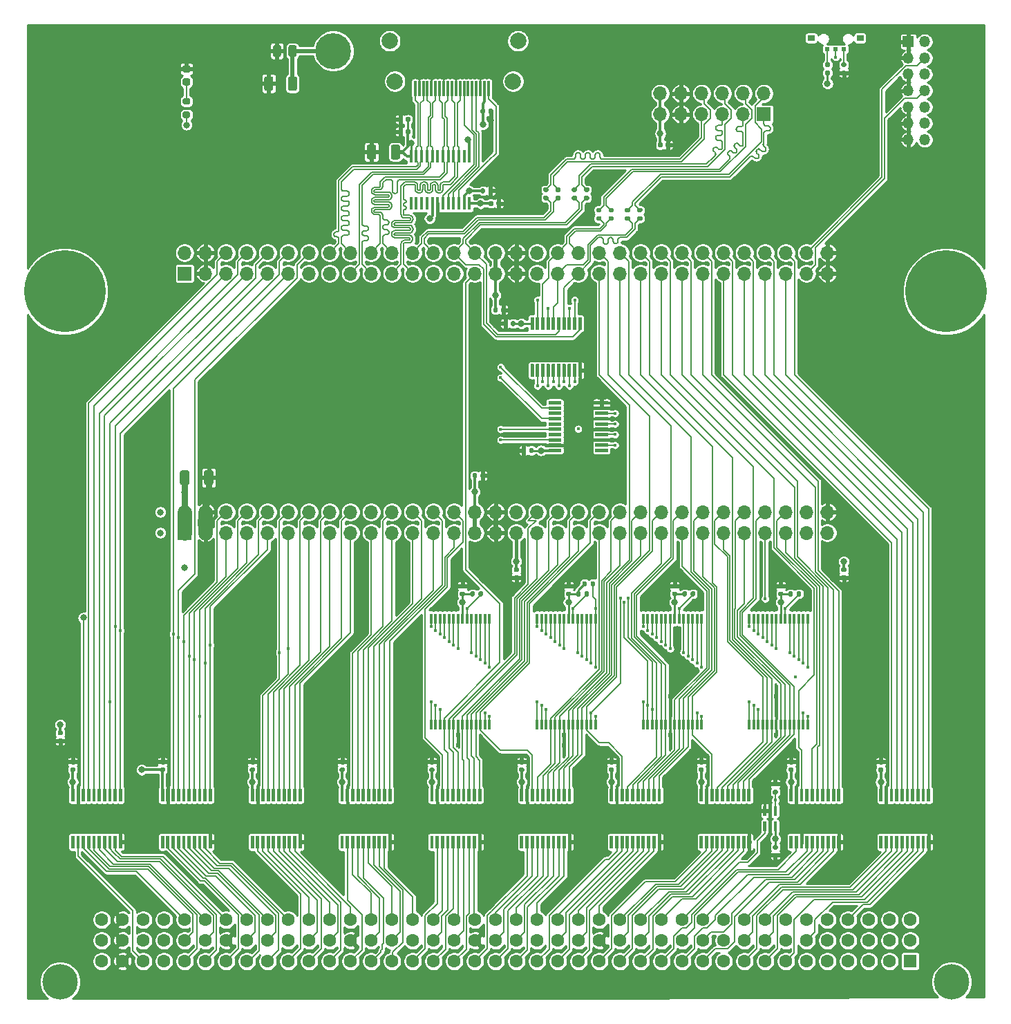
<source format=gbr>
%TF.GenerationSoftware,KiCad,Pcbnew,5.1.9+dfsg1-1~bpo10+1*%
%TF.CreationDate,2023-05-27T15:22:23+02:00*%
%TF.ProjectId,IIsi-to-ztex,49497369-2d74-46f2-9d7a-7465782e6b69,rev?*%
%TF.SameCoordinates,Original*%
%TF.FileFunction,Copper,L1,Top*%
%TF.FilePolarity,Positive*%
%FSLAX46Y46*%
G04 Gerber Fmt 4.6, Leading zero omitted, Abs format (unit mm)*
G04 Created by KiCad (PCBNEW 5.1.9+dfsg1-1~bpo10+1) date 2023-05-27 15:22:23*
%MOMM*%
%LPD*%
G01*
G04 APERTURE LIST*
%TA.AperFunction,SMDPad,CuDef*%
%ADD10R,0.300000X1.300000*%
%TD*%
%TA.AperFunction,SMDPad,CuDef*%
%ADD11R,0.900000X0.700000*%
%TD*%
%TA.AperFunction,SMDPad,CuDef*%
%ADD12R,0.600000X0.510000*%
%TD*%
%TA.AperFunction,ComponentPad*%
%ADD13O,1.700000X1.700000*%
%TD*%
%TA.AperFunction,ComponentPad*%
%ADD14R,1.700000X1.700000*%
%TD*%
%TA.AperFunction,SMDPad,CuDef*%
%ADD15R,0.410000X1.570000*%
%TD*%
%TA.AperFunction,ComponentPad*%
%ADD16C,2.000000*%
%TD*%
%TA.AperFunction,SMDPad,CuDef*%
%ADD17R,0.300000X1.900000*%
%TD*%
%TA.AperFunction,ComponentPad*%
%ADD18C,4.400000*%
%TD*%
%TA.AperFunction,ComponentPad*%
%ADD19C,10.000000*%
%TD*%
%TA.AperFunction,ComponentPad*%
%ADD20R,1.350000X1.350000*%
%TD*%
%TA.AperFunction,ComponentPad*%
%ADD21O,1.350000X1.350000*%
%TD*%
%TA.AperFunction,ComponentPad*%
%ADD22C,4.335000*%
%TD*%
%TA.AperFunction,ComponentPad*%
%ADD23C,1.605000*%
%TD*%
%TA.AperFunction,ComponentPad*%
%ADD24R,1.605000X1.605000*%
%TD*%
%TA.AperFunction,ViaPad*%
%ADD25C,0.600000*%
%TD*%
%TA.AperFunction,ViaPad*%
%ADD26C,0.800000*%
%TD*%
%TA.AperFunction,ViaPad*%
%ADD27C,0.400000*%
%TD*%
%TA.AperFunction,Conductor*%
%ADD28C,0.300000*%
%TD*%
%TA.AperFunction,Conductor*%
%ADD29C,0.800000*%
%TD*%
%TA.AperFunction,Conductor*%
%ADD30C,1.800000*%
%TD*%
%TA.AperFunction,Conductor*%
%ADD31C,0.500000*%
%TD*%
%TA.AperFunction,Conductor*%
%ADD32C,0.152400*%
%TD*%
%TA.AperFunction,Conductor*%
%ADD33C,0.250000*%
%TD*%
%TA.AperFunction,Conductor*%
%ADD34C,0.400000*%
%TD*%
%TA.AperFunction,Conductor*%
%ADD35C,0.254000*%
%TD*%
%TA.AperFunction,Conductor*%
%ADD36C,0.100000*%
%TD*%
G04 APERTURE END LIST*
D10*
%TO.P,IC4,28*%
%TO.N,+3V3*%
X149275000Y-105500000D03*
%TO.P,IC4,27*%
%TO.N,SRAM_B3_~WE*%
X149825000Y-105500000D03*
%TO.P,IC4,26*%
%TO.N,A15_3V3*%
X150375000Y-105500000D03*
%TO.P,IC4,25*%
%TO.N,A10_3V3*%
X150925000Y-105500000D03*
%TO.P,IC4,24*%
%TO.N,A11_3V3*%
X151475000Y-105500000D03*
%TO.P,IC4,23*%
%TO.N,A13_3V3*%
X152025000Y-105500000D03*
%TO.P,IC4,22*%
%TO.N,SRAM_~OE*%
X152575000Y-105500000D03*
%TO.P,IC4,21*%
%TO.N,A12_3V3*%
X152575000Y-118500000D03*
%TO.P,IC4,20*%
%TO.N,CACHE_~CE*%
X152025000Y-118500000D03*
%TO.P,IC4,19*%
%TO.N,D24_3V3*%
X151475000Y-118500000D03*
%TO.P,IC4,18*%
%TO.N,D25_3V3*%
X150925000Y-118500000D03*
%TO.P,IC4,17*%
%TO.N,D26_3V3*%
X150375000Y-118500000D03*
%TO.P,IC4,16*%
%TO.N,D27_3V3*%
X149825000Y-118500000D03*
%TO.P,IC4,15*%
%TO.N,D28_3V3*%
X149275000Y-118500000D03*
%TO.P,IC4,14*%
%TO.N,GND*%
X148725000Y-118500000D03*
%TO.P,IC4,13*%
%TO.N,D29_3V3*%
X148175000Y-118500000D03*
%TO.P,IC4,12*%
%TO.N,D30_3V3*%
X147625000Y-118500000D03*
%TO.P,IC4,11*%
%TO.N,D31_3V3*%
X147075000Y-118500000D03*
%TO.P,IC4,10*%
%TO.N,SRAM_A2*%
X146525000Y-118500000D03*
%TO.P,IC4,9*%
%TO.N,SRAM_A3*%
X145975000Y-118500000D03*
%TO.P,IC4,8*%
%TO.N,A4_3V3*%
X145425000Y-118500000D03*
%TO.P,IC4,7*%
%TO.N,A5_3V3*%
X145425000Y-105500000D03*
%TO.P,IC4,6*%
%TO.N,A6_3V3*%
X145975000Y-105500000D03*
%TO.P,IC4,5*%
%TO.N,A7_3V3*%
X146525000Y-105500000D03*
%TO.P,IC4,4*%
%TO.N,A8_3V3*%
X147075000Y-105500000D03*
%TO.P,IC4,3*%
%TO.N,A9_3V3*%
X147625000Y-105500000D03*
%TO.P,IC4,2*%
%TO.N,A14_3V3*%
X148175000Y-105500000D03*
%TO.P,IC4,1*%
%TO.N,A16_3V3*%
X148725000Y-105500000D03*
%TD*%
%TO.P,IC3,28*%
%TO.N,+3V3*%
X162275000Y-105500000D03*
%TO.P,IC3,27*%
%TO.N,SRAM_B2_~WE*%
X162825000Y-105500000D03*
%TO.P,IC3,26*%
%TO.N,A15_3V3*%
X163375000Y-105500000D03*
%TO.P,IC3,25*%
%TO.N,A10_3V3*%
X163925000Y-105500000D03*
%TO.P,IC3,24*%
%TO.N,A11_3V3*%
X164475000Y-105500000D03*
%TO.P,IC3,23*%
%TO.N,A13_3V3*%
X165025000Y-105500000D03*
%TO.P,IC3,22*%
%TO.N,SRAM_~OE*%
X165575000Y-105500000D03*
%TO.P,IC3,21*%
%TO.N,A12_3V3*%
X165575000Y-118500000D03*
%TO.P,IC3,20*%
%TO.N,CACHE_~CE*%
X165025000Y-118500000D03*
%TO.P,IC3,19*%
%TO.N,D16_3V3*%
X164475000Y-118500000D03*
%TO.P,IC3,18*%
%TO.N,D17_3V3*%
X163925000Y-118500000D03*
%TO.P,IC3,17*%
%TO.N,D18_3V3*%
X163375000Y-118500000D03*
%TO.P,IC3,16*%
%TO.N,D19_3V3*%
X162825000Y-118500000D03*
%TO.P,IC3,15*%
%TO.N,D20_3V3*%
X162275000Y-118500000D03*
%TO.P,IC3,14*%
%TO.N,GND*%
X161725000Y-118500000D03*
%TO.P,IC3,13*%
%TO.N,D21_3V3*%
X161175000Y-118500000D03*
%TO.P,IC3,12*%
%TO.N,D22_3V3*%
X160625000Y-118500000D03*
%TO.P,IC3,11*%
%TO.N,D23_3V3*%
X160075000Y-118500000D03*
%TO.P,IC3,10*%
%TO.N,SRAM_A2*%
X159525000Y-118500000D03*
%TO.P,IC3,9*%
%TO.N,SRAM_A3*%
X158975000Y-118500000D03*
%TO.P,IC3,8*%
%TO.N,A4_3V3*%
X158425000Y-118500000D03*
%TO.P,IC3,7*%
%TO.N,A5_3V3*%
X158425000Y-105500000D03*
%TO.P,IC3,6*%
%TO.N,A6_3V3*%
X158975000Y-105500000D03*
%TO.P,IC3,5*%
%TO.N,A7_3V3*%
X159525000Y-105500000D03*
%TO.P,IC3,4*%
%TO.N,A8_3V3*%
X160075000Y-105500000D03*
%TO.P,IC3,3*%
%TO.N,A9_3V3*%
X160625000Y-105500000D03*
%TO.P,IC3,2*%
%TO.N,A14_3V3*%
X161175000Y-105500000D03*
%TO.P,IC3,1*%
%TO.N,A16_3V3*%
X161725000Y-105500000D03*
%TD*%
%TO.P,IC2,28*%
%TO.N,+3V3*%
X175275000Y-105500000D03*
%TO.P,IC2,27*%
%TO.N,SRAM_B1_~WE*%
X175825000Y-105500000D03*
%TO.P,IC2,26*%
%TO.N,A15_3V3*%
X176375000Y-105500000D03*
%TO.P,IC2,25*%
%TO.N,A10_3V3*%
X176925000Y-105500000D03*
%TO.P,IC2,24*%
%TO.N,A11_3V3*%
X177475000Y-105500000D03*
%TO.P,IC2,23*%
%TO.N,A13_3V3*%
X178025000Y-105500000D03*
%TO.P,IC2,22*%
%TO.N,SRAM_~OE*%
X178575000Y-105500000D03*
%TO.P,IC2,21*%
%TO.N,A12_3V3*%
X178575000Y-118500000D03*
%TO.P,IC2,20*%
%TO.N,CACHE_~CE*%
X178025000Y-118500000D03*
%TO.P,IC2,19*%
%TO.N,D8_3V3*%
X177475000Y-118500000D03*
%TO.P,IC2,18*%
%TO.N,D9_3V3*%
X176925000Y-118500000D03*
%TO.P,IC2,17*%
%TO.N,D10_3V3*%
X176375000Y-118500000D03*
%TO.P,IC2,16*%
%TO.N,D11_3V3*%
X175825000Y-118500000D03*
%TO.P,IC2,15*%
%TO.N,D12_3V3*%
X175275000Y-118500000D03*
%TO.P,IC2,14*%
%TO.N,GND*%
X174725000Y-118500000D03*
%TO.P,IC2,13*%
%TO.N,D13_3V3*%
X174175000Y-118500000D03*
%TO.P,IC2,12*%
%TO.N,D14_3V3*%
X173625000Y-118500000D03*
%TO.P,IC2,11*%
%TO.N,D15_3V3*%
X173075000Y-118500000D03*
%TO.P,IC2,10*%
%TO.N,SRAM_A2*%
X172525000Y-118500000D03*
%TO.P,IC2,9*%
%TO.N,SRAM_A3*%
X171975000Y-118500000D03*
%TO.P,IC2,8*%
%TO.N,A4_3V3*%
X171425000Y-118500000D03*
%TO.P,IC2,7*%
%TO.N,A5_3V3*%
X171425000Y-105500000D03*
%TO.P,IC2,6*%
%TO.N,A6_3V3*%
X171975000Y-105500000D03*
%TO.P,IC2,5*%
%TO.N,A7_3V3*%
X172525000Y-105500000D03*
%TO.P,IC2,4*%
%TO.N,A8_3V3*%
X173075000Y-105500000D03*
%TO.P,IC2,3*%
%TO.N,A9_3V3*%
X173625000Y-105500000D03*
%TO.P,IC2,2*%
%TO.N,A14_3V3*%
X174175000Y-105500000D03*
%TO.P,IC2,1*%
%TO.N,A16_3V3*%
X174725000Y-105500000D03*
%TD*%
%TO.P,IC1,28*%
%TO.N,+3V3*%
X188275000Y-105500000D03*
%TO.P,IC1,27*%
%TO.N,SRAM_B0_~WE*%
X188825000Y-105500000D03*
%TO.P,IC1,26*%
%TO.N,A15_3V3*%
X189375000Y-105500000D03*
%TO.P,IC1,25*%
%TO.N,A10_3V3*%
X189925000Y-105500000D03*
%TO.P,IC1,24*%
%TO.N,A11_3V3*%
X190475000Y-105500000D03*
%TO.P,IC1,23*%
%TO.N,A13_3V3*%
X191025000Y-105500000D03*
%TO.P,IC1,22*%
%TO.N,SRAM_~OE*%
X191575000Y-105500000D03*
%TO.P,IC1,21*%
%TO.N,A12_3V3*%
X191575000Y-118500000D03*
%TO.P,IC1,20*%
%TO.N,CACHE_~CE*%
X191025000Y-118500000D03*
%TO.P,IC1,19*%
%TO.N,D0_3V3*%
X190475000Y-118500000D03*
%TO.P,IC1,18*%
%TO.N,D1_3V3*%
X189925000Y-118500000D03*
%TO.P,IC1,17*%
%TO.N,D2_3V3*%
X189375000Y-118500000D03*
%TO.P,IC1,16*%
%TO.N,D3_3V3*%
X188825000Y-118500000D03*
%TO.P,IC1,15*%
%TO.N,D4_3V3*%
X188275000Y-118500000D03*
%TO.P,IC1,14*%
%TO.N,GND*%
X187725000Y-118500000D03*
%TO.P,IC1,13*%
%TO.N,D5_3V3*%
X187175000Y-118500000D03*
%TO.P,IC1,12*%
%TO.N,D6_3V3*%
X186625000Y-118500000D03*
%TO.P,IC1,11*%
%TO.N,D7_3V3*%
X186075000Y-118500000D03*
%TO.P,IC1,10*%
%TO.N,SRAM_A2*%
X185525000Y-118500000D03*
%TO.P,IC1,9*%
%TO.N,SRAM_A3*%
X184975000Y-118500000D03*
%TO.P,IC1,8*%
%TO.N,A4_3V3*%
X184425000Y-118500000D03*
%TO.P,IC1,7*%
%TO.N,A5_3V3*%
X184425000Y-105500000D03*
%TO.P,IC1,6*%
%TO.N,A6_3V3*%
X184975000Y-105500000D03*
%TO.P,IC1,5*%
%TO.N,A7_3V3*%
X185525000Y-105500000D03*
%TO.P,IC1,4*%
%TO.N,A8_3V3*%
X186075000Y-105500000D03*
%TO.P,IC1,3*%
%TO.N,A9_3V3*%
X186625000Y-105500000D03*
%TO.P,IC1,2*%
%TO.N,A14_3V3*%
X187175000Y-105500000D03*
%TO.P,IC1,1*%
%TO.N,A16_3V3*%
X187725000Y-105500000D03*
%TD*%
%TO.P,C31,2*%
%TO.N,GND*%
%TA.AperFunction,SMDPad,CuDef*%
G36*
G01*
X99830000Y-120200000D02*
X100170000Y-120200000D01*
G75*
G02*
X100310000Y-120340000I0J-140000D01*
G01*
X100310000Y-120620000D01*
G75*
G02*
X100170000Y-120760000I-140000J0D01*
G01*
X99830000Y-120760000D01*
G75*
G02*
X99690000Y-120620000I0J140000D01*
G01*
X99690000Y-120340000D01*
G75*
G02*
X99830000Y-120200000I140000J0D01*
G01*
G37*
%TD.AperFunction*%
%TO.P,C31,1*%
%TO.N,+3V3*%
%TA.AperFunction,SMDPad,CuDef*%
G36*
G01*
X99830000Y-119240000D02*
X100170000Y-119240000D01*
G75*
G02*
X100310000Y-119380000I0J-140000D01*
G01*
X100310000Y-119660000D01*
G75*
G02*
X100170000Y-119800000I-140000J0D01*
G01*
X99830000Y-119800000D01*
G75*
G02*
X99690000Y-119660000I0J140000D01*
G01*
X99690000Y-119380000D01*
G75*
G02*
X99830000Y-119240000I140000J0D01*
G01*
G37*
%TD.AperFunction*%
%TD*%
%TO.P,C30,2*%
%TO.N,GND*%
%TA.AperFunction,SMDPad,CuDef*%
G36*
G01*
X195830000Y-100200000D02*
X196170000Y-100200000D01*
G75*
G02*
X196310000Y-100340000I0J-140000D01*
G01*
X196310000Y-100620000D01*
G75*
G02*
X196170000Y-100760000I-140000J0D01*
G01*
X195830000Y-100760000D01*
G75*
G02*
X195690000Y-100620000I0J140000D01*
G01*
X195690000Y-100340000D01*
G75*
G02*
X195830000Y-100200000I140000J0D01*
G01*
G37*
%TD.AperFunction*%
%TO.P,C30,1*%
%TO.N,+3V3*%
%TA.AperFunction,SMDPad,CuDef*%
G36*
G01*
X195830000Y-99240000D02*
X196170000Y-99240000D01*
G75*
G02*
X196310000Y-99380000I0J-140000D01*
G01*
X196310000Y-99660000D01*
G75*
G02*
X196170000Y-99800000I-140000J0D01*
G01*
X195830000Y-99800000D01*
G75*
G02*
X195690000Y-99660000I0J140000D01*
G01*
X195690000Y-99380000D01*
G75*
G02*
X195830000Y-99240000I140000J0D01*
G01*
G37*
%TD.AperFunction*%
%TD*%
%TO.P,C29,2*%
%TO.N,GND*%
%TA.AperFunction,SMDPad,CuDef*%
G36*
G01*
X155710000Y-100200000D02*
X156050000Y-100200000D01*
G75*
G02*
X156190000Y-100340000I0J-140000D01*
G01*
X156190000Y-100620000D01*
G75*
G02*
X156050000Y-100760000I-140000J0D01*
G01*
X155710000Y-100760000D01*
G75*
G02*
X155570000Y-100620000I0J140000D01*
G01*
X155570000Y-100340000D01*
G75*
G02*
X155710000Y-100200000I140000J0D01*
G01*
G37*
%TD.AperFunction*%
%TO.P,C29,1*%
%TO.N,+3V3*%
%TA.AperFunction,SMDPad,CuDef*%
G36*
G01*
X155710000Y-99240000D02*
X156050000Y-99240000D01*
G75*
G02*
X156190000Y-99380000I0J-140000D01*
G01*
X156190000Y-99660000D01*
G75*
G02*
X156050000Y-99800000I-140000J0D01*
G01*
X155710000Y-99800000D01*
G75*
G02*
X155570000Y-99660000I0J140000D01*
G01*
X155570000Y-99380000D01*
G75*
G02*
X155710000Y-99240000I140000J0D01*
G01*
G37*
%TD.AperFunction*%
%TD*%
%TO.P,R18,2*%
%TO.N,SRAM_B3_~WE*%
%TA.AperFunction,SMDPad,CuDef*%
G36*
G01*
X151240000Y-102665000D02*
X151240000Y-102295000D01*
G75*
G02*
X151375000Y-102160000I135000J0D01*
G01*
X151645000Y-102160000D01*
G75*
G02*
X151780000Y-102295000I0J-135000D01*
G01*
X151780000Y-102665000D01*
G75*
G02*
X151645000Y-102800000I-135000J0D01*
G01*
X151375000Y-102800000D01*
G75*
G02*
X151240000Y-102665000I0J135000D01*
G01*
G37*
%TD.AperFunction*%
%TO.P,R18,1*%
%TO.N,+3V3*%
%TA.AperFunction,SMDPad,CuDef*%
G36*
G01*
X150220000Y-102665000D02*
X150220000Y-102295000D01*
G75*
G02*
X150355000Y-102160000I135000J0D01*
G01*
X150625000Y-102160000D01*
G75*
G02*
X150760000Y-102295000I0J-135000D01*
G01*
X150760000Y-102665000D01*
G75*
G02*
X150625000Y-102800000I-135000J0D01*
G01*
X150355000Y-102800000D01*
G75*
G02*
X150220000Y-102665000I0J135000D01*
G01*
G37*
%TD.AperFunction*%
%TD*%
%TO.P,R17,2*%
%TO.N,SRAM_B2_~WE*%
%TA.AperFunction,SMDPad,CuDef*%
G36*
G01*
X164240000Y-102665000D02*
X164240000Y-102295000D01*
G75*
G02*
X164375000Y-102160000I135000J0D01*
G01*
X164645000Y-102160000D01*
G75*
G02*
X164780000Y-102295000I0J-135000D01*
G01*
X164780000Y-102665000D01*
G75*
G02*
X164645000Y-102800000I-135000J0D01*
G01*
X164375000Y-102800000D01*
G75*
G02*
X164240000Y-102665000I0J135000D01*
G01*
G37*
%TD.AperFunction*%
%TO.P,R17,1*%
%TO.N,+3V3*%
%TA.AperFunction,SMDPad,CuDef*%
G36*
G01*
X163220000Y-102665000D02*
X163220000Y-102295000D01*
G75*
G02*
X163355000Y-102160000I135000J0D01*
G01*
X163625000Y-102160000D01*
G75*
G02*
X163760000Y-102295000I0J-135000D01*
G01*
X163760000Y-102665000D01*
G75*
G02*
X163625000Y-102800000I-135000J0D01*
G01*
X163355000Y-102800000D01*
G75*
G02*
X163220000Y-102665000I0J135000D01*
G01*
G37*
%TD.AperFunction*%
%TD*%
%TO.P,R16,2*%
%TO.N,SRAM_B1_~WE*%
%TA.AperFunction,SMDPad,CuDef*%
G36*
G01*
X177240000Y-102665000D02*
X177240000Y-102295000D01*
G75*
G02*
X177375000Y-102160000I135000J0D01*
G01*
X177645000Y-102160000D01*
G75*
G02*
X177780000Y-102295000I0J-135000D01*
G01*
X177780000Y-102665000D01*
G75*
G02*
X177645000Y-102800000I-135000J0D01*
G01*
X177375000Y-102800000D01*
G75*
G02*
X177240000Y-102665000I0J135000D01*
G01*
G37*
%TD.AperFunction*%
%TO.P,R16,1*%
%TO.N,+3V3*%
%TA.AperFunction,SMDPad,CuDef*%
G36*
G01*
X176220000Y-102665000D02*
X176220000Y-102295000D01*
G75*
G02*
X176355000Y-102160000I135000J0D01*
G01*
X176625000Y-102160000D01*
G75*
G02*
X176760000Y-102295000I0J-135000D01*
G01*
X176760000Y-102665000D01*
G75*
G02*
X176625000Y-102800000I-135000J0D01*
G01*
X176355000Y-102800000D01*
G75*
G02*
X176220000Y-102665000I0J135000D01*
G01*
G37*
%TD.AperFunction*%
%TD*%
%TO.P,R13,2*%
%TO.N,SRAM_B0_~WE*%
%TA.AperFunction,SMDPad,CuDef*%
G36*
G01*
X190240000Y-102665000D02*
X190240000Y-102295000D01*
G75*
G02*
X190375000Y-102160000I135000J0D01*
G01*
X190645000Y-102160000D01*
G75*
G02*
X190780000Y-102295000I0J-135000D01*
G01*
X190780000Y-102665000D01*
G75*
G02*
X190645000Y-102800000I-135000J0D01*
G01*
X190375000Y-102800000D01*
G75*
G02*
X190240000Y-102665000I0J135000D01*
G01*
G37*
%TD.AperFunction*%
%TO.P,R13,1*%
%TO.N,+3V3*%
%TA.AperFunction,SMDPad,CuDef*%
G36*
G01*
X189220000Y-102665000D02*
X189220000Y-102295000D01*
G75*
G02*
X189355000Y-102160000I135000J0D01*
G01*
X189625000Y-102160000D01*
G75*
G02*
X189760000Y-102295000I0J-135000D01*
G01*
X189760000Y-102665000D01*
G75*
G02*
X189625000Y-102800000I-135000J0D01*
G01*
X189355000Y-102800000D01*
G75*
G02*
X189220000Y-102665000I0J135000D01*
G01*
G37*
%TD.AperFunction*%
%TD*%
%TO.P,C15,2*%
%TO.N,GND*%
%TA.AperFunction,SMDPad,CuDef*%
G36*
G01*
X141925000Y-45710000D02*
X141925000Y-46050000D01*
G75*
G02*
X141785000Y-46190000I-140000J0D01*
G01*
X141505000Y-46190000D01*
G75*
G02*
X141365000Y-46050000I0J140000D01*
G01*
X141365000Y-45710000D01*
G75*
G02*
X141505000Y-45570000I140000J0D01*
G01*
X141785000Y-45570000D01*
G75*
G02*
X141925000Y-45710000I0J-140000D01*
G01*
G37*
%TD.AperFunction*%
%TO.P,C15,1*%
%TO.N,+3V3*%
%TA.AperFunction,SMDPad,CuDef*%
G36*
G01*
X142885000Y-45710000D02*
X142885000Y-46050000D01*
G75*
G02*
X142745000Y-46190000I-140000J0D01*
G01*
X142465000Y-46190000D01*
G75*
G02*
X142325000Y-46050000I0J140000D01*
G01*
X142325000Y-45710000D01*
G75*
G02*
X142465000Y-45570000I140000J0D01*
G01*
X142745000Y-45570000D01*
G75*
G02*
X142885000Y-45710000I0J-140000D01*
G01*
G37*
%TD.AperFunction*%
%TD*%
%TO.P,R15,2*%
%TO.N,Net-(R15-Pad2)*%
%TA.AperFunction,SMDPad,CuDef*%
G36*
G01*
X196185000Y-37945000D02*
X195815000Y-37945000D01*
G75*
G02*
X195680000Y-37810000I0J135000D01*
G01*
X195680000Y-37540000D01*
G75*
G02*
X195815000Y-37405000I135000J0D01*
G01*
X196185000Y-37405000D01*
G75*
G02*
X196320000Y-37540000I0J-135000D01*
G01*
X196320000Y-37810000D01*
G75*
G02*
X196185000Y-37945000I-135000J0D01*
G01*
G37*
%TD.AperFunction*%
%TO.P,R15,1*%
%TO.N,GND*%
%TA.AperFunction,SMDPad,CuDef*%
G36*
G01*
X196185000Y-38965000D02*
X195815000Y-38965000D01*
G75*
G02*
X195680000Y-38830000I0J135000D01*
G01*
X195680000Y-38560000D01*
G75*
G02*
X195815000Y-38425000I135000J0D01*
G01*
X196185000Y-38425000D01*
G75*
G02*
X196320000Y-38560000I0J-135000D01*
G01*
X196320000Y-38830000D01*
G75*
G02*
X196185000Y-38965000I-135000J0D01*
G01*
G37*
%TD.AperFunction*%
%TD*%
%TO.P,R14,2*%
%TO.N,Net-(R14-Pad2)*%
%TA.AperFunction,SMDPad,CuDef*%
G36*
G01*
X194185000Y-37945000D02*
X193815000Y-37945000D01*
G75*
G02*
X193680000Y-37810000I0J135000D01*
G01*
X193680000Y-37540000D01*
G75*
G02*
X193815000Y-37405000I135000J0D01*
G01*
X194185000Y-37405000D01*
G75*
G02*
X194320000Y-37540000I0J-135000D01*
G01*
X194320000Y-37810000D01*
G75*
G02*
X194185000Y-37945000I-135000J0D01*
G01*
G37*
%TD.AperFunction*%
%TO.P,R14,1*%
%TO.N,+3V3*%
%TA.AperFunction,SMDPad,CuDef*%
G36*
G01*
X194185000Y-38965000D02*
X193815000Y-38965000D01*
G75*
G02*
X193680000Y-38830000I0J135000D01*
G01*
X193680000Y-38560000D01*
G75*
G02*
X193815000Y-38425000I135000J0D01*
G01*
X194185000Y-38425000D01*
G75*
G02*
X194320000Y-38560000I0J-135000D01*
G01*
X194320000Y-38830000D01*
G75*
G02*
X194185000Y-38965000I-135000J0D01*
G01*
G37*
%TD.AperFunction*%
%TD*%
%TO.P,R11,2*%
%TO.N,GND*%
%TA.AperFunction,SMDPad,CuDef*%
G36*
G01*
X187795000Y-126010000D02*
X187425000Y-126010000D01*
G75*
G02*
X187290000Y-125875000I0J135000D01*
G01*
X187290000Y-125605000D01*
G75*
G02*
X187425000Y-125470000I135000J0D01*
G01*
X187795000Y-125470000D01*
G75*
G02*
X187930000Y-125605000I0J-135000D01*
G01*
X187930000Y-125875000D01*
G75*
G02*
X187795000Y-126010000I-135000J0D01*
G01*
G37*
%TD.AperFunction*%
%TO.P,R11,1*%
%TO.N,~HALT_3V3*%
%TA.AperFunction,SMDPad,CuDef*%
G36*
G01*
X187795000Y-127030000D02*
X187425000Y-127030000D01*
G75*
G02*
X187290000Y-126895000I0J135000D01*
G01*
X187290000Y-126625000D01*
G75*
G02*
X187425000Y-126490000I135000J0D01*
G01*
X187795000Y-126490000D01*
G75*
G02*
X187930000Y-126625000I0J-135000D01*
G01*
X187930000Y-126895000D01*
G75*
G02*
X187795000Y-127030000I-135000J0D01*
G01*
G37*
%TD.AperFunction*%
%TD*%
%TO.P,R12,2*%
%TO.N,SRAM_~OE*%
%TA.AperFunction,SMDPad,CuDef*%
G36*
G01*
X164990000Y-101435000D02*
X164990000Y-101065000D01*
G75*
G02*
X165125000Y-100930000I135000J0D01*
G01*
X165395000Y-100930000D01*
G75*
G02*
X165530000Y-101065000I0J-135000D01*
G01*
X165530000Y-101435000D01*
G75*
G02*
X165395000Y-101570000I-135000J0D01*
G01*
X165125000Y-101570000D01*
G75*
G02*
X164990000Y-101435000I0J135000D01*
G01*
G37*
%TD.AperFunction*%
%TO.P,R12,1*%
%TO.N,+3V3*%
%TA.AperFunction,SMDPad,CuDef*%
G36*
G01*
X163970000Y-101435000D02*
X163970000Y-101065000D01*
G75*
G02*
X164105000Y-100930000I135000J0D01*
G01*
X164375000Y-100930000D01*
G75*
G02*
X164510000Y-101065000I0J-135000D01*
G01*
X164510000Y-101435000D01*
G75*
G02*
X164375000Y-101570000I-135000J0D01*
G01*
X164105000Y-101570000D01*
G75*
G02*
X163970000Y-101435000I0J135000D01*
G01*
G37*
%TD.AperFunction*%
%TD*%
%TO.P,C24,2*%
%TO.N,GND*%
%TA.AperFunction,SMDPad,CuDef*%
G36*
G01*
X141925000Y-44210000D02*
X141925000Y-44550000D01*
G75*
G02*
X141785000Y-44690000I-140000J0D01*
G01*
X141505000Y-44690000D01*
G75*
G02*
X141365000Y-44550000I0J140000D01*
G01*
X141365000Y-44210000D01*
G75*
G02*
X141505000Y-44070000I140000J0D01*
G01*
X141785000Y-44070000D01*
G75*
G02*
X141925000Y-44210000I0J-140000D01*
G01*
G37*
%TD.AperFunction*%
%TO.P,C24,1*%
%TO.N,+3V3*%
%TA.AperFunction,SMDPad,CuDef*%
G36*
G01*
X142885000Y-44210000D02*
X142885000Y-44550000D01*
G75*
G02*
X142745000Y-44690000I-140000J0D01*
G01*
X142465000Y-44690000D01*
G75*
G02*
X142325000Y-44550000I0J140000D01*
G01*
X142325000Y-44210000D01*
G75*
G02*
X142465000Y-44070000I140000J0D01*
G01*
X142745000Y-44070000D01*
G75*
G02*
X142885000Y-44210000I0J-140000D01*
G01*
G37*
%TD.AperFunction*%
%TD*%
%TO.P,C23,2*%
%TO.N,+3V3*%
%TA.AperFunction,SMDPad,CuDef*%
G36*
G01*
X187780000Y-133800000D02*
X187440000Y-133800000D01*
G75*
G02*
X187300000Y-133660000I0J140000D01*
G01*
X187300000Y-133380000D01*
G75*
G02*
X187440000Y-133240000I140000J0D01*
G01*
X187780000Y-133240000D01*
G75*
G02*
X187920000Y-133380000I0J-140000D01*
G01*
X187920000Y-133660000D01*
G75*
G02*
X187780000Y-133800000I-140000J0D01*
G01*
G37*
%TD.AperFunction*%
%TO.P,C23,1*%
%TO.N,GND*%
%TA.AperFunction,SMDPad,CuDef*%
G36*
G01*
X187780000Y-134760000D02*
X187440000Y-134760000D01*
G75*
G02*
X187300000Y-134620000I0J140000D01*
G01*
X187300000Y-134340000D01*
G75*
G02*
X187440000Y-134200000I140000J0D01*
G01*
X187780000Y-134200000D01*
G75*
G02*
X187920000Y-134340000I0J-140000D01*
G01*
X187920000Y-134620000D01*
G75*
G02*
X187780000Y-134760000I-140000J0D01*
G01*
G37*
%TD.AperFunction*%
%TD*%
%TO.P,C22,2*%
%TO.N,GND*%
%TA.AperFunction,SMDPad,CuDef*%
G36*
G01*
X154800000Y-69210000D02*
X154800000Y-69550000D01*
G75*
G02*
X154660000Y-69690000I-140000J0D01*
G01*
X154380000Y-69690000D01*
G75*
G02*
X154240000Y-69550000I0J140000D01*
G01*
X154240000Y-69210000D01*
G75*
G02*
X154380000Y-69070000I140000J0D01*
G01*
X154660000Y-69070000D01*
G75*
G02*
X154800000Y-69210000I0J-140000D01*
G01*
G37*
%TD.AperFunction*%
%TO.P,C22,1*%
%TO.N,+3V3*%
%TA.AperFunction,SMDPad,CuDef*%
G36*
G01*
X155760000Y-69210000D02*
X155760000Y-69550000D01*
G75*
G02*
X155620000Y-69690000I-140000J0D01*
G01*
X155340000Y-69690000D01*
G75*
G02*
X155200000Y-69550000I0J140000D01*
G01*
X155200000Y-69210000D01*
G75*
G02*
X155340000Y-69070000I140000J0D01*
G01*
X155620000Y-69070000D01*
G75*
G02*
X155760000Y-69210000I0J-140000D01*
G01*
G37*
%TD.AperFunction*%
%TD*%
%TO.P,C21,2*%
%TO.N,GND*%
%TA.AperFunction,SMDPad,CuDef*%
G36*
G01*
X174190000Y-47670000D02*
X174190000Y-47330000D01*
G75*
G02*
X174330000Y-47190000I140000J0D01*
G01*
X174610000Y-47190000D01*
G75*
G02*
X174750000Y-47330000I0J-140000D01*
G01*
X174750000Y-47670000D01*
G75*
G02*
X174610000Y-47810000I-140000J0D01*
G01*
X174330000Y-47810000D01*
G75*
G02*
X174190000Y-47670000I0J140000D01*
G01*
G37*
%TD.AperFunction*%
%TO.P,C21,1*%
%TO.N,+3V3*%
%TA.AperFunction,SMDPad,CuDef*%
G36*
G01*
X173230000Y-47670000D02*
X173230000Y-47330000D01*
G75*
G02*
X173370000Y-47190000I140000J0D01*
G01*
X173650000Y-47190000D01*
G75*
G02*
X173790000Y-47330000I0J-140000D01*
G01*
X173790000Y-47670000D01*
G75*
G02*
X173650000Y-47810000I-140000J0D01*
G01*
X173370000Y-47810000D01*
G75*
G02*
X173230000Y-47670000I0J140000D01*
G01*
G37*
%TD.AperFunction*%
%TD*%
%TO.P,C19,2*%
%TO.N,GND*%
%TA.AperFunction,SMDPad,CuDef*%
G36*
G01*
X152460000Y-43550000D02*
X152460000Y-43210000D01*
G75*
G02*
X152600000Y-43070000I140000J0D01*
G01*
X152880000Y-43070000D01*
G75*
G02*
X153020000Y-43210000I0J-140000D01*
G01*
X153020000Y-43550000D01*
G75*
G02*
X152880000Y-43690000I-140000J0D01*
G01*
X152600000Y-43690000D01*
G75*
G02*
X152460000Y-43550000I0J140000D01*
G01*
G37*
%TD.AperFunction*%
%TO.P,C19,1*%
%TO.N,/HDMI/HDMI_5V*%
%TA.AperFunction,SMDPad,CuDef*%
G36*
G01*
X151500000Y-43550000D02*
X151500000Y-43210000D01*
G75*
G02*
X151640000Y-43070000I140000J0D01*
G01*
X151920000Y-43070000D01*
G75*
G02*
X152060000Y-43210000I0J-140000D01*
G01*
X152060000Y-43550000D01*
G75*
G02*
X151920000Y-43690000I-140000J0D01*
G01*
X151640000Y-43690000D01*
G75*
G02*
X151500000Y-43550000I0J140000D01*
G01*
G37*
%TD.AperFunction*%
%TD*%
%TO.P,C18,2*%
%TO.N,GND*%
%TA.AperFunction,SMDPad,CuDef*%
G36*
G01*
X152450000Y-53300000D02*
X152450000Y-52960000D01*
G75*
G02*
X152590000Y-52820000I140000J0D01*
G01*
X152870000Y-52820000D01*
G75*
G02*
X153010000Y-52960000I0J-140000D01*
G01*
X153010000Y-53300000D01*
G75*
G02*
X152870000Y-53440000I-140000J0D01*
G01*
X152590000Y-53440000D01*
G75*
G02*
X152450000Y-53300000I0J140000D01*
G01*
G37*
%TD.AperFunction*%
%TO.P,C18,1*%
%TO.N,+5V*%
%TA.AperFunction,SMDPad,CuDef*%
G36*
G01*
X151490000Y-53300000D02*
X151490000Y-52960000D01*
G75*
G02*
X151630000Y-52820000I140000J0D01*
G01*
X151910000Y-52820000D01*
G75*
G02*
X152050000Y-52960000I0J-140000D01*
G01*
X152050000Y-53300000D01*
G75*
G02*
X151910000Y-53440000I-140000J0D01*
G01*
X151630000Y-53440000D01*
G75*
G02*
X151490000Y-53300000I0J140000D01*
G01*
G37*
%TD.AperFunction*%
%TD*%
%TO.P,C17,2*%
%TO.N,GND*%
%TA.AperFunction,SMDPad,CuDef*%
G36*
G01*
X153450000Y-54850000D02*
X153450000Y-54510000D01*
G75*
G02*
X153590000Y-54370000I140000J0D01*
G01*
X153870000Y-54370000D01*
G75*
G02*
X154010000Y-54510000I0J-140000D01*
G01*
X154010000Y-54850000D01*
G75*
G02*
X153870000Y-54990000I-140000J0D01*
G01*
X153590000Y-54990000D01*
G75*
G02*
X153450000Y-54850000I0J140000D01*
G01*
G37*
%TD.AperFunction*%
%TO.P,C17,1*%
%TO.N,+3V3*%
%TA.AperFunction,SMDPad,CuDef*%
G36*
G01*
X152490000Y-54850000D02*
X152490000Y-54510000D01*
G75*
G02*
X152630000Y-54370000I140000J0D01*
G01*
X152910000Y-54370000D01*
G75*
G02*
X153050000Y-54510000I0J-140000D01*
G01*
X153050000Y-54850000D01*
G75*
G02*
X152910000Y-54990000I-140000J0D01*
G01*
X152630000Y-54990000D01*
G75*
G02*
X152490000Y-54850000I0J140000D01*
G01*
G37*
%TD.AperFunction*%
%TD*%
%TO.P,C14,2*%
%TO.N,GND*%
%TA.AperFunction,SMDPad,CuDef*%
G36*
G01*
X157050000Y-84755000D02*
X157050000Y-85095000D01*
G75*
G02*
X156910000Y-85235000I-140000J0D01*
G01*
X156630000Y-85235000D01*
G75*
G02*
X156490000Y-85095000I0J140000D01*
G01*
X156490000Y-84755000D01*
G75*
G02*
X156630000Y-84615000I140000J0D01*
G01*
X156910000Y-84615000D01*
G75*
G02*
X157050000Y-84755000I0J-140000D01*
G01*
G37*
%TD.AperFunction*%
%TO.P,C14,1*%
%TO.N,+3V3*%
%TA.AperFunction,SMDPad,CuDef*%
G36*
G01*
X158010000Y-84755000D02*
X158010000Y-85095000D01*
G75*
G02*
X157870000Y-85235000I-140000J0D01*
G01*
X157590000Y-85235000D01*
G75*
G02*
X157450000Y-85095000I0J140000D01*
G01*
X157450000Y-84755000D01*
G75*
G02*
X157590000Y-84615000I140000J0D01*
G01*
X157870000Y-84615000D01*
G75*
G02*
X158010000Y-84755000I0J-140000D01*
G01*
G37*
%TD.AperFunction*%
%TD*%
%TO.P,C13,2*%
%TO.N,GND*%
%TA.AperFunction,SMDPad,CuDef*%
G36*
G01*
X101705000Y-123345000D02*
X101365000Y-123345000D01*
G75*
G02*
X101225000Y-123205000I0J140000D01*
G01*
X101225000Y-122925000D01*
G75*
G02*
X101365000Y-122785000I140000J0D01*
G01*
X101705000Y-122785000D01*
G75*
G02*
X101845000Y-122925000I0J-140000D01*
G01*
X101845000Y-123205000D01*
G75*
G02*
X101705000Y-123345000I-140000J0D01*
G01*
G37*
%TD.AperFunction*%
%TO.P,C13,1*%
%TO.N,+3V3*%
%TA.AperFunction,SMDPad,CuDef*%
G36*
G01*
X101705000Y-124305000D02*
X101365000Y-124305000D01*
G75*
G02*
X101225000Y-124165000I0J140000D01*
G01*
X101225000Y-123885000D01*
G75*
G02*
X101365000Y-123745000I140000J0D01*
G01*
X101705000Y-123745000D01*
G75*
G02*
X101845000Y-123885000I0J-140000D01*
G01*
X101845000Y-124165000D01*
G75*
G02*
X101705000Y-124305000I-140000J0D01*
G01*
G37*
%TD.AperFunction*%
%TD*%
%TO.P,C12,2*%
%TO.N,GND*%
%TA.AperFunction,SMDPad,CuDef*%
G36*
G01*
X112705000Y-123345000D02*
X112365000Y-123345000D01*
G75*
G02*
X112225000Y-123205000I0J140000D01*
G01*
X112225000Y-122925000D01*
G75*
G02*
X112365000Y-122785000I140000J0D01*
G01*
X112705000Y-122785000D01*
G75*
G02*
X112845000Y-122925000I0J-140000D01*
G01*
X112845000Y-123205000D01*
G75*
G02*
X112705000Y-123345000I-140000J0D01*
G01*
G37*
%TD.AperFunction*%
%TO.P,C12,1*%
%TO.N,+3V3*%
%TA.AperFunction,SMDPad,CuDef*%
G36*
G01*
X112705000Y-124305000D02*
X112365000Y-124305000D01*
G75*
G02*
X112225000Y-124165000I0J140000D01*
G01*
X112225000Y-123885000D01*
G75*
G02*
X112365000Y-123745000I140000J0D01*
G01*
X112705000Y-123745000D01*
G75*
G02*
X112845000Y-123885000I0J-140000D01*
G01*
X112845000Y-124165000D01*
G75*
G02*
X112705000Y-124305000I-140000J0D01*
G01*
G37*
%TD.AperFunction*%
%TD*%
%TO.P,C11,2*%
%TO.N,GND*%
%TA.AperFunction,SMDPad,CuDef*%
G36*
G01*
X123705000Y-123345000D02*
X123365000Y-123345000D01*
G75*
G02*
X123225000Y-123205000I0J140000D01*
G01*
X123225000Y-122925000D01*
G75*
G02*
X123365000Y-122785000I140000J0D01*
G01*
X123705000Y-122785000D01*
G75*
G02*
X123845000Y-122925000I0J-140000D01*
G01*
X123845000Y-123205000D01*
G75*
G02*
X123705000Y-123345000I-140000J0D01*
G01*
G37*
%TD.AperFunction*%
%TO.P,C11,1*%
%TO.N,+3V3*%
%TA.AperFunction,SMDPad,CuDef*%
G36*
G01*
X123705000Y-124305000D02*
X123365000Y-124305000D01*
G75*
G02*
X123225000Y-124165000I0J140000D01*
G01*
X123225000Y-123885000D01*
G75*
G02*
X123365000Y-123745000I140000J0D01*
G01*
X123705000Y-123745000D01*
G75*
G02*
X123845000Y-123885000I0J-140000D01*
G01*
X123845000Y-124165000D01*
G75*
G02*
X123705000Y-124305000I-140000J0D01*
G01*
G37*
%TD.AperFunction*%
%TD*%
%TO.P,C10,2*%
%TO.N,GND*%
%TA.AperFunction,SMDPad,CuDef*%
G36*
G01*
X134705000Y-123345000D02*
X134365000Y-123345000D01*
G75*
G02*
X134225000Y-123205000I0J140000D01*
G01*
X134225000Y-122925000D01*
G75*
G02*
X134365000Y-122785000I140000J0D01*
G01*
X134705000Y-122785000D01*
G75*
G02*
X134845000Y-122925000I0J-140000D01*
G01*
X134845000Y-123205000D01*
G75*
G02*
X134705000Y-123345000I-140000J0D01*
G01*
G37*
%TD.AperFunction*%
%TO.P,C10,1*%
%TO.N,+3V3*%
%TA.AperFunction,SMDPad,CuDef*%
G36*
G01*
X134705000Y-124305000D02*
X134365000Y-124305000D01*
G75*
G02*
X134225000Y-124165000I0J140000D01*
G01*
X134225000Y-123885000D01*
G75*
G02*
X134365000Y-123745000I140000J0D01*
G01*
X134705000Y-123745000D01*
G75*
G02*
X134845000Y-123885000I0J-140000D01*
G01*
X134845000Y-124165000D01*
G75*
G02*
X134705000Y-124305000I-140000J0D01*
G01*
G37*
%TD.AperFunction*%
%TD*%
%TO.P,C9,2*%
%TO.N,GND*%
%TA.AperFunction,SMDPad,CuDef*%
G36*
G01*
X145705000Y-123345000D02*
X145365000Y-123345000D01*
G75*
G02*
X145225000Y-123205000I0J140000D01*
G01*
X145225000Y-122925000D01*
G75*
G02*
X145365000Y-122785000I140000J0D01*
G01*
X145705000Y-122785000D01*
G75*
G02*
X145845000Y-122925000I0J-140000D01*
G01*
X145845000Y-123205000D01*
G75*
G02*
X145705000Y-123345000I-140000J0D01*
G01*
G37*
%TD.AperFunction*%
%TO.P,C9,1*%
%TO.N,+3V3*%
%TA.AperFunction,SMDPad,CuDef*%
G36*
G01*
X145705000Y-124305000D02*
X145365000Y-124305000D01*
G75*
G02*
X145225000Y-124165000I0J140000D01*
G01*
X145225000Y-123885000D01*
G75*
G02*
X145365000Y-123745000I140000J0D01*
G01*
X145705000Y-123745000D01*
G75*
G02*
X145845000Y-123885000I0J-140000D01*
G01*
X145845000Y-124165000D01*
G75*
G02*
X145705000Y-124305000I-140000J0D01*
G01*
G37*
%TD.AperFunction*%
%TD*%
%TO.P,C8,2*%
%TO.N,GND*%
%TA.AperFunction,SMDPad,CuDef*%
G36*
G01*
X178705000Y-123345000D02*
X178365000Y-123345000D01*
G75*
G02*
X178225000Y-123205000I0J140000D01*
G01*
X178225000Y-122925000D01*
G75*
G02*
X178365000Y-122785000I140000J0D01*
G01*
X178705000Y-122785000D01*
G75*
G02*
X178845000Y-122925000I0J-140000D01*
G01*
X178845000Y-123205000D01*
G75*
G02*
X178705000Y-123345000I-140000J0D01*
G01*
G37*
%TD.AperFunction*%
%TO.P,C8,1*%
%TO.N,+3V3*%
%TA.AperFunction,SMDPad,CuDef*%
G36*
G01*
X178705000Y-124305000D02*
X178365000Y-124305000D01*
G75*
G02*
X178225000Y-124165000I0J140000D01*
G01*
X178225000Y-123885000D01*
G75*
G02*
X178365000Y-123745000I140000J0D01*
G01*
X178705000Y-123745000D01*
G75*
G02*
X178845000Y-123885000I0J-140000D01*
G01*
X178845000Y-124165000D01*
G75*
G02*
X178705000Y-124305000I-140000J0D01*
G01*
G37*
%TD.AperFunction*%
%TD*%
%TO.P,C7,2*%
%TO.N,GND*%
%TA.AperFunction,SMDPad,CuDef*%
G36*
G01*
X189705000Y-123345000D02*
X189365000Y-123345000D01*
G75*
G02*
X189225000Y-123205000I0J140000D01*
G01*
X189225000Y-122925000D01*
G75*
G02*
X189365000Y-122785000I140000J0D01*
G01*
X189705000Y-122785000D01*
G75*
G02*
X189845000Y-122925000I0J-140000D01*
G01*
X189845000Y-123205000D01*
G75*
G02*
X189705000Y-123345000I-140000J0D01*
G01*
G37*
%TD.AperFunction*%
%TO.P,C7,1*%
%TO.N,+3V3*%
%TA.AperFunction,SMDPad,CuDef*%
G36*
G01*
X189705000Y-124305000D02*
X189365000Y-124305000D01*
G75*
G02*
X189225000Y-124165000I0J140000D01*
G01*
X189225000Y-123885000D01*
G75*
G02*
X189365000Y-123745000I140000J0D01*
G01*
X189705000Y-123745000D01*
G75*
G02*
X189845000Y-123885000I0J-140000D01*
G01*
X189845000Y-124165000D01*
G75*
G02*
X189705000Y-124305000I-140000J0D01*
G01*
G37*
%TD.AperFunction*%
%TD*%
%TO.P,C6,2*%
%TO.N,GND*%
%TA.AperFunction,SMDPad,CuDef*%
G36*
G01*
X200705000Y-123345000D02*
X200365000Y-123345000D01*
G75*
G02*
X200225000Y-123205000I0J140000D01*
G01*
X200225000Y-122925000D01*
G75*
G02*
X200365000Y-122785000I140000J0D01*
G01*
X200705000Y-122785000D01*
G75*
G02*
X200845000Y-122925000I0J-140000D01*
G01*
X200845000Y-123205000D01*
G75*
G02*
X200705000Y-123345000I-140000J0D01*
G01*
G37*
%TD.AperFunction*%
%TO.P,C6,1*%
%TO.N,+3V3*%
%TA.AperFunction,SMDPad,CuDef*%
G36*
G01*
X200705000Y-124305000D02*
X200365000Y-124305000D01*
G75*
G02*
X200225000Y-124165000I0J140000D01*
G01*
X200225000Y-123885000D01*
G75*
G02*
X200365000Y-123745000I140000J0D01*
G01*
X200705000Y-123745000D01*
G75*
G02*
X200845000Y-123885000I0J-140000D01*
G01*
X200845000Y-124165000D01*
G75*
G02*
X200705000Y-124305000I-140000J0D01*
G01*
G37*
%TD.AperFunction*%
%TD*%
%TO.P,C5,2*%
%TO.N,GND*%
%TA.AperFunction,SMDPad,CuDef*%
G36*
G01*
X167705000Y-123345000D02*
X167365000Y-123345000D01*
G75*
G02*
X167225000Y-123205000I0J140000D01*
G01*
X167225000Y-122925000D01*
G75*
G02*
X167365000Y-122785000I140000J0D01*
G01*
X167705000Y-122785000D01*
G75*
G02*
X167845000Y-122925000I0J-140000D01*
G01*
X167845000Y-123205000D01*
G75*
G02*
X167705000Y-123345000I-140000J0D01*
G01*
G37*
%TD.AperFunction*%
%TO.P,C5,1*%
%TO.N,+3V3*%
%TA.AperFunction,SMDPad,CuDef*%
G36*
G01*
X167705000Y-124305000D02*
X167365000Y-124305000D01*
G75*
G02*
X167225000Y-124165000I0J140000D01*
G01*
X167225000Y-123885000D01*
G75*
G02*
X167365000Y-123745000I140000J0D01*
G01*
X167705000Y-123745000D01*
G75*
G02*
X167845000Y-123885000I0J-140000D01*
G01*
X167845000Y-124165000D01*
G75*
G02*
X167705000Y-124305000I-140000J0D01*
G01*
G37*
%TD.AperFunction*%
%TD*%
%TO.P,C4,2*%
%TO.N,GND*%
%TA.AperFunction,SMDPad,CuDef*%
G36*
G01*
X156705000Y-123345000D02*
X156365000Y-123345000D01*
G75*
G02*
X156225000Y-123205000I0J140000D01*
G01*
X156225000Y-122925000D01*
G75*
G02*
X156365000Y-122785000I140000J0D01*
G01*
X156705000Y-122785000D01*
G75*
G02*
X156845000Y-122925000I0J-140000D01*
G01*
X156845000Y-123205000D01*
G75*
G02*
X156705000Y-123345000I-140000J0D01*
G01*
G37*
%TD.AperFunction*%
%TO.P,C4,1*%
%TO.N,+3V3*%
%TA.AperFunction,SMDPad,CuDef*%
G36*
G01*
X156705000Y-124305000D02*
X156365000Y-124305000D01*
G75*
G02*
X156225000Y-124165000I0J140000D01*
G01*
X156225000Y-123885000D01*
G75*
G02*
X156365000Y-123745000I140000J0D01*
G01*
X156705000Y-123745000D01*
G75*
G02*
X156845000Y-123885000I0J-140000D01*
G01*
X156845000Y-124165000D01*
G75*
G02*
X156705000Y-124305000I-140000J0D01*
G01*
G37*
%TD.AperFunction*%
%TD*%
%TO.P,C2,2*%
%TO.N,GND*%
%TA.AperFunction,SMDPad,CuDef*%
G36*
G01*
X154020000Y-67880000D02*
X154020000Y-67540000D01*
G75*
G02*
X154160000Y-67400000I140000J0D01*
G01*
X154440000Y-67400000D01*
G75*
G02*
X154580000Y-67540000I0J-140000D01*
G01*
X154580000Y-67880000D01*
G75*
G02*
X154440000Y-68020000I-140000J0D01*
G01*
X154160000Y-68020000D01*
G75*
G02*
X154020000Y-67880000I0J140000D01*
G01*
G37*
%TD.AperFunction*%
%TO.P,C2,1*%
%TO.N,+3V3*%
%TA.AperFunction,SMDPad,CuDef*%
G36*
G01*
X153060000Y-67880000D02*
X153060000Y-67540000D01*
G75*
G02*
X153200000Y-67400000I140000J0D01*
G01*
X153480000Y-67400000D01*
G75*
G02*
X153620000Y-67540000I0J-140000D01*
G01*
X153620000Y-67880000D01*
G75*
G02*
X153480000Y-68020000I-140000J0D01*
G01*
X153200000Y-68020000D01*
G75*
G02*
X153060000Y-67880000I0J140000D01*
G01*
G37*
%TD.AperFunction*%
%TD*%
%TO.P,C1,2*%
%TO.N,GND*%
%TA.AperFunction,SMDPad,CuDef*%
G36*
G01*
X151480000Y-88170000D02*
X151480000Y-87830000D01*
G75*
G02*
X151620000Y-87690000I140000J0D01*
G01*
X151900000Y-87690000D01*
G75*
G02*
X152040000Y-87830000I0J-140000D01*
G01*
X152040000Y-88170000D01*
G75*
G02*
X151900000Y-88310000I-140000J0D01*
G01*
X151620000Y-88310000D01*
G75*
G02*
X151480000Y-88170000I0J140000D01*
G01*
G37*
%TD.AperFunction*%
%TO.P,C1,1*%
%TO.N,+3V3*%
%TA.AperFunction,SMDPad,CuDef*%
G36*
G01*
X150520000Y-88170000D02*
X150520000Y-87830000D01*
G75*
G02*
X150660000Y-87690000I140000J0D01*
G01*
X150940000Y-87690000D01*
G75*
G02*
X151080000Y-87830000I0J-140000D01*
G01*
X151080000Y-88170000D01*
G75*
G02*
X150940000Y-88310000I-140000J0D01*
G01*
X150660000Y-88310000D01*
G75*
G02*
X150520000Y-88170000I0J140000D01*
G01*
G37*
%TD.AperFunction*%
%TD*%
%TO.P,C28,2*%
%TO.N,GND*%
%TA.AperFunction,SMDPad,CuDef*%
G36*
G01*
X149445000Y-101800000D02*
X149105000Y-101800000D01*
G75*
G02*
X148965000Y-101660000I0J140000D01*
G01*
X148965000Y-101380000D01*
G75*
G02*
X149105000Y-101240000I140000J0D01*
G01*
X149445000Y-101240000D01*
G75*
G02*
X149585000Y-101380000I0J-140000D01*
G01*
X149585000Y-101660000D01*
G75*
G02*
X149445000Y-101800000I-140000J0D01*
G01*
G37*
%TD.AperFunction*%
%TO.P,C28,1*%
%TO.N,+3V3*%
%TA.AperFunction,SMDPad,CuDef*%
G36*
G01*
X149445000Y-102760000D02*
X149105000Y-102760000D01*
G75*
G02*
X148965000Y-102620000I0J140000D01*
G01*
X148965000Y-102340000D01*
G75*
G02*
X149105000Y-102200000I140000J0D01*
G01*
X149445000Y-102200000D01*
G75*
G02*
X149585000Y-102340000I0J-140000D01*
G01*
X149585000Y-102620000D01*
G75*
G02*
X149445000Y-102760000I-140000J0D01*
G01*
G37*
%TD.AperFunction*%
%TD*%
%TO.P,C27,2*%
%TO.N,GND*%
%TA.AperFunction,SMDPad,CuDef*%
G36*
G01*
X162445000Y-101800000D02*
X162105000Y-101800000D01*
G75*
G02*
X161965000Y-101660000I0J140000D01*
G01*
X161965000Y-101380000D01*
G75*
G02*
X162105000Y-101240000I140000J0D01*
G01*
X162445000Y-101240000D01*
G75*
G02*
X162585000Y-101380000I0J-140000D01*
G01*
X162585000Y-101660000D01*
G75*
G02*
X162445000Y-101800000I-140000J0D01*
G01*
G37*
%TD.AperFunction*%
%TO.P,C27,1*%
%TO.N,+3V3*%
%TA.AperFunction,SMDPad,CuDef*%
G36*
G01*
X162445000Y-102760000D02*
X162105000Y-102760000D01*
G75*
G02*
X161965000Y-102620000I0J140000D01*
G01*
X161965000Y-102340000D01*
G75*
G02*
X162105000Y-102200000I140000J0D01*
G01*
X162445000Y-102200000D01*
G75*
G02*
X162585000Y-102340000I0J-140000D01*
G01*
X162585000Y-102620000D01*
G75*
G02*
X162445000Y-102760000I-140000J0D01*
G01*
G37*
%TD.AperFunction*%
%TD*%
%TO.P,C26,2*%
%TO.N,GND*%
%TA.AperFunction,SMDPad,CuDef*%
G36*
G01*
X175445000Y-101800000D02*
X175105000Y-101800000D01*
G75*
G02*
X174965000Y-101660000I0J140000D01*
G01*
X174965000Y-101380000D01*
G75*
G02*
X175105000Y-101240000I140000J0D01*
G01*
X175445000Y-101240000D01*
G75*
G02*
X175585000Y-101380000I0J-140000D01*
G01*
X175585000Y-101660000D01*
G75*
G02*
X175445000Y-101800000I-140000J0D01*
G01*
G37*
%TD.AperFunction*%
%TO.P,C26,1*%
%TO.N,+3V3*%
%TA.AperFunction,SMDPad,CuDef*%
G36*
G01*
X175445000Y-102760000D02*
X175105000Y-102760000D01*
G75*
G02*
X174965000Y-102620000I0J140000D01*
G01*
X174965000Y-102340000D01*
G75*
G02*
X175105000Y-102200000I140000J0D01*
G01*
X175445000Y-102200000D01*
G75*
G02*
X175585000Y-102340000I0J-140000D01*
G01*
X175585000Y-102620000D01*
G75*
G02*
X175445000Y-102760000I-140000J0D01*
G01*
G37*
%TD.AperFunction*%
%TD*%
%TO.P,C25,2*%
%TO.N,GND*%
%TA.AperFunction,SMDPad,CuDef*%
G36*
G01*
X188445000Y-101800000D02*
X188105000Y-101800000D01*
G75*
G02*
X187965000Y-101660000I0J140000D01*
G01*
X187965000Y-101380000D01*
G75*
G02*
X188105000Y-101240000I140000J0D01*
G01*
X188445000Y-101240000D01*
G75*
G02*
X188585000Y-101380000I0J-140000D01*
G01*
X188585000Y-101660000D01*
G75*
G02*
X188445000Y-101800000I-140000J0D01*
G01*
G37*
%TD.AperFunction*%
%TO.P,C25,1*%
%TO.N,+3V3*%
%TA.AperFunction,SMDPad,CuDef*%
G36*
G01*
X188445000Y-102760000D02*
X188105000Y-102760000D01*
G75*
G02*
X187965000Y-102620000I0J140000D01*
G01*
X187965000Y-102340000D01*
G75*
G02*
X188105000Y-102200000I140000J0D01*
G01*
X188445000Y-102200000D01*
G75*
G02*
X188585000Y-102340000I0J-140000D01*
G01*
X188585000Y-102620000D01*
G75*
G02*
X188445000Y-102760000I-140000J0D01*
G01*
G37*
%TD.AperFunction*%
%TD*%
D11*
%TO.P,S1,S2*%
%TO.N,N/C*%
X198000000Y-34425000D03*
%TO.P,S1,S1*%
X192000000Y-34425000D03*
D12*
%TO.P,S1,1*%
%TO.N,Net-(R15-Pad2)*%
X196000000Y-35780000D03*
%TO.P,S1,C*%
%TO.N,CACHE_~CE*%
X195000000Y-35780000D03*
%TO.P,S1,2*%
%TO.N,Net-(R14-Pad2)*%
X194000000Y-35780000D03*
%TD*%
%TO.P,U14,5*%
%TO.N,+3V3*%
%TA.AperFunction,SMDPad,CuDef*%
G36*
G01*
X187430000Y-130365000D02*
X187790000Y-130365000D01*
G75*
G02*
X187810000Y-130385000I0J-20000D01*
G01*
X187810000Y-131535000D01*
G75*
G02*
X187790000Y-131555000I-20000J0D01*
G01*
X187430000Y-131555000D01*
G75*
G02*
X187410000Y-131535000I0J20000D01*
G01*
X187410000Y-130385000D01*
G75*
G02*
X187430000Y-130365000I20000J0D01*
G01*
G37*
%TD.AperFunction*%
%TO.P,U14,4*%
%TO.N,~HALT*%
%TA.AperFunction,SMDPad,CuDef*%
G36*
G01*
X186130000Y-130365000D02*
X186490000Y-130365000D01*
G75*
G02*
X186510000Y-130385000I0J-20000D01*
G01*
X186510000Y-131535000D01*
G75*
G02*
X186490000Y-131555000I-20000J0D01*
G01*
X186130000Y-131555000D01*
G75*
G02*
X186110000Y-131535000I0J20000D01*
G01*
X186110000Y-130385000D01*
G75*
G02*
X186130000Y-130365000I20000J0D01*
G01*
G37*
%TD.AperFunction*%
%TO.P,U14,3*%
%TO.N,GND*%
%TA.AperFunction,SMDPad,CuDef*%
G36*
G01*
X186130000Y-128445000D02*
X186490000Y-128445000D01*
G75*
G02*
X186510000Y-128465000I0J-20000D01*
G01*
X186510000Y-129615000D01*
G75*
G02*
X186490000Y-129635000I-20000J0D01*
G01*
X186130000Y-129635000D01*
G75*
G02*
X186110000Y-129615000I0J20000D01*
G01*
X186110000Y-128465000D01*
G75*
G02*
X186130000Y-128445000I20000J0D01*
G01*
G37*
%TD.AperFunction*%
%TO.P,U14,2*%
%TA.AperFunction,SMDPad,CuDef*%
G36*
G01*
X186780000Y-128445000D02*
X187140000Y-128445000D01*
G75*
G02*
X187160000Y-128465000I0J-20000D01*
G01*
X187160000Y-129615000D01*
G75*
G02*
X187140000Y-129635000I-20000J0D01*
G01*
X186780000Y-129635000D01*
G75*
G02*
X186760000Y-129615000I0J20000D01*
G01*
X186760000Y-128465000D01*
G75*
G02*
X186780000Y-128445000I20000J0D01*
G01*
G37*
%TD.AperFunction*%
%TO.P,U14,1*%
%TO.N,~HALT_3V3*%
%TA.AperFunction,SMDPad,CuDef*%
G36*
G01*
X187430000Y-128445000D02*
X187790000Y-128445000D01*
G75*
G02*
X187810000Y-128465000I0J-20000D01*
G01*
X187810000Y-129615000D01*
G75*
G02*
X187790000Y-129635000I-20000J0D01*
G01*
X187430000Y-129635000D01*
G75*
G02*
X187410000Y-129615000I0J20000D01*
G01*
X187410000Y-128465000D01*
G75*
G02*
X187430000Y-128445000I20000J0D01*
G01*
G37*
%TD.AperFunction*%
%TD*%
%TO.P,R10,2*%
%TO.N,PMOD-1112+*%
%TA.AperFunction,SMDPad,CuDef*%
G36*
G01*
X170815000Y-56240000D02*
X171185000Y-56240000D01*
G75*
G02*
X171320000Y-56375000I0J-135000D01*
G01*
X171320000Y-56645000D01*
G75*
G02*
X171185000Y-56780000I-135000J0D01*
G01*
X170815000Y-56780000D01*
G75*
G02*
X170680000Y-56645000I0J135000D01*
G01*
X170680000Y-56375000D01*
G75*
G02*
X170815000Y-56240000I135000J0D01*
G01*
G37*
%TD.AperFunction*%
%TO.P,R10,1*%
%TO.N,/pmod/P1112+*%
%TA.AperFunction,SMDPad,CuDef*%
G36*
G01*
X170815000Y-55220000D02*
X171185000Y-55220000D01*
G75*
G02*
X171320000Y-55355000I0J-135000D01*
G01*
X171320000Y-55625000D01*
G75*
G02*
X171185000Y-55760000I-135000J0D01*
G01*
X170815000Y-55760000D01*
G75*
G02*
X170680000Y-55625000I0J135000D01*
G01*
X170680000Y-55355000D01*
G75*
G02*
X170815000Y-55220000I135000J0D01*
G01*
G37*
%TD.AperFunction*%
%TD*%
%TO.P,R9,2*%
%TO.N,PMOD-910+*%
%TA.AperFunction,SMDPad,CuDef*%
G36*
G01*
X165815000Y-56240000D02*
X166185000Y-56240000D01*
G75*
G02*
X166320000Y-56375000I0J-135000D01*
G01*
X166320000Y-56645000D01*
G75*
G02*
X166185000Y-56780000I-135000J0D01*
G01*
X165815000Y-56780000D01*
G75*
G02*
X165680000Y-56645000I0J135000D01*
G01*
X165680000Y-56375000D01*
G75*
G02*
X165815000Y-56240000I135000J0D01*
G01*
G37*
%TD.AperFunction*%
%TO.P,R9,1*%
%TO.N,/pmod/P910+*%
%TA.AperFunction,SMDPad,CuDef*%
G36*
G01*
X165815000Y-55220000D02*
X166185000Y-55220000D01*
G75*
G02*
X166320000Y-55355000I0J-135000D01*
G01*
X166320000Y-55625000D01*
G75*
G02*
X166185000Y-55760000I-135000J0D01*
G01*
X165815000Y-55760000D01*
G75*
G02*
X165680000Y-55625000I0J135000D01*
G01*
X165680000Y-55355000D01*
G75*
G02*
X165815000Y-55220000I135000J0D01*
G01*
G37*
%TD.AperFunction*%
%TD*%
%TO.P,R8,2*%
%TO.N,PMOD-78+*%
%TA.AperFunction,SMDPad,CuDef*%
G36*
G01*
X162815000Y-53740000D02*
X163185000Y-53740000D01*
G75*
G02*
X163320000Y-53875000I0J-135000D01*
G01*
X163320000Y-54145000D01*
G75*
G02*
X163185000Y-54280000I-135000J0D01*
G01*
X162815000Y-54280000D01*
G75*
G02*
X162680000Y-54145000I0J135000D01*
G01*
X162680000Y-53875000D01*
G75*
G02*
X162815000Y-53740000I135000J0D01*
G01*
G37*
%TD.AperFunction*%
%TO.P,R8,1*%
%TO.N,/pmod/P78+*%
%TA.AperFunction,SMDPad,CuDef*%
G36*
G01*
X162815000Y-52720000D02*
X163185000Y-52720000D01*
G75*
G02*
X163320000Y-52855000I0J-135000D01*
G01*
X163320000Y-53125000D01*
G75*
G02*
X163185000Y-53260000I-135000J0D01*
G01*
X162815000Y-53260000D01*
G75*
G02*
X162680000Y-53125000I0J135000D01*
G01*
X162680000Y-52855000D01*
G75*
G02*
X162815000Y-52720000I135000J0D01*
G01*
G37*
%TD.AperFunction*%
%TD*%
%TO.P,R7,2*%
%TO.N,PMOD-56+*%
%TA.AperFunction,SMDPad,CuDef*%
G36*
G01*
X159315000Y-53740000D02*
X159685000Y-53740000D01*
G75*
G02*
X159820000Y-53875000I0J-135000D01*
G01*
X159820000Y-54145000D01*
G75*
G02*
X159685000Y-54280000I-135000J0D01*
G01*
X159315000Y-54280000D01*
G75*
G02*
X159180000Y-54145000I0J135000D01*
G01*
X159180000Y-53875000D01*
G75*
G02*
X159315000Y-53740000I135000J0D01*
G01*
G37*
%TD.AperFunction*%
%TO.P,R7,1*%
%TO.N,/pmod/P56+*%
%TA.AperFunction,SMDPad,CuDef*%
G36*
G01*
X159315000Y-52720000D02*
X159685000Y-52720000D01*
G75*
G02*
X159820000Y-52855000I0J-135000D01*
G01*
X159820000Y-53125000D01*
G75*
G02*
X159685000Y-53260000I-135000J0D01*
G01*
X159315000Y-53260000D01*
G75*
G02*
X159180000Y-53125000I0J135000D01*
G01*
X159180000Y-52855000D01*
G75*
G02*
X159315000Y-52720000I135000J0D01*
G01*
G37*
%TD.AperFunction*%
%TD*%
%TO.P,R6,2*%
%TO.N,/pmod/P1112-*%
%TA.AperFunction,SMDPad,CuDef*%
G36*
G01*
X169685000Y-55760000D02*
X169315000Y-55760000D01*
G75*
G02*
X169180000Y-55625000I0J135000D01*
G01*
X169180000Y-55355000D01*
G75*
G02*
X169315000Y-55220000I135000J0D01*
G01*
X169685000Y-55220000D01*
G75*
G02*
X169820000Y-55355000I0J-135000D01*
G01*
X169820000Y-55625000D01*
G75*
G02*
X169685000Y-55760000I-135000J0D01*
G01*
G37*
%TD.AperFunction*%
%TO.P,R6,1*%
%TO.N,PMOD-1112-*%
%TA.AperFunction,SMDPad,CuDef*%
G36*
G01*
X169685000Y-56780000D02*
X169315000Y-56780000D01*
G75*
G02*
X169180000Y-56645000I0J135000D01*
G01*
X169180000Y-56375000D01*
G75*
G02*
X169315000Y-56240000I135000J0D01*
G01*
X169685000Y-56240000D01*
G75*
G02*
X169820000Y-56375000I0J-135000D01*
G01*
X169820000Y-56645000D01*
G75*
G02*
X169685000Y-56780000I-135000J0D01*
G01*
G37*
%TD.AperFunction*%
%TD*%
%TO.P,R5,2*%
%TO.N,/pmod/P910-*%
%TA.AperFunction,SMDPad,CuDef*%
G36*
G01*
X167685000Y-55760000D02*
X167315000Y-55760000D01*
G75*
G02*
X167180000Y-55625000I0J135000D01*
G01*
X167180000Y-55355000D01*
G75*
G02*
X167315000Y-55220000I135000J0D01*
G01*
X167685000Y-55220000D01*
G75*
G02*
X167820000Y-55355000I0J-135000D01*
G01*
X167820000Y-55625000D01*
G75*
G02*
X167685000Y-55760000I-135000J0D01*
G01*
G37*
%TD.AperFunction*%
%TO.P,R5,1*%
%TO.N,PMOD-910-*%
%TA.AperFunction,SMDPad,CuDef*%
G36*
G01*
X167685000Y-56780000D02*
X167315000Y-56780000D01*
G75*
G02*
X167180000Y-56645000I0J135000D01*
G01*
X167180000Y-56375000D01*
G75*
G02*
X167315000Y-56240000I135000J0D01*
G01*
X167685000Y-56240000D01*
G75*
G02*
X167820000Y-56375000I0J-135000D01*
G01*
X167820000Y-56645000D01*
G75*
G02*
X167685000Y-56780000I-135000J0D01*
G01*
G37*
%TD.AperFunction*%
%TD*%
%TO.P,R4,2*%
%TO.N,/pmod/P78-*%
%TA.AperFunction,SMDPad,CuDef*%
G36*
G01*
X164685000Y-53260000D02*
X164315000Y-53260000D01*
G75*
G02*
X164180000Y-53125000I0J135000D01*
G01*
X164180000Y-52855000D01*
G75*
G02*
X164315000Y-52720000I135000J0D01*
G01*
X164685000Y-52720000D01*
G75*
G02*
X164820000Y-52855000I0J-135000D01*
G01*
X164820000Y-53125000D01*
G75*
G02*
X164685000Y-53260000I-135000J0D01*
G01*
G37*
%TD.AperFunction*%
%TO.P,R4,1*%
%TO.N,PMOD-78-*%
%TA.AperFunction,SMDPad,CuDef*%
G36*
G01*
X164685000Y-54280000D02*
X164315000Y-54280000D01*
G75*
G02*
X164180000Y-54145000I0J135000D01*
G01*
X164180000Y-53875000D01*
G75*
G02*
X164315000Y-53740000I135000J0D01*
G01*
X164685000Y-53740000D01*
G75*
G02*
X164820000Y-53875000I0J-135000D01*
G01*
X164820000Y-54145000D01*
G75*
G02*
X164685000Y-54280000I-135000J0D01*
G01*
G37*
%TD.AperFunction*%
%TD*%
%TO.P,R3,2*%
%TO.N,/pmod/P56-*%
%TA.AperFunction,SMDPad,CuDef*%
G36*
G01*
X161185000Y-53260000D02*
X160815000Y-53260000D01*
G75*
G02*
X160680000Y-53125000I0J135000D01*
G01*
X160680000Y-52855000D01*
G75*
G02*
X160815000Y-52720000I135000J0D01*
G01*
X161185000Y-52720000D01*
G75*
G02*
X161320000Y-52855000I0J-135000D01*
G01*
X161320000Y-53125000D01*
G75*
G02*
X161185000Y-53260000I-135000J0D01*
G01*
G37*
%TD.AperFunction*%
%TO.P,R3,1*%
%TO.N,PMOD-56-*%
%TA.AperFunction,SMDPad,CuDef*%
G36*
G01*
X161185000Y-54280000D02*
X160815000Y-54280000D01*
G75*
G02*
X160680000Y-54145000I0J135000D01*
G01*
X160680000Y-53875000D01*
G75*
G02*
X160815000Y-53740000I135000J0D01*
G01*
X161185000Y-53740000D01*
G75*
G02*
X161320000Y-53875000I0J-135000D01*
G01*
X161320000Y-54145000D01*
G75*
G02*
X161185000Y-54280000I-135000J0D01*
G01*
G37*
%TD.AperFunction*%
%TD*%
%TO.P,U13,20*%
%TO.N,+3V3*%
%TA.AperFunction,SMDPad,CuDef*%
G36*
G01*
X158009500Y-70165000D02*
X157640500Y-70165000D01*
G75*
G02*
X157620000Y-70144500I0J20500D01*
G01*
X157620000Y-68615500D01*
G75*
G02*
X157640500Y-68595000I20500J0D01*
G01*
X158009500Y-68595000D01*
G75*
G02*
X158030000Y-68615500I0J-20500D01*
G01*
X158030000Y-70144500D01*
G75*
G02*
X158009500Y-70165000I-20500J0D01*
G01*
G37*
%TD.AperFunction*%
%TO.P,U13,19*%
%TO.N,CACHE_~CE*%
%TA.AperFunction,SMDPad,CuDef*%
G36*
G01*
X158659500Y-70165000D02*
X158290500Y-70165000D01*
G75*
G02*
X158270000Y-70144500I0J20500D01*
G01*
X158270000Y-68615500D01*
G75*
G02*
X158290500Y-68595000I20500J0D01*
G01*
X158659500Y-68595000D01*
G75*
G02*
X158680000Y-68615500I0J-20500D01*
G01*
X158680000Y-70144500D01*
G75*
G02*
X158659500Y-70165000I-20500J0D01*
G01*
G37*
%TD.AperFunction*%
%TO.P,U13,18*%
%TO.N,PMOD-910+*%
%TA.AperFunction,SMDPad,CuDef*%
G36*
G01*
X159309500Y-70165000D02*
X158940500Y-70165000D01*
G75*
G02*
X158920000Y-70144500I0J20500D01*
G01*
X158920000Y-68615500D01*
G75*
G02*
X158940500Y-68595000I20500J0D01*
G01*
X159309500Y-68595000D01*
G75*
G02*
X159330000Y-68615500I0J-20500D01*
G01*
X159330000Y-70144500D01*
G75*
G02*
X159309500Y-70165000I-20500J0D01*
G01*
G37*
%TD.AperFunction*%
%TO.P,U13,17*%
%TO.N,PMOD-56-*%
%TA.AperFunction,SMDPad,CuDef*%
G36*
G01*
X159959500Y-70165000D02*
X159590500Y-70165000D01*
G75*
G02*
X159570000Y-70144500I0J20500D01*
G01*
X159570000Y-68615500D01*
G75*
G02*
X159590500Y-68595000I20500J0D01*
G01*
X159959500Y-68595000D01*
G75*
G02*
X159980000Y-68615500I0J-20500D01*
G01*
X159980000Y-70144500D01*
G75*
G02*
X159959500Y-70165000I-20500J0D01*
G01*
G37*
%TD.AperFunction*%
%TO.P,U13,16*%
%TO.N,PMOD-1112-*%
%TA.AperFunction,SMDPad,CuDef*%
G36*
G01*
X160609500Y-70165000D02*
X160240500Y-70165000D01*
G75*
G02*
X160220000Y-70144500I0J20500D01*
G01*
X160220000Y-68615500D01*
G75*
G02*
X160240500Y-68595000I20500J0D01*
G01*
X160609500Y-68595000D01*
G75*
G02*
X160630000Y-68615500I0J-20500D01*
G01*
X160630000Y-70144500D01*
G75*
G02*
X160609500Y-70165000I-20500J0D01*
G01*
G37*
%TD.AperFunction*%
%TO.P,U13,15*%
%TO.N,PMOD-78-*%
%TA.AperFunction,SMDPad,CuDef*%
G36*
G01*
X161259500Y-70165000D02*
X160890500Y-70165000D01*
G75*
G02*
X160870000Y-70144500I0J20500D01*
G01*
X160870000Y-68615500D01*
G75*
G02*
X160890500Y-68595000I20500J0D01*
G01*
X161259500Y-68595000D01*
G75*
G02*
X161280000Y-68615500I0J-20500D01*
G01*
X161280000Y-70144500D01*
G75*
G02*
X161259500Y-70165000I-20500J0D01*
G01*
G37*
%TD.AperFunction*%
%TO.P,U13,14*%
%TO.N,PMOD-1112+*%
%TA.AperFunction,SMDPad,CuDef*%
G36*
G01*
X161909500Y-70165000D02*
X161540500Y-70165000D01*
G75*
G02*
X161520000Y-70144500I0J20500D01*
G01*
X161520000Y-68615500D01*
G75*
G02*
X161540500Y-68595000I20500J0D01*
G01*
X161909500Y-68595000D01*
G75*
G02*
X161930000Y-68615500I0J-20500D01*
G01*
X161930000Y-70144500D01*
G75*
G02*
X161909500Y-70165000I-20500J0D01*
G01*
G37*
%TD.AperFunction*%
%TO.P,U13,13*%
%TO.N,PMOD-56+*%
%TA.AperFunction,SMDPad,CuDef*%
G36*
G01*
X162559500Y-70165000D02*
X162190500Y-70165000D01*
G75*
G02*
X162170000Y-70144500I0J20500D01*
G01*
X162170000Y-68615500D01*
G75*
G02*
X162190500Y-68595000I20500J0D01*
G01*
X162559500Y-68595000D01*
G75*
G02*
X162580000Y-68615500I0J-20500D01*
G01*
X162580000Y-70144500D01*
G75*
G02*
X162559500Y-70165000I-20500J0D01*
G01*
G37*
%TD.AperFunction*%
%TO.P,U13,12*%
%TO.N,PMOD-910-*%
%TA.AperFunction,SMDPad,CuDef*%
G36*
G01*
X163209500Y-70165000D02*
X162840500Y-70165000D01*
G75*
G02*
X162820000Y-70144500I0J20500D01*
G01*
X162820000Y-68615500D01*
G75*
G02*
X162840500Y-68595000I20500J0D01*
G01*
X163209500Y-68595000D01*
G75*
G02*
X163230000Y-68615500I0J-20500D01*
G01*
X163230000Y-70144500D01*
G75*
G02*
X163209500Y-70165000I-20500J0D01*
G01*
G37*
%TD.AperFunction*%
%TO.P,U13,11*%
%TO.N,PMOD-78+*%
%TA.AperFunction,SMDPad,CuDef*%
G36*
G01*
X163859500Y-70165000D02*
X163490500Y-70165000D01*
G75*
G02*
X163470000Y-70144500I0J20500D01*
G01*
X163470000Y-68615500D01*
G75*
G02*
X163490500Y-68595000I20500J0D01*
G01*
X163859500Y-68595000D01*
G75*
G02*
X163880000Y-68615500I0J-20500D01*
G01*
X163880000Y-70144500D01*
G75*
G02*
X163859500Y-70165000I-20500J0D01*
G01*
G37*
%TD.AperFunction*%
%TO.P,U13,10*%
%TO.N,GND*%
%TA.AperFunction,SMDPad,CuDef*%
G36*
G01*
X163859500Y-75905000D02*
X163490500Y-75905000D01*
G75*
G02*
X163470000Y-75884500I0J20500D01*
G01*
X163470000Y-74355500D01*
G75*
G02*
X163490500Y-74335000I20500J0D01*
G01*
X163859500Y-74335000D01*
G75*
G02*
X163880000Y-74355500I0J-20500D01*
G01*
X163880000Y-75884500D01*
G75*
G02*
X163859500Y-75905000I-20500J0D01*
G01*
G37*
%TD.AperFunction*%
%TO.P,U13,9*%
%TO.N,~RBV*%
%TA.AperFunction,SMDPad,CuDef*%
G36*
G01*
X163209500Y-75905000D02*
X162840500Y-75905000D01*
G75*
G02*
X162820000Y-75884500I0J20500D01*
G01*
X162820000Y-74355500D01*
G75*
G02*
X162840500Y-74335000I20500J0D01*
G01*
X163209500Y-74335000D01*
G75*
G02*
X163230000Y-74355500I0J-20500D01*
G01*
X163230000Y-75884500D01*
G75*
G02*
X163209500Y-75905000I-20500J0D01*
G01*
G37*
%TD.AperFunction*%
%TO.P,U13,8*%
%TO.N,SRAM_B0_~WE*%
%TA.AperFunction,SMDPad,CuDef*%
G36*
G01*
X162559500Y-75905000D02*
X162190500Y-75905000D01*
G75*
G02*
X162170000Y-75884500I0J20500D01*
G01*
X162170000Y-74355500D01*
G75*
G02*
X162190500Y-74335000I20500J0D01*
G01*
X162559500Y-74335000D01*
G75*
G02*
X162580000Y-74355500I0J-20500D01*
G01*
X162580000Y-75884500D01*
G75*
G02*
X162559500Y-75905000I-20500J0D01*
G01*
G37*
%TD.AperFunction*%
%TO.P,U13,7*%
%TO.N,SRAM_B1_~WE*%
%TA.AperFunction,SMDPad,CuDef*%
G36*
G01*
X161909500Y-75905000D02*
X161540500Y-75905000D01*
G75*
G02*
X161520000Y-75884500I0J20500D01*
G01*
X161520000Y-74355500D01*
G75*
G02*
X161540500Y-74335000I20500J0D01*
G01*
X161909500Y-74335000D01*
G75*
G02*
X161930000Y-74355500I0J-20500D01*
G01*
X161930000Y-75884500D01*
G75*
G02*
X161909500Y-75905000I-20500J0D01*
G01*
G37*
%TD.AperFunction*%
%TO.P,U13,6*%
%TO.N,SRAM_A2*%
%TA.AperFunction,SMDPad,CuDef*%
G36*
G01*
X161259500Y-75905000D02*
X160890500Y-75905000D01*
G75*
G02*
X160870000Y-75884500I0J20500D01*
G01*
X160870000Y-74355500D01*
G75*
G02*
X160890500Y-74335000I20500J0D01*
G01*
X161259500Y-74335000D01*
G75*
G02*
X161280000Y-74355500I0J-20500D01*
G01*
X161280000Y-75884500D01*
G75*
G02*
X161259500Y-75905000I-20500J0D01*
G01*
G37*
%TD.AperFunction*%
%TO.P,U13,5*%
%TO.N,SRAM_A3*%
%TA.AperFunction,SMDPad,CuDef*%
G36*
G01*
X160609500Y-75905000D02*
X160240500Y-75905000D01*
G75*
G02*
X160220000Y-75884500I0J20500D01*
G01*
X160220000Y-74355500D01*
G75*
G02*
X160240500Y-74335000I20500J0D01*
G01*
X160609500Y-74335000D01*
G75*
G02*
X160630000Y-74355500I0J-20500D01*
G01*
X160630000Y-75884500D01*
G75*
G02*
X160609500Y-75905000I-20500J0D01*
G01*
G37*
%TD.AperFunction*%
%TO.P,U13,4*%
%TO.N,SRAM_~OE*%
%TA.AperFunction,SMDPad,CuDef*%
G36*
G01*
X159959500Y-75905000D02*
X159590500Y-75905000D01*
G75*
G02*
X159570000Y-75884500I0J20500D01*
G01*
X159570000Y-74355500D01*
G75*
G02*
X159590500Y-74335000I20500J0D01*
G01*
X159959500Y-74335000D01*
G75*
G02*
X159980000Y-74355500I0J-20500D01*
G01*
X159980000Y-75884500D01*
G75*
G02*
X159959500Y-75905000I-20500J0D01*
G01*
G37*
%TD.AperFunction*%
%TO.P,U13,3*%
%TO.N,SRAM_B2_~WE*%
%TA.AperFunction,SMDPad,CuDef*%
G36*
G01*
X159309500Y-75905000D02*
X158940500Y-75905000D01*
G75*
G02*
X158920000Y-75884500I0J20500D01*
G01*
X158920000Y-74355500D01*
G75*
G02*
X158940500Y-74335000I20500J0D01*
G01*
X159309500Y-74335000D01*
G75*
G02*
X159330000Y-74355500I0J-20500D01*
G01*
X159330000Y-75884500D01*
G75*
G02*
X159309500Y-75905000I-20500J0D01*
G01*
G37*
%TD.AperFunction*%
%TO.P,U13,2*%
%TO.N,SRAM_B3_~WE*%
%TA.AperFunction,SMDPad,CuDef*%
G36*
G01*
X158659500Y-75905000D02*
X158290500Y-75905000D01*
G75*
G02*
X158270000Y-75884500I0J20500D01*
G01*
X158270000Y-74355500D01*
G75*
G02*
X158290500Y-74335000I20500J0D01*
G01*
X158659500Y-74335000D01*
G75*
G02*
X158680000Y-74355500I0J-20500D01*
G01*
X158680000Y-75884500D01*
G75*
G02*
X158659500Y-75905000I-20500J0D01*
G01*
G37*
%TD.AperFunction*%
%TO.P,U13,1*%
%TO.N,N/C*%
%TA.AperFunction,SMDPad,CuDef*%
G36*
G01*
X158009500Y-75905000D02*
X157640500Y-75905000D01*
G75*
G02*
X157620000Y-75884500I0J20500D01*
G01*
X157620000Y-74355500D01*
G75*
G02*
X157640500Y-74335000I20500J0D01*
G01*
X158009500Y-74335000D01*
G75*
G02*
X158030000Y-74355500I0J-20500D01*
G01*
X158030000Y-75884500D01*
G75*
G02*
X158009500Y-75905000I-20500J0D01*
G01*
G37*
%TD.AperFunction*%
%TD*%
D13*
%TO.P,J4,12*%
%TO.N,+3V3*%
X173510000Y-41210000D03*
%TO.P,J4,11*%
X173510000Y-43750000D03*
%TO.P,J4,10*%
%TO.N,GND*%
X176050000Y-41210000D03*
%TO.P,J4,9*%
X176050000Y-43750000D03*
%TO.P,J4,8*%
%TO.N,/pmod/P56-*%
X178590000Y-41210000D03*
%TO.P,J4,7*%
%TO.N,/pmod/P56+*%
X178590000Y-43750000D03*
%TO.P,J4,6*%
%TO.N,/pmod/P78-*%
X181130000Y-41210000D03*
%TO.P,J4,5*%
%TO.N,/pmod/P78+*%
X181130000Y-43750000D03*
%TO.P,J4,4*%
%TO.N,/pmod/P910-*%
X183670000Y-41210000D03*
%TO.P,J4,3*%
%TO.N,/pmod/P910+*%
X183670000Y-43750000D03*
%TO.P,J4,2*%
%TO.N,/pmod/P1112-*%
X186210000Y-41210000D03*
D14*
%TO.P,J4,1*%
%TO.N,/pmod/P1112+*%
X186210000Y-43750000D03*
%TD*%
D15*
%TO.P,U12,24*%
%TO.N,+3V3*%
X142980000Y-48940000D03*
%TO.P,U12,23*%
%TO.N,HDMI_D2+*%
X143630000Y-48940000D03*
%TO.P,U12,22*%
%TO.N,HDMI_D2-*%
X144280000Y-48940000D03*
%TO.P,U12,21*%
%TO.N,HDMI_D1+*%
X144930000Y-48940000D03*
%TO.P,U12,20*%
%TO.N,HDMI_D1-*%
X145580000Y-48940000D03*
%TO.P,U12,19*%
%TO.N,Net-(U12-Pad19)*%
X146230000Y-48940000D03*
%TO.P,U12,18*%
%TO.N,HDMI_D0+*%
X146880000Y-48940000D03*
%TO.P,U12,17*%
%TO.N,HDMI_D0-*%
X147530000Y-48940000D03*
%TO.P,U12,16*%
%TO.N,HDMI_CLK+*%
X148180000Y-48940000D03*
%TO.P,U12,15*%
%TO.N,HDMI_CLK-*%
X148830000Y-48940000D03*
%TO.P,U12,14*%
%TO.N,Net-(U12-Pad14)*%
X149480000Y-48940000D03*
%TO.P,U12,13*%
%TO.N,/HDMI/HDMI_5V*%
X150130000Y-48940000D03*
%TO.P,U12,12*%
%TO.N,+3V3*%
X150130000Y-54680000D03*
%TO.P,U12,11*%
%TO.N,+5V*%
X149480000Y-54680000D03*
%TO.P,U12,10*%
%TO.N,/HDMI/hpd_b*%
X148830000Y-54680000D03*
%TO.P,U12,9*%
%TO.N,/HDMI/sda_b*%
X148180000Y-54680000D03*
%TO.P,U12,8*%
%TO.N,/HDMI/scl_b*%
X147530000Y-54680000D03*
%TO.P,U12,7*%
%TO.N,/HDMI/cec_b*%
X146880000Y-54680000D03*
%TO.P,U12,6*%
%TO.N,GND*%
X146230000Y-54680000D03*
%TO.P,U12,5*%
%TO.N,+3V3*%
X145580000Y-54680000D03*
%TO.P,U12,4*%
%TO.N,HDMI_HPD_A*%
X144930000Y-54680000D03*
%TO.P,U12,3*%
%TO.N,HDMI_SDA_A*%
X144280000Y-54680000D03*
%TO.P,U12,2*%
%TO.N,HDMI_SCL_A*%
X143630000Y-54680000D03*
%TO.P,U12,1*%
%TO.N,HDMI_CEC_A*%
X142980000Y-54680000D03*
%TD*%
%TO.P,R2,2*%
%TO.N,GND*%
%TA.AperFunction,SMDPad,CuDef*%
G36*
G01*
X126097500Y-39374997D02*
X126097500Y-40625003D01*
G75*
G02*
X125847503Y-40875000I-249997J0D01*
G01*
X125222497Y-40875000D01*
G75*
G02*
X124972500Y-40625003I0J249997D01*
G01*
X124972500Y-39374997D01*
G75*
G02*
X125222497Y-39125000I249997J0D01*
G01*
X125847503Y-39125000D01*
G75*
G02*
X126097500Y-39374997I0J-249997D01*
G01*
G37*
%TD.AperFunction*%
%TO.P,R2,1*%
%TO.N,SHIELD*%
%TA.AperFunction,SMDPad,CuDef*%
G36*
G01*
X129022500Y-39374997D02*
X129022500Y-40625003D01*
G75*
G02*
X128772503Y-40875000I-249997J0D01*
G01*
X128147497Y-40875000D01*
G75*
G02*
X127897500Y-40625003I0J249997D01*
G01*
X127897500Y-39374997D01*
G75*
G02*
X128147497Y-39125000I249997J0D01*
G01*
X128772503Y-39125000D01*
G75*
G02*
X129022500Y-39374997I0J-249997D01*
G01*
G37*
%TD.AperFunction*%
%TD*%
D16*
%TO.P,J3,SH*%
%TO.N,SHIELD*%
X156080000Y-34770000D03*
X140380000Y-34770000D03*
X155480000Y-39720000D03*
X140980000Y-39720000D03*
D17*
%TO.P,J3,19*%
%TO.N,/HDMI/hpd_b*%
X152480000Y-40620000D03*
%TO.P,J3,18*%
%TO.N,/HDMI/HDMI_5V*%
X151980000Y-40620000D03*
%TO.P,J3,17*%
%TO.N,GND*%
X151480000Y-40620000D03*
%TO.P,J3,16*%
%TO.N,/HDMI/sda_b*%
X150980000Y-40620000D03*
%TO.P,J3,15*%
%TO.N,/HDMI/scl_b*%
X150480000Y-40620000D03*
%TO.P,J3,14*%
%TO.N,Net-(J3-Pad14)*%
X149980000Y-40620000D03*
%TO.P,J3,13*%
%TO.N,/HDMI/cec_b*%
X149480000Y-40620000D03*
%TO.P,J3,12*%
%TO.N,HDMI_CLK-*%
X148980000Y-40620000D03*
%TO.P,J3,11*%
%TO.N,GND*%
X148480000Y-40620000D03*
%TO.P,J3,10*%
%TO.N,HDMI_CLK+*%
X147980000Y-40620000D03*
%TO.P,J3,9*%
%TO.N,HDMI_D0-*%
X147480000Y-40620000D03*
%TO.P,J3,8*%
%TO.N,GND*%
X146980000Y-40620000D03*
%TO.P,J3,7*%
%TO.N,HDMI_D0+*%
X146480000Y-40620000D03*
%TO.P,J3,6*%
%TO.N,HDMI_D1-*%
X145980000Y-40620000D03*
%TO.P,J3,5*%
%TO.N,GND*%
X145480000Y-40620000D03*
%TO.P,J3,4*%
%TO.N,HDMI_D1+*%
X144980000Y-40620000D03*
%TO.P,J3,3*%
%TO.N,HDMI_D2-*%
X144480000Y-40620000D03*
%TO.P,J3,2*%
%TO.N,GND*%
X143980000Y-40620000D03*
%TO.P,J3,1*%
%TO.N,HDMI_D2+*%
X143480000Y-40620000D03*
%TD*%
D18*
%TO.P,H5,1*%
%TO.N,SHIELD*%
X133460000Y-36000000D03*
%TD*%
%TO.P,C20,2*%
%TO.N,GND*%
%TA.AperFunction,SMDPad,CuDef*%
G36*
G01*
X127060000Y-35525000D02*
X127060000Y-36475000D01*
G75*
G02*
X126810000Y-36725000I-250000J0D01*
G01*
X126310000Y-36725000D01*
G75*
G02*
X126060000Y-36475000I0J250000D01*
G01*
X126060000Y-35525000D01*
G75*
G02*
X126310000Y-35275000I250000J0D01*
G01*
X126810000Y-35275000D01*
G75*
G02*
X127060000Y-35525000I0J-250000D01*
G01*
G37*
%TD.AperFunction*%
%TO.P,C20,1*%
%TO.N,SHIELD*%
%TA.AperFunction,SMDPad,CuDef*%
G36*
G01*
X128960000Y-35525000D02*
X128960000Y-36475000D01*
G75*
G02*
X128710000Y-36725000I-250000J0D01*
G01*
X128210000Y-36725000D01*
G75*
G02*
X127960000Y-36475000I0J250000D01*
G01*
X127960000Y-35525000D01*
G75*
G02*
X128210000Y-35275000I250000J0D01*
G01*
X128710000Y-35275000D01*
G75*
G02*
X128960000Y-35525000I0J-250000D01*
G01*
G37*
%TD.AperFunction*%
%TD*%
%TO.P,C16,2*%
%TO.N,GND*%
%TA.AperFunction,SMDPad,CuDef*%
G36*
G01*
X138705000Y-47729999D02*
X138705000Y-49030001D01*
G75*
G02*
X138455001Y-49280000I-249999J0D01*
G01*
X137804999Y-49280000D01*
G75*
G02*
X137555000Y-49030001I0J249999D01*
G01*
X137555000Y-47729999D01*
G75*
G02*
X137804999Y-47480000I249999J0D01*
G01*
X138455001Y-47480000D01*
G75*
G02*
X138705000Y-47729999I0J-249999D01*
G01*
G37*
%TD.AperFunction*%
%TO.P,C16,1*%
%TO.N,+3V3*%
%TA.AperFunction,SMDPad,CuDef*%
G36*
G01*
X141655000Y-47729999D02*
X141655000Y-49030001D01*
G75*
G02*
X141405001Y-49280000I-249999J0D01*
G01*
X140754999Y-49280000D01*
G75*
G02*
X140505000Y-49030001I0J249999D01*
G01*
X140505000Y-47729999D01*
G75*
G02*
X140754999Y-47480000I249999J0D01*
G01*
X141405001Y-47480000D01*
G75*
G02*
X141655000Y-47729999I0J-249999D01*
G01*
G37*
%TD.AperFunction*%
%TD*%
D19*
%TO.P,H2,1*%
%TO.N,Net-(H2-Pad1)*%
X208570000Y-65450000D03*
%TD*%
%TO.P,H1,1*%
%TO.N,Net-(H1-Pad1)*%
X100570000Y-65450000D03*
%TD*%
%TO.P,U11,20*%
%TO.N,+3V3*%
%TA.AperFunction,SMDPad,CuDef*%
G36*
G01*
X161375000Y-84740500D02*
X161375000Y-85109500D01*
G75*
G02*
X161354500Y-85130000I-20500J0D01*
G01*
X159825500Y-85130000D01*
G75*
G02*
X159805000Y-85109500I0J20500D01*
G01*
X159805000Y-84740500D01*
G75*
G02*
X159825500Y-84720000I20500J0D01*
G01*
X161354500Y-84720000D01*
G75*
G02*
X161375000Y-84740500I0J-20500D01*
G01*
G37*
%TD.AperFunction*%
%TO.P,U11,19*%
%TO.N,GND*%
%TA.AperFunction,SMDPad,CuDef*%
G36*
G01*
X161375000Y-84090500D02*
X161375000Y-84459500D01*
G75*
G02*
X161354500Y-84480000I-20500J0D01*
G01*
X159825500Y-84480000D01*
G75*
G02*
X159805000Y-84459500I0J20500D01*
G01*
X159805000Y-84090500D01*
G75*
G02*
X159825500Y-84070000I20500J0D01*
G01*
X161354500Y-84070000D01*
G75*
G02*
X161375000Y-84090500I0J-20500D01*
G01*
G37*
%TD.AperFunction*%
%TO.P,U11,18*%
%TO.N,~CBACK_3V3*%
%TA.AperFunction,SMDPad,CuDef*%
G36*
G01*
X161375000Y-83440500D02*
X161375000Y-83809500D01*
G75*
G02*
X161354500Y-83830000I-20500J0D01*
G01*
X159825500Y-83830000D01*
G75*
G02*
X159805000Y-83809500I0J20500D01*
G01*
X159805000Y-83440500D01*
G75*
G02*
X159825500Y-83420000I20500J0D01*
G01*
X161354500Y-83420000D01*
G75*
G02*
X161375000Y-83440500I0J-20500D01*
G01*
G37*
%TD.AperFunction*%
%TO.P,U11,17*%
%TO.N,Net-(U11-Pad17)*%
%TA.AperFunction,SMDPad,CuDef*%
G36*
G01*
X161375000Y-82790500D02*
X161375000Y-83159500D01*
G75*
G02*
X161354500Y-83180000I-20500J0D01*
G01*
X159825500Y-83180000D01*
G75*
G02*
X159805000Y-83159500I0J20500D01*
G01*
X159805000Y-82790500D01*
G75*
G02*
X159825500Y-82770000I20500J0D01*
G01*
X161354500Y-82770000D01*
G75*
G02*
X161375000Y-82790500I0J-20500D01*
G01*
G37*
%TD.AperFunction*%
%TO.P,U11,16*%
%TO.N,~CBREQ_3V3*%
%TA.AperFunction,SMDPad,CuDef*%
G36*
G01*
X161375000Y-82140500D02*
X161375000Y-82509500D01*
G75*
G02*
X161354500Y-82530000I-20500J0D01*
G01*
X159825500Y-82530000D01*
G75*
G02*
X159805000Y-82509500I0J20500D01*
G01*
X159805000Y-82140500D01*
G75*
G02*
X159825500Y-82120000I20500J0D01*
G01*
X161354500Y-82120000D01*
G75*
G02*
X161375000Y-82140500I0J-20500D01*
G01*
G37*
%TD.AperFunction*%
%TO.P,U11,15*%
%TO.N,Net-(U11-Pad15)*%
%TA.AperFunction,SMDPad,CuDef*%
G36*
G01*
X161375000Y-81490500D02*
X161375000Y-81859500D01*
G75*
G02*
X161354500Y-81880000I-20500J0D01*
G01*
X159825500Y-81880000D01*
G75*
G02*
X159805000Y-81859500I0J20500D01*
G01*
X159805000Y-81490500D01*
G75*
G02*
X159825500Y-81470000I20500J0D01*
G01*
X161354500Y-81470000D01*
G75*
G02*
X161375000Y-81490500I0J-20500D01*
G01*
G37*
%TD.AperFunction*%
%TO.P,U11,14*%
%TO.N,~CIOUT_3V3*%
%TA.AperFunction,SMDPad,CuDef*%
G36*
G01*
X161375000Y-80840500D02*
X161375000Y-81209500D01*
G75*
G02*
X161354500Y-81230000I-20500J0D01*
G01*
X159825500Y-81230000D01*
G75*
G02*
X159805000Y-81209500I0J20500D01*
G01*
X159805000Y-80840500D01*
G75*
G02*
X159825500Y-80820000I20500J0D01*
G01*
X161354500Y-80820000D01*
G75*
G02*
X161375000Y-80840500I0J-20500D01*
G01*
G37*
%TD.AperFunction*%
%TO.P,U11,13*%
%TO.N,Net-(U11-Pad13)*%
%TA.AperFunction,SMDPad,CuDef*%
G36*
G01*
X161375000Y-80190500D02*
X161375000Y-80559500D01*
G75*
G02*
X161354500Y-80580000I-20500J0D01*
G01*
X159825500Y-80580000D01*
G75*
G02*
X159805000Y-80559500I0J20500D01*
G01*
X159805000Y-80190500D01*
G75*
G02*
X159825500Y-80170000I20500J0D01*
G01*
X161354500Y-80170000D01*
G75*
G02*
X161375000Y-80190500I0J-20500D01*
G01*
G37*
%TD.AperFunction*%
%TO.P,U11,12*%
%TO.N,CACHE_3V3*%
%TA.AperFunction,SMDPad,CuDef*%
G36*
G01*
X161375000Y-79540500D02*
X161375000Y-79909500D01*
G75*
G02*
X161354500Y-79930000I-20500J0D01*
G01*
X159825500Y-79930000D01*
G75*
G02*
X159805000Y-79909500I0J20500D01*
G01*
X159805000Y-79540500D01*
G75*
G02*
X159825500Y-79520000I20500J0D01*
G01*
X161354500Y-79520000D01*
G75*
G02*
X161375000Y-79540500I0J-20500D01*
G01*
G37*
%TD.AperFunction*%
%TO.P,U11,11*%
%TO.N,Net-(U11-Pad11)*%
%TA.AperFunction,SMDPad,CuDef*%
G36*
G01*
X161375000Y-78890500D02*
X161375000Y-79259500D01*
G75*
G02*
X161354500Y-79280000I-20500J0D01*
G01*
X159825500Y-79280000D01*
G75*
G02*
X159805000Y-79259500I0J20500D01*
G01*
X159805000Y-78890500D01*
G75*
G02*
X159825500Y-78870000I20500J0D01*
G01*
X161354500Y-78870000D01*
G75*
G02*
X161375000Y-78890500I0J-20500D01*
G01*
G37*
%TD.AperFunction*%
%TO.P,U11,10*%
%TO.N,GND*%
%TA.AperFunction,SMDPad,CuDef*%
G36*
G01*
X167115000Y-78890500D02*
X167115000Y-79259500D01*
G75*
G02*
X167094500Y-79280000I-20500J0D01*
G01*
X165565500Y-79280000D01*
G75*
G02*
X165545000Y-79259500I0J20500D01*
G01*
X165545000Y-78890500D01*
G75*
G02*
X165565500Y-78870000I20500J0D01*
G01*
X167094500Y-78870000D01*
G75*
G02*
X167115000Y-78890500I0J-20500D01*
G01*
G37*
%TD.AperFunction*%
%TO.P,U11,9*%
%TA.AperFunction,SMDPad,CuDef*%
G36*
G01*
X167115000Y-79540500D02*
X167115000Y-79909500D01*
G75*
G02*
X167094500Y-79930000I-20500J0D01*
G01*
X165565500Y-79930000D01*
G75*
G02*
X165545000Y-79909500I0J20500D01*
G01*
X165545000Y-79540500D01*
G75*
G02*
X165565500Y-79520000I20500J0D01*
G01*
X167094500Y-79520000D01*
G75*
G02*
X167115000Y-79540500I0J-20500D01*
G01*
G37*
%TD.AperFunction*%
%TO.P,U11,8*%
%TO.N,CACHE*%
%TA.AperFunction,SMDPad,CuDef*%
G36*
G01*
X167115000Y-80190500D02*
X167115000Y-80559500D01*
G75*
G02*
X167094500Y-80580000I-20500J0D01*
G01*
X165565500Y-80580000D01*
G75*
G02*
X165545000Y-80559500I0J20500D01*
G01*
X165545000Y-80190500D01*
G75*
G02*
X165565500Y-80170000I20500J0D01*
G01*
X167094500Y-80170000D01*
G75*
G02*
X167115000Y-80190500I0J-20500D01*
G01*
G37*
%TD.AperFunction*%
%TO.P,U11,7*%
%TO.N,GND*%
%TA.AperFunction,SMDPad,CuDef*%
G36*
G01*
X167115000Y-80840500D02*
X167115000Y-81209500D01*
G75*
G02*
X167094500Y-81230000I-20500J0D01*
G01*
X165565500Y-81230000D01*
G75*
G02*
X165545000Y-81209500I0J20500D01*
G01*
X165545000Y-80840500D01*
G75*
G02*
X165565500Y-80820000I20500J0D01*
G01*
X167094500Y-80820000D01*
G75*
G02*
X167115000Y-80840500I0J-20500D01*
G01*
G37*
%TD.AperFunction*%
%TO.P,U11,6*%
%TO.N,~CIOUT*%
%TA.AperFunction,SMDPad,CuDef*%
G36*
G01*
X167115000Y-81490500D02*
X167115000Y-81859500D01*
G75*
G02*
X167094500Y-81880000I-20500J0D01*
G01*
X165565500Y-81880000D01*
G75*
G02*
X165545000Y-81859500I0J20500D01*
G01*
X165545000Y-81490500D01*
G75*
G02*
X165565500Y-81470000I20500J0D01*
G01*
X167094500Y-81470000D01*
G75*
G02*
X167115000Y-81490500I0J-20500D01*
G01*
G37*
%TD.AperFunction*%
%TO.P,U11,5*%
%TO.N,GND*%
%TA.AperFunction,SMDPad,CuDef*%
G36*
G01*
X167115000Y-82140500D02*
X167115000Y-82509500D01*
G75*
G02*
X167094500Y-82530000I-20500J0D01*
G01*
X165565500Y-82530000D01*
G75*
G02*
X165545000Y-82509500I0J20500D01*
G01*
X165545000Y-82140500D01*
G75*
G02*
X165565500Y-82120000I20500J0D01*
G01*
X167094500Y-82120000D01*
G75*
G02*
X167115000Y-82140500I0J-20500D01*
G01*
G37*
%TD.AperFunction*%
%TO.P,U11,4*%
%TO.N,~CBREQ*%
%TA.AperFunction,SMDPad,CuDef*%
G36*
G01*
X167115000Y-82790500D02*
X167115000Y-83159500D01*
G75*
G02*
X167094500Y-83180000I-20500J0D01*
G01*
X165565500Y-83180000D01*
G75*
G02*
X165545000Y-83159500I0J20500D01*
G01*
X165545000Y-82790500D01*
G75*
G02*
X165565500Y-82770000I20500J0D01*
G01*
X167094500Y-82770000D01*
G75*
G02*
X167115000Y-82790500I0J-20500D01*
G01*
G37*
%TD.AperFunction*%
%TO.P,U11,3*%
%TO.N,GND*%
%TA.AperFunction,SMDPad,CuDef*%
G36*
G01*
X167115000Y-83440500D02*
X167115000Y-83809500D01*
G75*
G02*
X167094500Y-83830000I-20500J0D01*
G01*
X165565500Y-83830000D01*
G75*
G02*
X165545000Y-83809500I0J20500D01*
G01*
X165545000Y-83440500D01*
G75*
G02*
X165565500Y-83420000I20500J0D01*
G01*
X167094500Y-83420000D01*
G75*
G02*
X167115000Y-83440500I0J-20500D01*
G01*
G37*
%TD.AperFunction*%
%TO.P,U11,2*%
%TO.N,~CBACK*%
%TA.AperFunction,SMDPad,CuDef*%
G36*
G01*
X167115000Y-84090500D02*
X167115000Y-84459500D01*
G75*
G02*
X167094500Y-84480000I-20500J0D01*
G01*
X165565500Y-84480000D01*
G75*
G02*
X165545000Y-84459500I0J20500D01*
G01*
X165545000Y-84090500D01*
G75*
G02*
X165565500Y-84070000I20500J0D01*
G01*
X167094500Y-84070000D01*
G75*
G02*
X167115000Y-84090500I0J-20500D01*
G01*
G37*
%TD.AperFunction*%
%TO.P,U11,1*%
%TO.N,N/C*%
%TA.AperFunction,SMDPad,CuDef*%
G36*
G01*
X167115000Y-84740500D02*
X167115000Y-85109500D01*
G75*
G02*
X167094500Y-85130000I-20500J0D01*
G01*
X165565500Y-85130000D01*
G75*
G02*
X165545000Y-85109500I0J20500D01*
G01*
X165545000Y-84740500D01*
G75*
G02*
X165565500Y-84720000I20500J0D01*
G01*
X167094500Y-84720000D01*
G75*
G02*
X167115000Y-84740500I0J-20500D01*
G01*
G37*
%TD.AperFunction*%
%TD*%
%TO.P,U10,20*%
%TO.N,+3V3*%
%TA.AperFunction,SMDPad,CuDef*%
G36*
G01*
X101719500Y-127915000D02*
X101350500Y-127915000D01*
G75*
G02*
X101330000Y-127894500I0J20500D01*
G01*
X101330000Y-126365500D01*
G75*
G02*
X101350500Y-126345000I20500J0D01*
G01*
X101719500Y-126345000D01*
G75*
G02*
X101740000Y-126365500I0J-20500D01*
G01*
X101740000Y-127894500D01*
G75*
G02*
X101719500Y-127915000I-20500J0D01*
G01*
G37*
%TD.AperFunction*%
%TO.P,U10,19*%
%TO.N,GND*%
%TA.AperFunction,SMDPad,CuDef*%
G36*
G01*
X102369500Y-127915000D02*
X102000500Y-127915000D01*
G75*
G02*
X101980000Y-127894500I0J20500D01*
G01*
X101980000Y-126365500D01*
G75*
G02*
X102000500Y-126345000I20500J0D01*
G01*
X102369500Y-126345000D01*
G75*
G02*
X102390000Y-126365500I0J-20500D01*
G01*
X102390000Y-127894500D01*
G75*
G02*
X102369500Y-127915000I-20500J0D01*
G01*
G37*
%TD.AperFunction*%
%TO.P,U10,18*%
%TO.N,CPUCLK_3V3*%
%TA.AperFunction,SMDPad,CuDef*%
G36*
G01*
X103019500Y-127915000D02*
X102650500Y-127915000D01*
G75*
G02*
X102630000Y-127894500I0J20500D01*
G01*
X102630000Y-126365500D01*
G75*
G02*
X102650500Y-126345000I20500J0D01*
G01*
X103019500Y-126345000D01*
G75*
G02*
X103040000Y-126365500I0J-20500D01*
G01*
X103040000Y-127894500D01*
G75*
G02*
X103019500Y-127915000I-20500J0D01*
G01*
G37*
%TD.AperFunction*%
%TO.P,U10,17*%
%TO.N,A0_3V3*%
%TA.AperFunction,SMDPad,CuDef*%
G36*
G01*
X103669500Y-127915000D02*
X103300500Y-127915000D01*
G75*
G02*
X103280000Y-127894500I0J20500D01*
G01*
X103280000Y-126365500D01*
G75*
G02*
X103300500Y-126345000I20500J0D01*
G01*
X103669500Y-126345000D01*
G75*
G02*
X103690000Y-126365500I0J-20500D01*
G01*
X103690000Y-127894500D01*
G75*
G02*
X103669500Y-127915000I-20500J0D01*
G01*
G37*
%TD.AperFunction*%
%TO.P,U10,16*%
%TO.N,A1_3V3*%
%TA.AperFunction,SMDPad,CuDef*%
G36*
G01*
X104319500Y-127915000D02*
X103950500Y-127915000D01*
G75*
G02*
X103930000Y-127894500I0J20500D01*
G01*
X103930000Y-126365500D01*
G75*
G02*
X103950500Y-126345000I20500J0D01*
G01*
X104319500Y-126345000D01*
G75*
G02*
X104340000Y-126365500I0J-20500D01*
G01*
X104340000Y-127894500D01*
G75*
G02*
X104319500Y-127915000I-20500J0D01*
G01*
G37*
%TD.AperFunction*%
%TO.P,U10,15*%
%TO.N,A2_3V3*%
%TA.AperFunction,SMDPad,CuDef*%
G36*
G01*
X104969500Y-127915000D02*
X104600500Y-127915000D01*
G75*
G02*
X104580000Y-127894500I0J20500D01*
G01*
X104580000Y-126365500D01*
G75*
G02*
X104600500Y-126345000I20500J0D01*
G01*
X104969500Y-126345000D01*
G75*
G02*
X104990000Y-126365500I0J-20500D01*
G01*
X104990000Y-127894500D01*
G75*
G02*
X104969500Y-127915000I-20500J0D01*
G01*
G37*
%TD.AperFunction*%
%TO.P,U10,14*%
%TO.N,A3_3V3*%
%TA.AperFunction,SMDPad,CuDef*%
G36*
G01*
X105619500Y-127915000D02*
X105250500Y-127915000D01*
G75*
G02*
X105230000Y-127894500I0J20500D01*
G01*
X105230000Y-126365500D01*
G75*
G02*
X105250500Y-126345000I20500J0D01*
G01*
X105619500Y-126345000D01*
G75*
G02*
X105640000Y-126365500I0J-20500D01*
G01*
X105640000Y-127894500D01*
G75*
G02*
X105619500Y-127915000I-20500J0D01*
G01*
G37*
%TD.AperFunction*%
%TO.P,U10,13*%
%TO.N,A4_3V3*%
%TA.AperFunction,SMDPad,CuDef*%
G36*
G01*
X106269500Y-127915000D02*
X105900500Y-127915000D01*
G75*
G02*
X105880000Y-127894500I0J20500D01*
G01*
X105880000Y-126365500D01*
G75*
G02*
X105900500Y-126345000I20500J0D01*
G01*
X106269500Y-126345000D01*
G75*
G02*
X106290000Y-126365500I0J-20500D01*
G01*
X106290000Y-127894500D01*
G75*
G02*
X106269500Y-127915000I-20500J0D01*
G01*
G37*
%TD.AperFunction*%
%TO.P,U10,12*%
%TO.N,A5_3V3*%
%TA.AperFunction,SMDPad,CuDef*%
G36*
G01*
X106919500Y-127915000D02*
X106550500Y-127915000D01*
G75*
G02*
X106530000Y-127894500I0J20500D01*
G01*
X106530000Y-126365500D01*
G75*
G02*
X106550500Y-126345000I20500J0D01*
G01*
X106919500Y-126345000D01*
G75*
G02*
X106940000Y-126365500I0J-20500D01*
G01*
X106940000Y-127894500D01*
G75*
G02*
X106919500Y-127915000I-20500J0D01*
G01*
G37*
%TD.AperFunction*%
%TO.P,U10,11*%
%TO.N,A6_3V3*%
%TA.AperFunction,SMDPad,CuDef*%
G36*
G01*
X107569500Y-127915000D02*
X107200500Y-127915000D01*
G75*
G02*
X107180000Y-127894500I0J20500D01*
G01*
X107180000Y-126365500D01*
G75*
G02*
X107200500Y-126345000I20500J0D01*
G01*
X107569500Y-126345000D01*
G75*
G02*
X107590000Y-126365500I0J-20500D01*
G01*
X107590000Y-127894500D01*
G75*
G02*
X107569500Y-127915000I-20500J0D01*
G01*
G37*
%TD.AperFunction*%
%TO.P,U10,10*%
%TO.N,GND*%
%TA.AperFunction,SMDPad,CuDef*%
G36*
G01*
X107569500Y-133655000D02*
X107200500Y-133655000D01*
G75*
G02*
X107180000Y-133634500I0J20500D01*
G01*
X107180000Y-132105500D01*
G75*
G02*
X107200500Y-132085000I20500J0D01*
G01*
X107569500Y-132085000D01*
G75*
G02*
X107590000Y-132105500I0J-20500D01*
G01*
X107590000Y-133634500D01*
G75*
G02*
X107569500Y-133655000I-20500J0D01*
G01*
G37*
%TD.AperFunction*%
%TO.P,U10,9*%
%TO.N,A6*%
%TA.AperFunction,SMDPad,CuDef*%
G36*
G01*
X106919500Y-133655000D02*
X106550500Y-133655000D01*
G75*
G02*
X106530000Y-133634500I0J20500D01*
G01*
X106530000Y-132105500D01*
G75*
G02*
X106550500Y-132085000I20500J0D01*
G01*
X106919500Y-132085000D01*
G75*
G02*
X106940000Y-132105500I0J-20500D01*
G01*
X106940000Y-133634500D01*
G75*
G02*
X106919500Y-133655000I-20500J0D01*
G01*
G37*
%TD.AperFunction*%
%TO.P,U10,8*%
%TO.N,A5*%
%TA.AperFunction,SMDPad,CuDef*%
G36*
G01*
X106269500Y-133655000D02*
X105900500Y-133655000D01*
G75*
G02*
X105880000Y-133634500I0J20500D01*
G01*
X105880000Y-132105500D01*
G75*
G02*
X105900500Y-132085000I20500J0D01*
G01*
X106269500Y-132085000D01*
G75*
G02*
X106290000Y-132105500I0J-20500D01*
G01*
X106290000Y-133634500D01*
G75*
G02*
X106269500Y-133655000I-20500J0D01*
G01*
G37*
%TD.AperFunction*%
%TO.P,U10,7*%
%TO.N,A4*%
%TA.AperFunction,SMDPad,CuDef*%
G36*
G01*
X105619500Y-133655000D02*
X105250500Y-133655000D01*
G75*
G02*
X105230000Y-133634500I0J20500D01*
G01*
X105230000Y-132105500D01*
G75*
G02*
X105250500Y-132085000I20500J0D01*
G01*
X105619500Y-132085000D01*
G75*
G02*
X105640000Y-132105500I0J-20500D01*
G01*
X105640000Y-133634500D01*
G75*
G02*
X105619500Y-133655000I-20500J0D01*
G01*
G37*
%TD.AperFunction*%
%TO.P,U10,6*%
%TO.N,A3*%
%TA.AperFunction,SMDPad,CuDef*%
G36*
G01*
X104969500Y-133655000D02*
X104600500Y-133655000D01*
G75*
G02*
X104580000Y-133634500I0J20500D01*
G01*
X104580000Y-132105500D01*
G75*
G02*
X104600500Y-132085000I20500J0D01*
G01*
X104969500Y-132085000D01*
G75*
G02*
X104990000Y-132105500I0J-20500D01*
G01*
X104990000Y-133634500D01*
G75*
G02*
X104969500Y-133655000I-20500J0D01*
G01*
G37*
%TD.AperFunction*%
%TO.P,U10,5*%
%TO.N,A2*%
%TA.AperFunction,SMDPad,CuDef*%
G36*
G01*
X104319500Y-133655000D02*
X103950500Y-133655000D01*
G75*
G02*
X103930000Y-133634500I0J20500D01*
G01*
X103930000Y-132105500D01*
G75*
G02*
X103950500Y-132085000I20500J0D01*
G01*
X104319500Y-132085000D01*
G75*
G02*
X104340000Y-132105500I0J-20500D01*
G01*
X104340000Y-133634500D01*
G75*
G02*
X104319500Y-133655000I-20500J0D01*
G01*
G37*
%TD.AperFunction*%
%TO.P,U10,4*%
%TO.N,A1*%
%TA.AperFunction,SMDPad,CuDef*%
G36*
G01*
X103669500Y-133655000D02*
X103300500Y-133655000D01*
G75*
G02*
X103280000Y-133634500I0J20500D01*
G01*
X103280000Y-132105500D01*
G75*
G02*
X103300500Y-132085000I20500J0D01*
G01*
X103669500Y-132085000D01*
G75*
G02*
X103690000Y-132105500I0J-20500D01*
G01*
X103690000Y-133634500D01*
G75*
G02*
X103669500Y-133655000I-20500J0D01*
G01*
G37*
%TD.AperFunction*%
%TO.P,U10,3*%
%TO.N,A0*%
%TA.AperFunction,SMDPad,CuDef*%
G36*
G01*
X103019500Y-133655000D02*
X102650500Y-133655000D01*
G75*
G02*
X102630000Y-133634500I0J20500D01*
G01*
X102630000Y-132105500D01*
G75*
G02*
X102650500Y-132085000I20500J0D01*
G01*
X103019500Y-132085000D01*
G75*
G02*
X103040000Y-132105500I0J-20500D01*
G01*
X103040000Y-133634500D01*
G75*
G02*
X103019500Y-133655000I-20500J0D01*
G01*
G37*
%TD.AperFunction*%
%TO.P,U10,2*%
%TO.N,CPUCLK*%
%TA.AperFunction,SMDPad,CuDef*%
G36*
G01*
X102369500Y-133655000D02*
X102000500Y-133655000D01*
G75*
G02*
X101980000Y-133634500I0J20500D01*
G01*
X101980000Y-132105500D01*
G75*
G02*
X102000500Y-132085000I20500J0D01*
G01*
X102369500Y-132085000D01*
G75*
G02*
X102390000Y-132105500I0J-20500D01*
G01*
X102390000Y-133634500D01*
G75*
G02*
X102369500Y-133655000I-20500J0D01*
G01*
G37*
%TD.AperFunction*%
%TO.P,U10,1*%
%TO.N,N/C*%
%TA.AperFunction,SMDPad,CuDef*%
G36*
G01*
X101719500Y-133655000D02*
X101350500Y-133655000D01*
G75*
G02*
X101330000Y-133634500I0J20500D01*
G01*
X101330000Y-132105500D01*
G75*
G02*
X101350500Y-132085000I20500J0D01*
G01*
X101719500Y-132085000D01*
G75*
G02*
X101740000Y-132105500I0J-20500D01*
G01*
X101740000Y-133634500D01*
G75*
G02*
X101719500Y-133655000I-20500J0D01*
G01*
G37*
%TD.AperFunction*%
%TD*%
%TO.P,U9,20*%
%TO.N,+3V3*%
%TA.AperFunction,SMDPad,CuDef*%
G36*
G01*
X112719500Y-127915000D02*
X112350500Y-127915000D01*
G75*
G02*
X112330000Y-127894500I0J20500D01*
G01*
X112330000Y-126365500D01*
G75*
G02*
X112350500Y-126345000I20500J0D01*
G01*
X112719500Y-126345000D01*
G75*
G02*
X112740000Y-126365500I0J-20500D01*
G01*
X112740000Y-127894500D01*
G75*
G02*
X112719500Y-127915000I-20500J0D01*
G01*
G37*
%TD.AperFunction*%
%TO.P,U9,19*%
%TO.N,GND*%
%TA.AperFunction,SMDPad,CuDef*%
G36*
G01*
X113369500Y-127915000D02*
X113000500Y-127915000D01*
G75*
G02*
X112980000Y-127894500I0J20500D01*
G01*
X112980000Y-126365500D01*
G75*
G02*
X113000500Y-126345000I20500J0D01*
G01*
X113369500Y-126345000D01*
G75*
G02*
X113390000Y-126365500I0J-20500D01*
G01*
X113390000Y-127894500D01*
G75*
G02*
X113369500Y-127915000I-20500J0D01*
G01*
G37*
%TD.AperFunction*%
%TO.P,U9,18*%
%TO.N,A7_3V3*%
%TA.AperFunction,SMDPad,CuDef*%
G36*
G01*
X114019500Y-127915000D02*
X113650500Y-127915000D01*
G75*
G02*
X113630000Y-127894500I0J20500D01*
G01*
X113630000Y-126365500D01*
G75*
G02*
X113650500Y-126345000I20500J0D01*
G01*
X114019500Y-126345000D01*
G75*
G02*
X114040000Y-126365500I0J-20500D01*
G01*
X114040000Y-127894500D01*
G75*
G02*
X114019500Y-127915000I-20500J0D01*
G01*
G37*
%TD.AperFunction*%
%TO.P,U9,17*%
%TO.N,A8_3V3*%
%TA.AperFunction,SMDPad,CuDef*%
G36*
G01*
X114669500Y-127915000D02*
X114300500Y-127915000D01*
G75*
G02*
X114280000Y-127894500I0J20500D01*
G01*
X114280000Y-126365500D01*
G75*
G02*
X114300500Y-126345000I20500J0D01*
G01*
X114669500Y-126345000D01*
G75*
G02*
X114690000Y-126365500I0J-20500D01*
G01*
X114690000Y-127894500D01*
G75*
G02*
X114669500Y-127915000I-20500J0D01*
G01*
G37*
%TD.AperFunction*%
%TO.P,U9,16*%
%TO.N,A9_3V3*%
%TA.AperFunction,SMDPad,CuDef*%
G36*
G01*
X115319500Y-127915000D02*
X114950500Y-127915000D01*
G75*
G02*
X114930000Y-127894500I0J20500D01*
G01*
X114930000Y-126365500D01*
G75*
G02*
X114950500Y-126345000I20500J0D01*
G01*
X115319500Y-126345000D01*
G75*
G02*
X115340000Y-126365500I0J-20500D01*
G01*
X115340000Y-127894500D01*
G75*
G02*
X115319500Y-127915000I-20500J0D01*
G01*
G37*
%TD.AperFunction*%
%TO.P,U9,15*%
%TO.N,A10_3V3*%
%TA.AperFunction,SMDPad,CuDef*%
G36*
G01*
X115969500Y-127915000D02*
X115600500Y-127915000D01*
G75*
G02*
X115580000Y-127894500I0J20500D01*
G01*
X115580000Y-126365500D01*
G75*
G02*
X115600500Y-126345000I20500J0D01*
G01*
X115969500Y-126345000D01*
G75*
G02*
X115990000Y-126365500I0J-20500D01*
G01*
X115990000Y-127894500D01*
G75*
G02*
X115969500Y-127915000I-20500J0D01*
G01*
G37*
%TD.AperFunction*%
%TO.P,U9,14*%
%TO.N,A11_3V3*%
%TA.AperFunction,SMDPad,CuDef*%
G36*
G01*
X116619500Y-127915000D02*
X116250500Y-127915000D01*
G75*
G02*
X116230000Y-127894500I0J20500D01*
G01*
X116230000Y-126365500D01*
G75*
G02*
X116250500Y-126345000I20500J0D01*
G01*
X116619500Y-126345000D01*
G75*
G02*
X116640000Y-126365500I0J-20500D01*
G01*
X116640000Y-127894500D01*
G75*
G02*
X116619500Y-127915000I-20500J0D01*
G01*
G37*
%TD.AperFunction*%
%TO.P,U9,13*%
%TO.N,A12_3V3*%
%TA.AperFunction,SMDPad,CuDef*%
G36*
G01*
X117269500Y-127915000D02*
X116900500Y-127915000D01*
G75*
G02*
X116880000Y-127894500I0J20500D01*
G01*
X116880000Y-126365500D01*
G75*
G02*
X116900500Y-126345000I20500J0D01*
G01*
X117269500Y-126345000D01*
G75*
G02*
X117290000Y-126365500I0J-20500D01*
G01*
X117290000Y-127894500D01*
G75*
G02*
X117269500Y-127915000I-20500J0D01*
G01*
G37*
%TD.AperFunction*%
%TO.P,U9,12*%
%TO.N,A13_3V3*%
%TA.AperFunction,SMDPad,CuDef*%
G36*
G01*
X117919500Y-127915000D02*
X117550500Y-127915000D01*
G75*
G02*
X117530000Y-127894500I0J20500D01*
G01*
X117530000Y-126365500D01*
G75*
G02*
X117550500Y-126345000I20500J0D01*
G01*
X117919500Y-126345000D01*
G75*
G02*
X117940000Y-126365500I0J-20500D01*
G01*
X117940000Y-127894500D01*
G75*
G02*
X117919500Y-127915000I-20500J0D01*
G01*
G37*
%TD.AperFunction*%
%TO.P,U9,11*%
%TO.N,A14_3V3*%
%TA.AperFunction,SMDPad,CuDef*%
G36*
G01*
X118569500Y-127915000D02*
X118200500Y-127915000D01*
G75*
G02*
X118180000Y-127894500I0J20500D01*
G01*
X118180000Y-126365500D01*
G75*
G02*
X118200500Y-126345000I20500J0D01*
G01*
X118569500Y-126345000D01*
G75*
G02*
X118590000Y-126365500I0J-20500D01*
G01*
X118590000Y-127894500D01*
G75*
G02*
X118569500Y-127915000I-20500J0D01*
G01*
G37*
%TD.AperFunction*%
%TO.P,U9,10*%
%TO.N,GND*%
%TA.AperFunction,SMDPad,CuDef*%
G36*
G01*
X118569500Y-133655000D02*
X118200500Y-133655000D01*
G75*
G02*
X118180000Y-133634500I0J20500D01*
G01*
X118180000Y-132105500D01*
G75*
G02*
X118200500Y-132085000I20500J0D01*
G01*
X118569500Y-132085000D01*
G75*
G02*
X118590000Y-132105500I0J-20500D01*
G01*
X118590000Y-133634500D01*
G75*
G02*
X118569500Y-133655000I-20500J0D01*
G01*
G37*
%TD.AperFunction*%
%TO.P,U9,9*%
%TO.N,A14*%
%TA.AperFunction,SMDPad,CuDef*%
G36*
G01*
X117919500Y-133655000D02*
X117550500Y-133655000D01*
G75*
G02*
X117530000Y-133634500I0J20500D01*
G01*
X117530000Y-132105500D01*
G75*
G02*
X117550500Y-132085000I20500J0D01*
G01*
X117919500Y-132085000D01*
G75*
G02*
X117940000Y-132105500I0J-20500D01*
G01*
X117940000Y-133634500D01*
G75*
G02*
X117919500Y-133655000I-20500J0D01*
G01*
G37*
%TD.AperFunction*%
%TO.P,U9,8*%
%TO.N,A13*%
%TA.AperFunction,SMDPad,CuDef*%
G36*
G01*
X117269500Y-133655000D02*
X116900500Y-133655000D01*
G75*
G02*
X116880000Y-133634500I0J20500D01*
G01*
X116880000Y-132105500D01*
G75*
G02*
X116900500Y-132085000I20500J0D01*
G01*
X117269500Y-132085000D01*
G75*
G02*
X117290000Y-132105500I0J-20500D01*
G01*
X117290000Y-133634500D01*
G75*
G02*
X117269500Y-133655000I-20500J0D01*
G01*
G37*
%TD.AperFunction*%
%TO.P,U9,7*%
%TO.N,A12*%
%TA.AperFunction,SMDPad,CuDef*%
G36*
G01*
X116619500Y-133655000D02*
X116250500Y-133655000D01*
G75*
G02*
X116230000Y-133634500I0J20500D01*
G01*
X116230000Y-132105500D01*
G75*
G02*
X116250500Y-132085000I20500J0D01*
G01*
X116619500Y-132085000D01*
G75*
G02*
X116640000Y-132105500I0J-20500D01*
G01*
X116640000Y-133634500D01*
G75*
G02*
X116619500Y-133655000I-20500J0D01*
G01*
G37*
%TD.AperFunction*%
%TO.P,U9,6*%
%TO.N,A11*%
%TA.AperFunction,SMDPad,CuDef*%
G36*
G01*
X115969500Y-133655000D02*
X115600500Y-133655000D01*
G75*
G02*
X115580000Y-133634500I0J20500D01*
G01*
X115580000Y-132105500D01*
G75*
G02*
X115600500Y-132085000I20500J0D01*
G01*
X115969500Y-132085000D01*
G75*
G02*
X115990000Y-132105500I0J-20500D01*
G01*
X115990000Y-133634500D01*
G75*
G02*
X115969500Y-133655000I-20500J0D01*
G01*
G37*
%TD.AperFunction*%
%TO.P,U9,5*%
%TO.N,A10*%
%TA.AperFunction,SMDPad,CuDef*%
G36*
G01*
X115319500Y-133655000D02*
X114950500Y-133655000D01*
G75*
G02*
X114930000Y-133634500I0J20500D01*
G01*
X114930000Y-132105500D01*
G75*
G02*
X114950500Y-132085000I20500J0D01*
G01*
X115319500Y-132085000D01*
G75*
G02*
X115340000Y-132105500I0J-20500D01*
G01*
X115340000Y-133634500D01*
G75*
G02*
X115319500Y-133655000I-20500J0D01*
G01*
G37*
%TD.AperFunction*%
%TO.P,U9,4*%
%TO.N,A9*%
%TA.AperFunction,SMDPad,CuDef*%
G36*
G01*
X114669500Y-133655000D02*
X114300500Y-133655000D01*
G75*
G02*
X114280000Y-133634500I0J20500D01*
G01*
X114280000Y-132105500D01*
G75*
G02*
X114300500Y-132085000I20500J0D01*
G01*
X114669500Y-132085000D01*
G75*
G02*
X114690000Y-132105500I0J-20500D01*
G01*
X114690000Y-133634500D01*
G75*
G02*
X114669500Y-133655000I-20500J0D01*
G01*
G37*
%TD.AperFunction*%
%TO.P,U9,3*%
%TO.N,A8*%
%TA.AperFunction,SMDPad,CuDef*%
G36*
G01*
X114019500Y-133655000D02*
X113650500Y-133655000D01*
G75*
G02*
X113630000Y-133634500I0J20500D01*
G01*
X113630000Y-132105500D01*
G75*
G02*
X113650500Y-132085000I20500J0D01*
G01*
X114019500Y-132085000D01*
G75*
G02*
X114040000Y-132105500I0J-20500D01*
G01*
X114040000Y-133634500D01*
G75*
G02*
X114019500Y-133655000I-20500J0D01*
G01*
G37*
%TD.AperFunction*%
%TO.P,U9,2*%
%TO.N,A7*%
%TA.AperFunction,SMDPad,CuDef*%
G36*
G01*
X113369500Y-133655000D02*
X113000500Y-133655000D01*
G75*
G02*
X112980000Y-133634500I0J20500D01*
G01*
X112980000Y-132105500D01*
G75*
G02*
X113000500Y-132085000I20500J0D01*
G01*
X113369500Y-132085000D01*
G75*
G02*
X113390000Y-132105500I0J-20500D01*
G01*
X113390000Y-133634500D01*
G75*
G02*
X113369500Y-133655000I-20500J0D01*
G01*
G37*
%TD.AperFunction*%
%TO.P,U9,1*%
%TO.N,N/C*%
%TA.AperFunction,SMDPad,CuDef*%
G36*
G01*
X112719500Y-133655000D02*
X112350500Y-133655000D01*
G75*
G02*
X112330000Y-133634500I0J20500D01*
G01*
X112330000Y-132105500D01*
G75*
G02*
X112350500Y-132085000I20500J0D01*
G01*
X112719500Y-132085000D01*
G75*
G02*
X112740000Y-132105500I0J-20500D01*
G01*
X112740000Y-133634500D01*
G75*
G02*
X112719500Y-133655000I-20500J0D01*
G01*
G37*
%TD.AperFunction*%
%TD*%
%TO.P,U8,20*%
%TO.N,+3V3*%
%TA.AperFunction,SMDPad,CuDef*%
G36*
G01*
X123719500Y-127915000D02*
X123350500Y-127915000D01*
G75*
G02*
X123330000Y-127894500I0J20500D01*
G01*
X123330000Y-126365500D01*
G75*
G02*
X123350500Y-126345000I20500J0D01*
G01*
X123719500Y-126345000D01*
G75*
G02*
X123740000Y-126365500I0J-20500D01*
G01*
X123740000Y-127894500D01*
G75*
G02*
X123719500Y-127915000I-20500J0D01*
G01*
G37*
%TD.AperFunction*%
%TO.P,U8,19*%
%TO.N,GND*%
%TA.AperFunction,SMDPad,CuDef*%
G36*
G01*
X124369500Y-127915000D02*
X124000500Y-127915000D01*
G75*
G02*
X123980000Y-127894500I0J20500D01*
G01*
X123980000Y-126365500D01*
G75*
G02*
X124000500Y-126345000I20500J0D01*
G01*
X124369500Y-126345000D01*
G75*
G02*
X124390000Y-126365500I0J-20500D01*
G01*
X124390000Y-127894500D01*
G75*
G02*
X124369500Y-127915000I-20500J0D01*
G01*
G37*
%TD.AperFunction*%
%TO.P,U8,18*%
%TO.N,A15_3V3*%
%TA.AperFunction,SMDPad,CuDef*%
G36*
G01*
X125019500Y-127915000D02*
X124650500Y-127915000D01*
G75*
G02*
X124630000Y-127894500I0J20500D01*
G01*
X124630000Y-126365500D01*
G75*
G02*
X124650500Y-126345000I20500J0D01*
G01*
X125019500Y-126345000D01*
G75*
G02*
X125040000Y-126365500I0J-20500D01*
G01*
X125040000Y-127894500D01*
G75*
G02*
X125019500Y-127915000I-20500J0D01*
G01*
G37*
%TD.AperFunction*%
%TO.P,U8,17*%
%TO.N,A16_3V3*%
%TA.AperFunction,SMDPad,CuDef*%
G36*
G01*
X125669500Y-127915000D02*
X125300500Y-127915000D01*
G75*
G02*
X125280000Y-127894500I0J20500D01*
G01*
X125280000Y-126365500D01*
G75*
G02*
X125300500Y-126345000I20500J0D01*
G01*
X125669500Y-126345000D01*
G75*
G02*
X125690000Y-126365500I0J-20500D01*
G01*
X125690000Y-127894500D01*
G75*
G02*
X125669500Y-127915000I-20500J0D01*
G01*
G37*
%TD.AperFunction*%
%TO.P,U8,16*%
%TO.N,A17_3V3*%
%TA.AperFunction,SMDPad,CuDef*%
G36*
G01*
X126319500Y-127915000D02*
X125950500Y-127915000D01*
G75*
G02*
X125930000Y-127894500I0J20500D01*
G01*
X125930000Y-126365500D01*
G75*
G02*
X125950500Y-126345000I20500J0D01*
G01*
X126319500Y-126345000D01*
G75*
G02*
X126340000Y-126365500I0J-20500D01*
G01*
X126340000Y-127894500D01*
G75*
G02*
X126319500Y-127915000I-20500J0D01*
G01*
G37*
%TD.AperFunction*%
%TO.P,U8,15*%
%TO.N,A18_3V3*%
%TA.AperFunction,SMDPad,CuDef*%
G36*
G01*
X126969500Y-127915000D02*
X126600500Y-127915000D01*
G75*
G02*
X126580000Y-127894500I0J20500D01*
G01*
X126580000Y-126365500D01*
G75*
G02*
X126600500Y-126345000I20500J0D01*
G01*
X126969500Y-126345000D01*
G75*
G02*
X126990000Y-126365500I0J-20500D01*
G01*
X126990000Y-127894500D01*
G75*
G02*
X126969500Y-127915000I-20500J0D01*
G01*
G37*
%TD.AperFunction*%
%TO.P,U8,14*%
%TO.N,A19_3V3*%
%TA.AperFunction,SMDPad,CuDef*%
G36*
G01*
X127619500Y-127915000D02*
X127250500Y-127915000D01*
G75*
G02*
X127230000Y-127894500I0J20500D01*
G01*
X127230000Y-126365500D01*
G75*
G02*
X127250500Y-126345000I20500J0D01*
G01*
X127619500Y-126345000D01*
G75*
G02*
X127640000Y-126365500I0J-20500D01*
G01*
X127640000Y-127894500D01*
G75*
G02*
X127619500Y-127915000I-20500J0D01*
G01*
G37*
%TD.AperFunction*%
%TO.P,U8,13*%
%TO.N,A20_3V3*%
%TA.AperFunction,SMDPad,CuDef*%
G36*
G01*
X128269500Y-127915000D02*
X127900500Y-127915000D01*
G75*
G02*
X127880000Y-127894500I0J20500D01*
G01*
X127880000Y-126365500D01*
G75*
G02*
X127900500Y-126345000I20500J0D01*
G01*
X128269500Y-126345000D01*
G75*
G02*
X128290000Y-126365500I0J-20500D01*
G01*
X128290000Y-127894500D01*
G75*
G02*
X128269500Y-127915000I-20500J0D01*
G01*
G37*
%TD.AperFunction*%
%TO.P,U8,12*%
%TO.N,A21_3V3*%
%TA.AperFunction,SMDPad,CuDef*%
G36*
G01*
X128919500Y-127915000D02*
X128550500Y-127915000D01*
G75*
G02*
X128530000Y-127894500I0J20500D01*
G01*
X128530000Y-126365500D01*
G75*
G02*
X128550500Y-126345000I20500J0D01*
G01*
X128919500Y-126345000D01*
G75*
G02*
X128940000Y-126365500I0J-20500D01*
G01*
X128940000Y-127894500D01*
G75*
G02*
X128919500Y-127915000I-20500J0D01*
G01*
G37*
%TD.AperFunction*%
%TO.P,U8,11*%
%TO.N,A22_3V3*%
%TA.AperFunction,SMDPad,CuDef*%
G36*
G01*
X129569500Y-127915000D02*
X129200500Y-127915000D01*
G75*
G02*
X129180000Y-127894500I0J20500D01*
G01*
X129180000Y-126365500D01*
G75*
G02*
X129200500Y-126345000I20500J0D01*
G01*
X129569500Y-126345000D01*
G75*
G02*
X129590000Y-126365500I0J-20500D01*
G01*
X129590000Y-127894500D01*
G75*
G02*
X129569500Y-127915000I-20500J0D01*
G01*
G37*
%TD.AperFunction*%
%TO.P,U8,10*%
%TO.N,GND*%
%TA.AperFunction,SMDPad,CuDef*%
G36*
G01*
X129569500Y-133655000D02*
X129200500Y-133655000D01*
G75*
G02*
X129180000Y-133634500I0J20500D01*
G01*
X129180000Y-132105500D01*
G75*
G02*
X129200500Y-132085000I20500J0D01*
G01*
X129569500Y-132085000D01*
G75*
G02*
X129590000Y-132105500I0J-20500D01*
G01*
X129590000Y-133634500D01*
G75*
G02*
X129569500Y-133655000I-20500J0D01*
G01*
G37*
%TD.AperFunction*%
%TO.P,U8,9*%
%TO.N,A22*%
%TA.AperFunction,SMDPad,CuDef*%
G36*
G01*
X128919500Y-133655000D02*
X128550500Y-133655000D01*
G75*
G02*
X128530000Y-133634500I0J20500D01*
G01*
X128530000Y-132105500D01*
G75*
G02*
X128550500Y-132085000I20500J0D01*
G01*
X128919500Y-132085000D01*
G75*
G02*
X128940000Y-132105500I0J-20500D01*
G01*
X128940000Y-133634500D01*
G75*
G02*
X128919500Y-133655000I-20500J0D01*
G01*
G37*
%TD.AperFunction*%
%TO.P,U8,8*%
%TO.N,A21*%
%TA.AperFunction,SMDPad,CuDef*%
G36*
G01*
X128269500Y-133655000D02*
X127900500Y-133655000D01*
G75*
G02*
X127880000Y-133634500I0J20500D01*
G01*
X127880000Y-132105500D01*
G75*
G02*
X127900500Y-132085000I20500J0D01*
G01*
X128269500Y-132085000D01*
G75*
G02*
X128290000Y-132105500I0J-20500D01*
G01*
X128290000Y-133634500D01*
G75*
G02*
X128269500Y-133655000I-20500J0D01*
G01*
G37*
%TD.AperFunction*%
%TO.P,U8,7*%
%TO.N,A20*%
%TA.AperFunction,SMDPad,CuDef*%
G36*
G01*
X127619500Y-133655000D02*
X127250500Y-133655000D01*
G75*
G02*
X127230000Y-133634500I0J20500D01*
G01*
X127230000Y-132105500D01*
G75*
G02*
X127250500Y-132085000I20500J0D01*
G01*
X127619500Y-132085000D01*
G75*
G02*
X127640000Y-132105500I0J-20500D01*
G01*
X127640000Y-133634500D01*
G75*
G02*
X127619500Y-133655000I-20500J0D01*
G01*
G37*
%TD.AperFunction*%
%TO.P,U8,6*%
%TO.N,A19*%
%TA.AperFunction,SMDPad,CuDef*%
G36*
G01*
X126969500Y-133655000D02*
X126600500Y-133655000D01*
G75*
G02*
X126580000Y-133634500I0J20500D01*
G01*
X126580000Y-132105500D01*
G75*
G02*
X126600500Y-132085000I20500J0D01*
G01*
X126969500Y-132085000D01*
G75*
G02*
X126990000Y-132105500I0J-20500D01*
G01*
X126990000Y-133634500D01*
G75*
G02*
X126969500Y-133655000I-20500J0D01*
G01*
G37*
%TD.AperFunction*%
%TO.P,U8,5*%
%TO.N,A18*%
%TA.AperFunction,SMDPad,CuDef*%
G36*
G01*
X126319500Y-133655000D02*
X125950500Y-133655000D01*
G75*
G02*
X125930000Y-133634500I0J20500D01*
G01*
X125930000Y-132105500D01*
G75*
G02*
X125950500Y-132085000I20500J0D01*
G01*
X126319500Y-132085000D01*
G75*
G02*
X126340000Y-132105500I0J-20500D01*
G01*
X126340000Y-133634500D01*
G75*
G02*
X126319500Y-133655000I-20500J0D01*
G01*
G37*
%TD.AperFunction*%
%TO.P,U8,4*%
%TO.N,A17*%
%TA.AperFunction,SMDPad,CuDef*%
G36*
G01*
X125669500Y-133655000D02*
X125300500Y-133655000D01*
G75*
G02*
X125280000Y-133634500I0J20500D01*
G01*
X125280000Y-132105500D01*
G75*
G02*
X125300500Y-132085000I20500J0D01*
G01*
X125669500Y-132085000D01*
G75*
G02*
X125690000Y-132105500I0J-20500D01*
G01*
X125690000Y-133634500D01*
G75*
G02*
X125669500Y-133655000I-20500J0D01*
G01*
G37*
%TD.AperFunction*%
%TO.P,U8,3*%
%TO.N,A16*%
%TA.AperFunction,SMDPad,CuDef*%
G36*
G01*
X125019500Y-133655000D02*
X124650500Y-133655000D01*
G75*
G02*
X124630000Y-133634500I0J20500D01*
G01*
X124630000Y-132105500D01*
G75*
G02*
X124650500Y-132085000I20500J0D01*
G01*
X125019500Y-132085000D01*
G75*
G02*
X125040000Y-132105500I0J-20500D01*
G01*
X125040000Y-133634500D01*
G75*
G02*
X125019500Y-133655000I-20500J0D01*
G01*
G37*
%TD.AperFunction*%
%TO.P,U8,2*%
%TO.N,A15*%
%TA.AperFunction,SMDPad,CuDef*%
G36*
G01*
X124369500Y-133655000D02*
X124000500Y-133655000D01*
G75*
G02*
X123980000Y-133634500I0J20500D01*
G01*
X123980000Y-132105500D01*
G75*
G02*
X124000500Y-132085000I20500J0D01*
G01*
X124369500Y-132085000D01*
G75*
G02*
X124390000Y-132105500I0J-20500D01*
G01*
X124390000Y-133634500D01*
G75*
G02*
X124369500Y-133655000I-20500J0D01*
G01*
G37*
%TD.AperFunction*%
%TO.P,U8,1*%
%TO.N,N/C*%
%TA.AperFunction,SMDPad,CuDef*%
G36*
G01*
X123719500Y-133655000D02*
X123350500Y-133655000D01*
G75*
G02*
X123330000Y-133634500I0J20500D01*
G01*
X123330000Y-132105500D01*
G75*
G02*
X123350500Y-132085000I20500J0D01*
G01*
X123719500Y-132085000D01*
G75*
G02*
X123740000Y-132105500I0J-20500D01*
G01*
X123740000Y-133634500D01*
G75*
G02*
X123719500Y-133655000I-20500J0D01*
G01*
G37*
%TD.AperFunction*%
%TD*%
%TO.P,U7,20*%
%TO.N,+3V3*%
%TA.AperFunction,SMDPad,CuDef*%
G36*
G01*
X134719500Y-127915000D02*
X134350500Y-127915000D01*
G75*
G02*
X134330000Y-127894500I0J20500D01*
G01*
X134330000Y-126365500D01*
G75*
G02*
X134350500Y-126345000I20500J0D01*
G01*
X134719500Y-126345000D01*
G75*
G02*
X134740000Y-126365500I0J-20500D01*
G01*
X134740000Y-127894500D01*
G75*
G02*
X134719500Y-127915000I-20500J0D01*
G01*
G37*
%TD.AperFunction*%
%TO.P,U7,19*%
%TO.N,GND*%
%TA.AperFunction,SMDPad,CuDef*%
G36*
G01*
X135369500Y-127915000D02*
X135000500Y-127915000D01*
G75*
G02*
X134980000Y-127894500I0J20500D01*
G01*
X134980000Y-126365500D01*
G75*
G02*
X135000500Y-126345000I20500J0D01*
G01*
X135369500Y-126345000D01*
G75*
G02*
X135390000Y-126365500I0J-20500D01*
G01*
X135390000Y-127894500D01*
G75*
G02*
X135369500Y-127915000I-20500J0D01*
G01*
G37*
%TD.AperFunction*%
%TO.P,U7,18*%
%TO.N,A23_3V3*%
%TA.AperFunction,SMDPad,CuDef*%
G36*
G01*
X136019500Y-127915000D02*
X135650500Y-127915000D01*
G75*
G02*
X135630000Y-127894500I0J20500D01*
G01*
X135630000Y-126365500D01*
G75*
G02*
X135650500Y-126345000I20500J0D01*
G01*
X136019500Y-126345000D01*
G75*
G02*
X136040000Y-126365500I0J-20500D01*
G01*
X136040000Y-127894500D01*
G75*
G02*
X136019500Y-127915000I-20500J0D01*
G01*
G37*
%TD.AperFunction*%
%TO.P,U7,17*%
%TO.N,A24_3V3*%
%TA.AperFunction,SMDPad,CuDef*%
G36*
G01*
X136669500Y-127915000D02*
X136300500Y-127915000D01*
G75*
G02*
X136280000Y-127894500I0J20500D01*
G01*
X136280000Y-126365500D01*
G75*
G02*
X136300500Y-126345000I20500J0D01*
G01*
X136669500Y-126345000D01*
G75*
G02*
X136690000Y-126365500I0J-20500D01*
G01*
X136690000Y-127894500D01*
G75*
G02*
X136669500Y-127915000I-20500J0D01*
G01*
G37*
%TD.AperFunction*%
%TO.P,U7,16*%
%TO.N,A25_3V3*%
%TA.AperFunction,SMDPad,CuDef*%
G36*
G01*
X137319500Y-127915000D02*
X136950500Y-127915000D01*
G75*
G02*
X136930000Y-127894500I0J20500D01*
G01*
X136930000Y-126365500D01*
G75*
G02*
X136950500Y-126345000I20500J0D01*
G01*
X137319500Y-126345000D01*
G75*
G02*
X137340000Y-126365500I0J-20500D01*
G01*
X137340000Y-127894500D01*
G75*
G02*
X137319500Y-127915000I-20500J0D01*
G01*
G37*
%TD.AperFunction*%
%TO.P,U7,15*%
%TO.N,A26_3V3*%
%TA.AperFunction,SMDPad,CuDef*%
G36*
G01*
X137969500Y-127915000D02*
X137600500Y-127915000D01*
G75*
G02*
X137580000Y-127894500I0J20500D01*
G01*
X137580000Y-126365500D01*
G75*
G02*
X137600500Y-126345000I20500J0D01*
G01*
X137969500Y-126345000D01*
G75*
G02*
X137990000Y-126365500I0J-20500D01*
G01*
X137990000Y-127894500D01*
G75*
G02*
X137969500Y-127915000I-20500J0D01*
G01*
G37*
%TD.AperFunction*%
%TO.P,U7,14*%
%TO.N,A27_3V3*%
%TA.AperFunction,SMDPad,CuDef*%
G36*
G01*
X138619500Y-127915000D02*
X138250500Y-127915000D01*
G75*
G02*
X138230000Y-127894500I0J20500D01*
G01*
X138230000Y-126365500D01*
G75*
G02*
X138250500Y-126345000I20500J0D01*
G01*
X138619500Y-126345000D01*
G75*
G02*
X138640000Y-126365500I0J-20500D01*
G01*
X138640000Y-127894500D01*
G75*
G02*
X138619500Y-127915000I-20500J0D01*
G01*
G37*
%TD.AperFunction*%
%TO.P,U7,13*%
%TO.N,A28_3V3*%
%TA.AperFunction,SMDPad,CuDef*%
G36*
G01*
X139269500Y-127915000D02*
X138900500Y-127915000D01*
G75*
G02*
X138880000Y-127894500I0J20500D01*
G01*
X138880000Y-126365500D01*
G75*
G02*
X138900500Y-126345000I20500J0D01*
G01*
X139269500Y-126345000D01*
G75*
G02*
X139290000Y-126365500I0J-20500D01*
G01*
X139290000Y-127894500D01*
G75*
G02*
X139269500Y-127915000I-20500J0D01*
G01*
G37*
%TD.AperFunction*%
%TO.P,U7,12*%
%TO.N,A29_3V3*%
%TA.AperFunction,SMDPad,CuDef*%
G36*
G01*
X139919500Y-127915000D02*
X139550500Y-127915000D01*
G75*
G02*
X139530000Y-127894500I0J20500D01*
G01*
X139530000Y-126365500D01*
G75*
G02*
X139550500Y-126345000I20500J0D01*
G01*
X139919500Y-126345000D01*
G75*
G02*
X139940000Y-126365500I0J-20500D01*
G01*
X139940000Y-127894500D01*
G75*
G02*
X139919500Y-127915000I-20500J0D01*
G01*
G37*
%TD.AperFunction*%
%TO.P,U7,11*%
%TO.N,A30_3V3*%
%TA.AperFunction,SMDPad,CuDef*%
G36*
G01*
X140569500Y-127915000D02*
X140200500Y-127915000D01*
G75*
G02*
X140180000Y-127894500I0J20500D01*
G01*
X140180000Y-126365500D01*
G75*
G02*
X140200500Y-126345000I20500J0D01*
G01*
X140569500Y-126345000D01*
G75*
G02*
X140590000Y-126365500I0J-20500D01*
G01*
X140590000Y-127894500D01*
G75*
G02*
X140569500Y-127915000I-20500J0D01*
G01*
G37*
%TD.AperFunction*%
%TO.P,U7,10*%
%TO.N,GND*%
%TA.AperFunction,SMDPad,CuDef*%
G36*
G01*
X140569500Y-133655000D02*
X140200500Y-133655000D01*
G75*
G02*
X140180000Y-133634500I0J20500D01*
G01*
X140180000Y-132105500D01*
G75*
G02*
X140200500Y-132085000I20500J0D01*
G01*
X140569500Y-132085000D01*
G75*
G02*
X140590000Y-132105500I0J-20500D01*
G01*
X140590000Y-133634500D01*
G75*
G02*
X140569500Y-133655000I-20500J0D01*
G01*
G37*
%TD.AperFunction*%
%TO.P,U7,9*%
%TO.N,A30*%
%TA.AperFunction,SMDPad,CuDef*%
G36*
G01*
X139919500Y-133655000D02*
X139550500Y-133655000D01*
G75*
G02*
X139530000Y-133634500I0J20500D01*
G01*
X139530000Y-132105500D01*
G75*
G02*
X139550500Y-132085000I20500J0D01*
G01*
X139919500Y-132085000D01*
G75*
G02*
X139940000Y-132105500I0J-20500D01*
G01*
X139940000Y-133634500D01*
G75*
G02*
X139919500Y-133655000I-20500J0D01*
G01*
G37*
%TD.AperFunction*%
%TO.P,U7,8*%
%TO.N,A29*%
%TA.AperFunction,SMDPad,CuDef*%
G36*
G01*
X139269500Y-133655000D02*
X138900500Y-133655000D01*
G75*
G02*
X138880000Y-133634500I0J20500D01*
G01*
X138880000Y-132105500D01*
G75*
G02*
X138900500Y-132085000I20500J0D01*
G01*
X139269500Y-132085000D01*
G75*
G02*
X139290000Y-132105500I0J-20500D01*
G01*
X139290000Y-133634500D01*
G75*
G02*
X139269500Y-133655000I-20500J0D01*
G01*
G37*
%TD.AperFunction*%
%TO.P,U7,7*%
%TO.N,A28*%
%TA.AperFunction,SMDPad,CuDef*%
G36*
G01*
X138619500Y-133655000D02*
X138250500Y-133655000D01*
G75*
G02*
X138230000Y-133634500I0J20500D01*
G01*
X138230000Y-132105500D01*
G75*
G02*
X138250500Y-132085000I20500J0D01*
G01*
X138619500Y-132085000D01*
G75*
G02*
X138640000Y-132105500I0J-20500D01*
G01*
X138640000Y-133634500D01*
G75*
G02*
X138619500Y-133655000I-20500J0D01*
G01*
G37*
%TD.AperFunction*%
%TO.P,U7,6*%
%TO.N,A27*%
%TA.AperFunction,SMDPad,CuDef*%
G36*
G01*
X137969500Y-133655000D02*
X137600500Y-133655000D01*
G75*
G02*
X137580000Y-133634500I0J20500D01*
G01*
X137580000Y-132105500D01*
G75*
G02*
X137600500Y-132085000I20500J0D01*
G01*
X137969500Y-132085000D01*
G75*
G02*
X137990000Y-132105500I0J-20500D01*
G01*
X137990000Y-133634500D01*
G75*
G02*
X137969500Y-133655000I-20500J0D01*
G01*
G37*
%TD.AperFunction*%
%TO.P,U7,5*%
%TO.N,A26*%
%TA.AperFunction,SMDPad,CuDef*%
G36*
G01*
X137319500Y-133655000D02*
X136950500Y-133655000D01*
G75*
G02*
X136930000Y-133634500I0J20500D01*
G01*
X136930000Y-132105500D01*
G75*
G02*
X136950500Y-132085000I20500J0D01*
G01*
X137319500Y-132085000D01*
G75*
G02*
X137340000Y-132105500I0J-20500D01*
G01*
X137340000Y-133634500D01*
G75*
G02*
X137319500Y-133655000I-20500J0D01*
G01*
G37*
%TD.AperFunction*%
%TO.P,U7,4*%
%TO.N,A25*%
%TA.AperFunction,SMDPad,CuDef*%
G36*
G01*
X136669500Y-133655000D02*
X136300500Y-133655000D01*
G75*
G02*
X136280000Y-133634500I0J20500D01*
G01*
X136280000Y-132105500D01*
G75*
G02*
X136300500Y-132085000I20500J0D01*
G01*
X136669500Y-132085000D01*
G75*
G02*
X136690000Y-132105500I0J-20500D01*
G01*
X136690000Y-133634500D01*
G75*
G02*
X136669500Y-133655000I-20500J0D01*
G01*
G37*
%TD.AperFunction*%
%TO.P,U7,3*%
%TO.N,A24*%
%TA.AperFunction,SMDPad,CuDef*%
G36*
G01*
X136019500Y-133655000D02*
X135650500Y-133655000D01*
G75*
G02*
X135630000Y-133634500I0J20500D01*
G01*
X135630000Y-132105500D01*
G75*
G02*
X135650500Y-132085000I20500J0D01*
G01*
X136019500Y-132085000D01*
G75*
G02*
X136040000Y-132105500I0J-20500D01*
G01*
X136040000Y-133634500D01*
G75*
G02*
X136019500Y-133655000I-20500J0D01*
G01*
G37*
%TD.AperFunction*%
%TO.P,U7,2*%
%TO.N,A23*%
%TA.AperFunction,SMDPad,CuDef*%
G36*
G01*
X135369500Y-133655000D02*
X135000500Y-133655000D01*
G75*
G02*
X134980000Y-133634500I0J20500D01*
G01*
X134980000Y-132105500D01*
G75*
G02*
X135000500Y-132085000I20500J0D01*
G01*
X135369500Y-132085000D01*
G75*
G02*
X135390000Y-132105500I0J-20500D01*
G01*
X135390000Y-133634500D01*
G75*
G02*
X135369500Y-133655000I-20500J0D01*
G01*
G37*
%TD.AperFunction*%
%TO.P,U7,1*%
%TO.N,N/C*%
%TA.AperFunction,SMDPad,CuDef*%
G36*
G01*
X134719500Y-133655000D02*
X134350500Y-133655000D01*
G75*
G02*
X134330000Y-133634500I0J20500D01*
G01*
X134330000Y-132105500D01*
G75*
G02*
X134350500Y-132085000I20500J0D01*
G01*
X134719500Y-132085000D01*
G75*
G02*
X134740000Y-132105500I0J-20500D01*
G01*
X134740000Y-133634500D01*
G75*
G02*
X134719500Y-133655000I-20500J0D01*
G01*
G37*
%TD.AperFunction*%
%TD*%
%TO.P,U6,20*%
%TO.N,+3V3*%
%TA.AperFunction,SMDPad,CuDef*%
G36*
G01*
X145719500Y-127915000D02*
X145350500Y-127915000D01*
G75*
G02*
X145330000Y-127894500I0J20500D01*
G01*
X145330000Y-126365500D01*
G75*
G02*
X145350500Y-126345000I20500J0D01*
G01*
X145719500Y-126345000D01*
G75*
G02*
X145740000Y-126365500I0J-20500D01*
G01*
X145740000Y-127894500D01*
G75*
G02*
X145719500Y-127915000I-20500J0D01*
G01*
G37*
%TD.AperFunction*%
%TO.P,U6,19*%
%TO.N,GND*%
%TA.AperFunction,SMDPad,CuDef*%
G36*
G01*
X146369500Y-127915000D02*
X146000500Y-127915000D01*
G75*
G02*
X145980000Y-127894500I0J20500D01*
G01*
X145980000Y-126365500D01*
G75*
G02*
X146000500Y-126345000I20500J0D01*
G01*
X146369500Y-126345000D01*
G75*
G02*
X146390000Y-126365500I0J-20500D01*
G01*
X146390000Y-127894500D01*
G75*
G02*
X146369500Y-127915000I-20500J0D01*
G01*
G37*
%TD.AperFunction*%
%TO.P,U6,18*%
%TO.N,A31_3V3*%
%TA.AperFunction,SMDPad,CuDef*%
G36*
G01*
X147019500Y-127915000D02*
X146650500Y-127915000D01*
G75*
G02*
X146630000Y-127894500I0J20500D01*
G01*
X146630000Y-126365500D01*
G75*
G02*
X146650500Y-126345000I20500J0D01*
G01*
X147019500Y-126345000D01*
G75*
G02*
X147040000Y-126365500I0J-20500D01*
G01*
X147040000Y-127894500D01*
G75*
G02*
X147019500Y-127915000I-20500J0D01*
G01*
G37*
%TD.AperFunction*%
%TO.P,U6,17*%
%TO.N,D31_3V3*%
%TA.AperFunction,SMDPad,CuDef*%
G36*
G01*
X147669500Y-127915000D02*
X147300500Y-127915000D01*
G75*
G02*
X147280000Y-127894500I0J20500D01*
G01*
X147280000Y-126365500D01*
G75*
G02*
X147300500Y-126345000I20500J0D01*
G01*
X147669500Y-126345000D01*
G75*
G02*
X147690000Y-126365500I0J-20500D01*
G01*
X147690000Y-127894500D01*
G75*
G02*
X147669500Y-127915000I-20500J0D01*
G01*
G37*
%TD.AperFunction*%
%TO.P,U6,16*%
%TO.N,D30_3V3*%
%TA.AperFunction,SMDPad,CuDef*%
G36*
G01*
X148319500Y-127915000D02*
X147950500Y-127915000D01*
G75*
G02*
X147930000Y-127894500I0J20500D01*
G01*
X147930000Y-126365500D01*
G75*
G02*
X147950500Y-126345000I20500J0D01*
G01*
X148319500Y-126345000D01*
G75*
G02*
X148340000Y-126365500I0J-20500D01*
G01*
X148340000Y-127894500D01*
G75*
G02*
X148319500Y-127915000I-20500J0D01*
G01*
G37*
%TD.AperFunction*%
%TO.P,U6,15*%
%TO.N,D29_3V3*%
%TA.AperFunction,SMDPad,CuDef*%
G36*
G01*
X148969500Y-127915000D02*
X148600500Y-127915000D01*
G75*
G02*
X148580000Y-127894500I0J20500D01*
G01*
X148580000Y-126365500D01*
G75*
G02*
X148600500Y-126345000I20500J0D01*
G01*
X148969500Y-126345000D01*
G75*
G02*
X148990000Y-126365500I0J-20500D01*
G01*
X148990000Y-127894500D01*
G75*
G02*
X148969500Y-127915000I-20500J0D01*
G01*
G37*
%TD.AperFunction*%
%TO.P,U6,14*%
%TO.N,D28_3V3*%
%TA.AperFunction,SMDPad,CuDef*%
G36*
G01*
X149619500Y-127915000D02*
X149250500Y-127915000D01*
G75*
G02*
X149230000Y-127894500I0J20500D01*
G01*
X149230000Y-126365500D01*
G75*
G02*
X149250500Y-126345000I20500J0D01*
G01*
X149619500Y-126345000D01*
G75*
G02*
X149640000Y-126365500I0J-20500D01*
G01*
X149640000Y-127894500D01*
G75*
G02*
X149619500Y-127915000I-20500J0D01*
G01*
G37*
%TD.AperFunction*%
%TO.P,U6,13*%
%TO.N,D27_3V3*%
%TA.AperFunction,SMDPad,CuDef*%
G36*
G01*
X150269500Y-127915000D02*
X149900500Y-127915000D01*
G75*
G02*
X149880000Y-127894500I0J20500D01*
G01*
X149880000Y-126365500D01*
G75*
G02*
X149900500Y-126345000I20500J0D01*
G01*
X150269500Y-126345000D01*
G75*
G02*
X150290000Y-126365500I0J-20500D01*
G01*
X150290000Y-127894500D01*
G75*
G02*
X150269500Y-127915000I-20500J0D01*
G01*
G37*
%TD.AperFunction*%
%TO.P,U6,12*%
%TO.N,D26_3V3*%
%TA.AperFunction,SMDPad,CuDef*%
G36*
G01*
X150919500Y-127915000D02*
X150550500Y-127915000D01*
G75*
G02*
X150530000Y-127894500I0J20500D01*
G01*
X150530000Y-126365500D01*
G75*
G02*
X150550500Y-126345000I20500J0D01*
G01*
X150919500Y-126345000D01*
G75*
G02*
X150940000Y-126365500I0J-20500D01*
G01*
X150940000Y-127894500D01*
G75*
G02*
X150919500Y-127915000I-20500J0D01*
G01*
G37*
%TD.AperFunction*%
%TO.P,U6,11*%
%TO.N,D25_3V3*%
%TA.AperFunction,SMDPad,CuDef*%
G36*
G01*
X151569500Y-127915000D02*
X151200500Y-127915000D01*
G75*
G02*
X151180000Y-127894500I0J20500D01*
G01*
X151180000Y-126365500D01*
G75*
G02*
X151200500Y-126345000I20500J0D01*
G01*
X151569500Y-126345000D01*
G75*
G02*
X151590000Y-126365500I0J-20500D01*
G01*
X151590000Y-127894500D01*
G75*
G02*
X151569500Y-127915000I-20500J0D01*
G01*
G37*
%TD.AperFunction*%
%TO.P,U6,10*%
%TO.N,GND*%
%TA.AperFunction,SMDPad,CuDef*%
G36*
G01*
X151569500Y-133655000D02*
X151200500Y-133655000D01*
G75*
G02*
X151180000Y-133634500I0J20500D01*
G01*
X151180000Y-132105500D01*
G75*
G02*
X151200500Y-132085000I20500J0D01*
G01*
X151569500Y-132085000D01*
G75*
G02*
X151590000Y-132105500I0J-20500D01*
G01*
X151590000Y-133634500D01*
G75*
G02*
X151569500Y-133655000I-20500J0D01*
G01*
G37*
%TD.AperFunction*%
%TO.P,U6,9*%
%TO.N,D25*%
%TA.AperFunction,SMDPad,CuDef*%
G36*
G01*
X150919500Y-133655000D02*
X150550500Y-133655000D01*
G75*
G02*
X150530000Y-133634500I0J20500D01*
G01*
X150530000Y-132105500D01*
G75*
G02*
X150550500Y-132085000I20500J0D01*
G01*
X150919500Y-132085000D01*
G75*
G02*
X150940000Y-132105500I0J-20500D01*
G01*
X150940000Y-133634500D01*
G75*
G02*
X150919500Y-133655000I-20500J0D01*
G01*
G37*
%TD.AperFunction*%
%TO.P,U6,8*%
%TO.N,D26*%
%TA.AperFunction,SMDPad,CuDef*%
G36*
G01*
X150269500Y-133655000D02*
X149900500Y-133655000D01*
G75*
G02*
X149880000Y-133634500I0J20500D01*
G01*
X149880000Y-132105500D01*
G75*
G02*
X149900500Y-132085000I20500J0D01*
G01*
X150269500Y-132085000D01*
G75*
G02*
X150290000Y-132105500I0J-20500D01*
G01*
X150290000Y-133634500D01*
G75*
G02*
X150269500Y-133655000I-20500J0D01*
G01*
G37*
%TD.AperFunction*%
%TO.P,U6,7*%
%TO.N,D27*%
%TA.AperFunction,SMDPad,CuDef*%
G36*
G01*
X149619500Y-133655000D02*
X149250500Y-133655000D01*
G75*
G02*
X149230000Y-133634500I0J20500D01*
G01*
X149230000Y-132105500D01*
G75*
G02*
X149250500Y-132085000I20500J0D01*
G01*
X149619500Y-132085000D01*
G75*
G02*
X149640000Y-132105500I0J-20500D01*
G01*
X149640000Y-133634500D01*
G75*
G02*
X149619500Y-133655000I-20500J0D01*
G01*
G37*
%TD.AperFunction*%
%TO.P,U6,6*%
%TO.N,D28*%
%TA.AperFunction,SMDPad,CuDef*%
G36*
G01*
X148969500Y-133655000D02*
X148600500Y-133655000D01*
G75*
G02*
X148580000Y-133634500I0J20500D01*
G01*
X148580000Y-132105500D01*
G75*
G02*
X148600500Y-132085000I20500J0D01*
G01*
X148969500Y-132085000D01*
G75*
G02*
X148990000Y-132105500I0J-20500D01*
G01*
X148990000Y-133634500D01*
G75*
G02*
X148969500Y-133655000I-20500J0D01*
G01*
G37*
%TD.AperFunction*%
%TO.P,U6,5*%
%TO.N,D29*%
%TA.AperFunction,SMDPad,CuDef*%
G36*
G01*
X148319500Y-133655000D02*
X147950500Y-133655000D01*
G75*
G02*
X147930000Y-133634500I0J20500D01*
G01*
X147930000Y-132105500D01*
G75*
G02*
X147950500Y-132085000I20500J0D01*
G01*
X148319500Y-132085000D01*
G75*
G02*
X148340000Y-132105500I0J-20500D01*
G01*
X148340000Y-133634500D01*
G75*
G02*
X148319500Y-133655000I-20500J0D01*
G01*
G37*
%TD.AperFunction*%
%TO.P,U6,4*%
%TO.N,D30*%
%TA.AperFunction,SMDPad,CuDef*%
G36*
G01*
X147669500Y-133655000D02*
X147300500Y-133655000D01*
G75*
G02*
X147280000Y-133634500I0J20500D01*
G01*
X147280000Y-132105500D01*
G75*
G02*
X147300500Y-132085000I20500J0D01*
G01*
X147669500Y-132085000D01*
G75*
G02*
X147690000Y-132105500I0J-20500D01*
G01*
X147690000Y-133634500D01*
G75*
G02*
X147669500Y-133655000I-20500J0D01*
G01*
G37*
%TD.AperFunction*%
%TO.P,U6,3*%
%TO.N,D31*%
%TA.AperFunction,SMDPad,CuDef*%
G36*
G01*
X147019500Y-133655000D02*
X146650500Y-133655000D01*
G75*
G02*
X146630000Y-133634500I0J20500D01*
G01*
X146630000Y-132105500D01*
G75*
G02*
X146650500Y-132085000I20500J0D01*
G01*
X147019500Y-132085000D01*
G75*
G02*
X147040000Y-132105500I0J-20500D01*
G01*
X147040000Y-133634500D01*
G75*
G02*
X147019500Y-133655000I-20500J0D01*
G01*
G37*
%TD.AperFunction*%
%TO.P,U6,2*%
%TO.N,A31*%
%TA.AperFunction,SMDPad,CuDef*%
G36*
G01*
X146369500Y-133655000D02*
X146000500Y-133655000D01*
G75*
G02*
X145980000Y-133634500I0J20500D01*
G01*
X145980000Y-132105500D01*
G75*
G02*
X146000500Y-132085000I20500J0D01*
G01*
X146369500Y-132085000D01*
G75*
G02*
X146390000Y-132105500I0J-20500D01*
G01*
X146390000Y-133634500D01*
G75*
G02*
X146369500Y-133655000I-20500J0D01*
G01*
G37*
%TD.AperFunction*%
%TO.P,U6,1*%
%TO.N,N/C*%
%TA.AperFunction,SMDPad,CuDef*%
G36*
G01*
X145719500Y-133655000D02*
X145350500Y-133655000D01*
G75*
G02*
X145330000Y-133634500I0J20500D01*
G01*
X145330000Y-132105500D01*
G75*
G02*
X145350500Y-132085000I20500J0D01*
G01*
X145719500Y-132085000D01*
G75*
G02*
X145740000Y-132105500I0J-20500D01*
G01*
X145740000Y-133634500D01*
G75*
G02*
X145719500Y-133655000I-20500J0D01*
G01*
G37*
%TD.AperFunction*%
%TD*%
%TO.P,U5,20*%
%TO.N,+3V3*%
%TA.AperFunction,SMDPad,CuDef*%
G36*
G01*
X178719500Y-127915000D02*
X178350500Y-127915000D01*
G75*
G02*
X178330000Y-127894500I0J20500D01*
G01*
X178330000Y-126365500D01*
G75*
G02*
X178350500Y-126345000I20500J0D01*
G01*
X178719500Y-126345000D01*
G75*
G02*
X178740000Y-126365500I0J-20500D01*
G01*
X178740000Y-127894500D01*
G75*
G02*
X178719500Y-127915000I-20500J0D01*
G01*
G37*
%TD.AperFunction*%
%TO.P,U5,19*%
%TO.N,GND*%
%TA.AperFunction,SMDPad,CuDef*%
G36*
G01*
X179369500Y-127915000D02*
X179000500Y-127915000D01*
G75*
G02*
X178980000Y-127894500I0J20500D01*
G01*
X178980000Y-126365500D01*
G75*
G02*
X179000500Y-126345000I20500J0D01*
G01*
X179369500Y-126345000D01*
G75*
G02*
X179390000Y-126365500I0J-20500D01*
G01*
X179390000Y-127894500D01*
G75*
G02*
X179369500Y-127915000I-20500J0D01*
G01*
G37*
%TD.AperFunction*%
%TO.P,U5,18*%
%TO.N,D8_3V3*%
%TA.AperFunction,SMDPad,CuDef*%
G36*
G01*
X180019500Y-127915000D02*
X179650500Y-127915000D01*
G75*
G02*
X179630000Y-127894500I0J20500D01*
G01*
X179630000Y-126365500D01*
G75*
G02*
X179650500Y-126345000I20500J0D01*
G01*
X180019500Y-126345000D01*
G75*
G02*
X180040000Y-126365500I0J-20500D01*
G01*
X180040000Y-127894500D01*
G75*
G02*
X180019500Y-127915000I-20500J0D01*
G01*
G37*
%TD.AperFunction*%
%TO.P,U5,17*%
%TO.N,D7_3V3*%
%TA.AperFunction,SMDPad,CuDef*%
G36*
G01*
X180669500Y-127915000D02*
X180300500Y-127915000D01*
G75*
G02*
X180280000Y-127894500I0J20500D01*
G01*
X180280000Y-126365500D01*
G75*
G02*
X180300500Y-126345000I20500J0D01*
G01*
X180669500Y-126345000D01*
G75*
G02*
X180690000Y-126365500I0J-20500D01*
G01*
X180690000Y-127894500D01*
G75*
G02*
X180669500Y-127915000I-20500J0D01*
G01*
G37*
%TD.AperFunction*%
%TO.P,U5,16*%
%TO.N,D6_3V3*%
%TA.AperFunction,SMDPad,CuDef*%
G36*
G01*
X181319500Y-127915000D02*
X180950500Y-127915000D01*
G75*
G02*
X180930000Y-127894500I0J20500D01*
G01*
X180930000Y-126365500D01*
G75*
G02*
X180950500Y-126345000I20500J0D01*
G01*
X181319500Y-126345000D01*
G75*
G02*
X181340000Y-126365500I0J-20500D01*
G01*
X181340000Y-127894500D01*
G75*
G02*
X181319500Y-127915000I-20500J0D01*
G01*
G37*
%TD.AperFunction*%
%TO.P,U5,15*%
%TO.N,D5_3V3*%
%TA.AperFunction,SMDPad,CuDef*%
G36*
G01*
X181969500Y-127915000D02*
X181600500Y-127915000D01*
G75*
G02*
X181580000Y-127894500I0J20500D01*
G01*
X181580000Y-126365500D01*
G75*
G02*
X181600500Y-126345000I20500J0D01*
G01*
X181969500Y-126345000D01*
G75*
G02*
X181990000Y-126365500I0J-20500D01*
G01*
X181990000Y-127894500D01*
G75*
G02*
X181969500Y-127915000I-20500J0D01*
G01*
G37*
%TD.AperFunction*%
%TO.P,U5,14*%
%TO.N,D4_3V3*%
%TA.AperFunction,SMDPad,CuDef*%
G36*
G01*
X182619500Y-127915000D02*
X182250500Y-127915000D01*
G75*
G02*
X182230000Y-127894500I0J20500D01*
G01*
X182230000Y-126365500D01*
G75*
G02*
X182250500Y-126345000I20500J0D01*
G01*
X182619500Y-126345000D01*
G75*
G02*
X182640000Y-126365500I0J-20500D01*
G01*
X182640000Y-127894500D01*
G75*
G02*
X182619500Y-127915000I-20500J0D01*
G01*
G37*
%TD.AperFunction*%
%TO.P,U5,13*%
%TO.N,D3_3V3*%
%TA.AperFunction,SMDPad,CuDef*%
G36*
G01*
X183269500Y-127915000D02*
X182900500Y-127915000D01*
G75*
G02*
X182880000Y-127894500I0J20500D01*
G01*
X182880000Y-126365500D01*
G75*
G02*
X182900500Y-126345000I20500J0D01*
G01*
X183269500Y-126345000D01*
G75*
G02*
X183290000Y-126365500I0J-20500D01*
G01*
X183290000Y-127894500D01*
G75*
G02*
X183269500Y-127915000I-20500J0D01*
G01*
G37*
%TD.AperFunction*%
%TO.P,U5,12*%
%TO.N,D2_3V3*%
%TA.AperFunction,SMDPad,CuDef*%
G36*
G01*
X183919500Y-127915000D02*
X183550500Y-127915000D01*
G75*
G02*
X183530000Y-127894500I0J20500D01*
G01*
X183530000Y-126365500D01*
G75*
G02*
X183550500Y-126345000I20500J0D01*
G01*
X183919500Y-126345000D01*
G75*
G02*
X183940000Y-126365500I0J-20500D01*
G01*
X183940000Y-127894500D01*
G75*
G02*
X183919500Y-127915000I-20500J0D01*
G01*
G37*
%TD.AperFunction*%
%TO.P,U5,11*%
%TO.N,D1_3V3*%
%TA.AperFunction,SMDPad,CuDef*%
G36*
G01*
X184569500Y-127915000D02*
X184200500Y-127915000D01*
G75*
G02*
X184180000Y-127894500I0J20500D01*
G01*
X184180000Y-126365500D01*
G75*
G02*
X184200500Y-126345000I20500J0D01*
G01*
X184569500Y-126345000D01*
G75*
G02*
X184590000Y-126365500I0J-20500D01*
G01*
X184590000Y-127894500D01*
G75*
G02*
X184569500Y-127915000I-20500J0D01*
G01*
G37*
%TD.AperFunction*%
%TO.P,U5,10*%
%TO.N,GND*%
%TA.AperFunction,SMDPad,CuDef*%
G36*
G01*
X184569500Y-133655000D02*
X184200500Y-133655000D01*
G75*
G02*
X184180000Y-133634500I0J20500D01*
G01*
X184180000Y-132105500D01*
G75*
G02*
X184200500Y-132085000I20500J0D01*
G01*
X184569500Y-132085000D01*
G75*
G02*
X184590000Y-132105500I0J-20500D01*
G01*
X184590000Y-133634500D01*
G75*
G02*
X184569500Y-133655000I-20500J0D01*
G01*
G37*
%TD.AperFunction*%
%TO.P,U5,9*%
%TO.N,D1*%
%TA.AperFunction,SMDPad,CuDef*%
G36*
G01*
X183919500Y-133655000D02*
X183550500Y-133655000D01*
G75*
G02*
X183530000Y-133634500I0J20500D01*
G01*
X183530000Y-132105500D01*
G75*
G02*
X183550500Y-132085000I20500J0D01*
G01*
X183919500Y-132085000D01*
G75*
G02*
X183940000Y-132105500I0J-20500D01*
G01*
X183940000Y-133634500D01*
G75*
G02*
X183919500Y-133655000I-20500J0D01*
G01*
G37*
%TD.AperFunction*%
%TO.P,U5,8*%
%TO.N,D2*%
%TA.AperFunction,SMDPad,CuDef*%
G36*
G01*
X183269500Y-133655000D02*
X182900500Y-133655000D01*
G75*
G02*
X182880000Y-133634500I0J20500D01*
G01*
X182880000Y-132105500D01*
G75*
G02*
X182900500Y-132085000I20500J0D01*
G01*
X183269500Y-132085000D01*
G75*
G02*
X183290000Y-132105500I0J-20500D01*
G01*
X183290000Y-133634500D01*
G75*
G02*
X183269500Y-133655000I-20500J0D01*
G01*
G37*
%TD.AperFunction*%
%TO.P,U5,7*%
%TO.N,D3*%
%TA.AperFunction,SMDPad,CuDef*%
G36*
G01*
X182619500Y-133655000D02*
X182250500Y-133655000D01*
G75*
G02*
X182230000Y-133634500I0J20500D01*
G01*
X182230000Y-132105500D01*
G75*
G02*
X182250500Y-132085000I20500J0D01*
G01*
X182619500Y-132085000D01*
G75*
G02*
X182640000Y-132105500I0J-20500D01*
G01*
X182640000Y-133634500D01*
G75*
G02*
X182619500Y-133655000I-20500J0D01*
G01*
G37*
%TD.AperFunction*%
%TO.P,U5,6*%
%TO.N,D4*%
%TA.AperFunction,SMDPad,CuDef*%
G36*
G01*
X181969500Y-133655000D02*
X181600500Y-133655000D01*
G75*
G02*
X181580000Y-133634500I0J20500D01*
G01*
X181580000Y-132105500D01*
G75*
G02*
X181600500Y-132085000I20500J0D01*
G01*
X181969500Y-132085000D01*
G75*
G02*
X181990000Y-132105500I0J-20500D01*
G01*
X181990000Y-133634500D01*
G75*
G02*
X181969500Y-133655000I-20500J0D01*
G01*
G37*
%TD.AperFunction*%
%TO.P,U5,5*%
%TO.N,D5*%
%TA.AperFunction,SMDPad,CuDef*%
G36*
G01*
X181319500Y-133655000D02*
X180950500Y-133655000D01*
G75*
G02*
X180930000Y-133634500I0J20500D01*
G01*
X180930000Y-132105500D01*
G75*
G02*
X180950500Y-132085000I20500J0D01*
G01*
X181319500Y-132085000D01*
G75*
G02*
X181340000Y-132105500I0J-20500D01*
G01*
X181340000Y-133634500D01*
G75*
G02*
X181319500Y-133655000I-20500J0D01*
G01*
G37*
%TD.AperFunction*%
%TO.P,U5,4*%
%TO.N,D6*%
%TA.AperFunction,SMDPad,CuDef*%
G36*
G01*
X180669500Y-133655000D02*
X180300500Y-133655000D01*
G75*
G02*
X180280000Y-133634500I0J20500D01*
G01*
X180280000Y-132105500D01*
G75*
G02*
X180300500Y-132085000I20500J0D01*
G01*
X180669500Y-132085000D01*
G75*
G02*
X180690000Y-132105500I0J-20500D01*
G01*
X180690000Y-133634500D01*
G75*
G02*
X180669500Y-133655000I-20500J0D01*
G01*
G37*
%TD.AperFunction*%
%TO.P,U5,3*%
%TO.N,D7*%
%TA.AperFunction,SMDPad,CuDef*%
G36*
G01*
X180019500Y-133655000D02*
X179650500Y-133655000D01*
G75*
G02*
X179630000Y-133634500I0J20500D01*
G01*
X179630000Y-132105500D01*
G75*
G02*
X179650500Y-132085000I20500J0D01*
G01*
X180019500Y-132085000D01*
G75*
G02*
X180040000Y-132105500I0J-20500D01*
G01*
X180040000Y-133634500D01*
G75*
G02*
X180019500Y-133655000I-20500J0D01*
G01*
G37*
%TD.AperFunction*%
%TO.P,U5,2*%
%TO.N,D8*%
%TA.AperFunction,SMDPad,CuDef*%
G36*
G01*
X179369500Y-133655000D02*
X179000500Y-133655000D01*
G75*
G02*
X178980000Y-133634500I0J20500D01*
G01*
X178980000Y-132105500D01*
G75*
G02*
X179000500Y-132085000I20500J0D01*
G01*
X179369500Y-132085000D01*
G75*
G02*
X179390000Y-132105500I0J-20500D01*
G01*
X179390000Y-133634500D01*
G75*
G02*
X179369500Y-133655000I-20500J0D01*
G01*
G37*
%TD.AperFunction*%
%TO.P,U5,1*%
%TO.N,N/C*%
%TA.AperFunction,SMDPad,CuDef*%
G36*
G01*
X178719500Y-133655000D02*
X178350500Y-133655000D01*
G75*
G02*
X178330000Y-133634500I0J20500D01*
G01*
X178330000Y-132105500D01*
G75*
G02*
X178350500Y-132085000I20500J0D01*
G01*
X178719500Y-132085000D01*
G75*
G02*
X178740000Y-132105500I0J-20500D01*
G01*
X178740000Y-133634500D01*
G75*
G02*
X178719500Y-133655000I-20500J0D01*
G01*
G37*
%TD.AperFunction*%
%TD*%
%TO.P,U4,20*%
%TO.N,+3V3*%
%TA.AperFunction,SMDPad,CuDef*%
G36*
G01*
X189719500Y-127915000D02*
X189350500Y-127915000D01*
G75*
G02*
X189330000Y-127894500I0J20500D01*
G01*
X189330000Y-126365500D01*
G75*
G02*
X189350500Y-126345000I20500J0D01*
G01*
X189719500Y-126345000D01*
G75*
G02*
X189740000Y-126365500I0J-20500D01*
G01*
X189740000Y-127894500D01*
G75*
G02*
X189719500Y-127915000I-20500J0D01*
G01*
G37*
%TD.AperFunction*%
%TO.P,U4,19*%
%TO.N,GND*%
%TA.AperFunction,SMDPad,CuDef*%
G36*
G01*
X190369500Y-127915000D02*
X190000500Y-127915000D01*
G75*
G02*
X189980000Y-127894500I0J20500D01*
G01*
X189980000Y-126365500D01*
G75*
G02*
X190000500Y-126345000I20500J0D01*
G01*
X190369500Y-126345000D01*
G75*
G02*
X190390000Y-126365500I0J-20500D01*
G01*
X190390000Y-127894500D01*
G75*
G02*
X190369500Y-127915000I-20500J0D01*
G01*
G37*
%TD.AperFunction*%
%TO.P,U4,18*%
%TO.N,D0_3V3*%
%TA.AperFunction,SMDPad,CuDef*%
G36*
G01*
X191019500Y-127915000D02*
X190650500Y-127915000D01*
G75*
G02*
X190630000Y-127894500I0J20500D01*
G01*
X190630000Y-126365500D01*
G75*
G02*
X190650500Y-126345000I20500J0D01*
G01*
X191019500Y-126345000D01*
G75*
G02*
X191040000Y-126365500I0J-20500D01*
G01*
X191040000Y-127894500D01*
G75*
G02*
X191019500Y-127915000I-20500J0D01*
G01*
G37*
%TD.AperFunction*%
%TO.P,U4,17*%
%TO.N,Net-(U4-Pad17)*%
%TA.AperFunction,SMDPad,CuDef*%
G36*
G01*
X191669500Y-127915000D02*
X191300500Y-127915000D01*
G75*
G02*
X191280000Y-127894500I0J20500D01*
G01*
X191280000Y-126365500D01*
G75*
G02*
X191300500Y-126345000I20500J0D01*
G01*
X191669500Y-126345000D01*
G75*
G02*
X191690000Y-126365500I0J-20500D01*
G01*
X191690000Y-127894500D01*
G75*
G02*
X191669500Y-127915000I-20500J0D01*
G01*
G37*
%TD.AperFunction*%
%TO.P,U4,16*%
%TO.N,~BERR_3V3*%
%TA.AperFunction,SMDPad,CuDef*%
G36*
G01*
X192319500Y-127915000D02*
X191950500Y-127915000D01*
G75*
G02*
X191930000Y-127894500I0J20500D01*
G01*
X191930000Y-126365500D01*
G75*
G02*
X191950500Y-126345000I20500J0D01*
G01*
X192319500Y-126345000D01*
G75*
G02*
X192340000Y-126365500I0J-20500D01*
G01*
X192340000Y-127894500D01*
G75*
G02*
X192319500Y-127915000I-20500J0D01*
G01*
G37*
%TD.AperFunction*%
%TO.P,U4,15*%
%TO.N,FC0_3V3*%
%TA.AperFunction,SMDPad,CuDef*%
G36*
G01*
X192969500Y-127915000D02*
X192600500Y-127915000D01*
G75*
G02*
X192580000Y-127894500I0J20500D01*
G01*
X192580000Y-126365500D01*
G75*
G02*
X192600500Y-126345000I20500J0D01*
G01*
X192969500Y-126345000D01*
G75*
G02*
X192990000Y-126365500I0J-20500D01*
G01*
X192990000Y-127894500D01*
G75*
G02*
X192969500Y-127915000I-20500J0D01*
G01*
G37*
%TD.AperFunction*%
%TO.P,U4,14*%
%TO.N,~RESET_3V3*%
%TA.AperFunction,SMDPad,CuDef*%
G36*
G01*
X193619500Y-127915000D02*
X193250500Y-127915000D01*
G75*
G02*
X193230000Y-127894500I0J20500D01*
G01*
X193230000Y-126365500D01*
G75*
G02*
X193250500Y-126345000I20500J0D01*
G01*
X193619500Y-126345000D01*
G75*
G02*
X193640000Y-126365500I0J-20500D01*
G01*
X193640000Y-127894500D01*
G75*
G02*
X193619500Y-127915000I-20500J0D01*
G01*
G37*
%TD.AperFunction*%
%TO.P,U4,13*%
%TO.N,FC1_3V3*%
%TA.AperFunction,SMDPad,CuDef*%
G36*
G01*
X194269500Y-127915000D02*
X193900500Y-127915000D01*
G75*
G02*
X193880000Y-127894500I0J20500D01*
G01*
X193880000Y-126365500D01*
G75*
G02*
X193900500Y-126345000I20500J0D01*
G01*
X194269500Y-126345000D01*
G75*
G02*
X194290000Y-126365500I0J-20500D01*
G01*
X194290000Y-127894500D01*
G75*
G02*
X194269500Y-127915000I-20500J0D01*
G01*
G37*
%TD.AperFunction*%
%TO.P,U4,12*%
%TO.N,FC2_3V3*%
%TA.AperFunction,SMDPad,CuDef*%
G36*
G01*
X194919500Y-127915000D02*
X194550500Y-127915000D01*
G75*
G02*
X194530000Y-127894500I0J20500D01*
G01*
X194530000Y-126365500D01*
G75*
G02*
X194550500Y-126345000I20500J0D01*
G01*
X194919500Y-126345000D01*
G75*
G02*
X194940000Y-126365500I0J-20500D01*
G01*
X194940000Y-127894500D01*
G75*
G02*
X194919500Y-127915000I-20500J0D01*
G01*
G37*
%TD.AperFunction*%
%TO.P,U4,11*%
%TO.N,~AS_3V3*%
%TA.AperFunction,SMDPad,CuDef*%
G36*
G01*
X195569500Y-127915000D02*
X195200500Y-127915000D01*
G75*
G02*
X195180000Y-127894500I0J20500D01*
G01*
X195180000Y-126365500D01*
G75*
G02*
X195200500Y-126345000I20500J0D01*
G01*
X195569500Y-126345000D01*
G75*
G02*
X195590000Y-126365500I0J-20500D01*
G01*
X195590000Y-127894500D01*
G75*
G02*
X195569500Y-127915000I-20500J0D01*
G01*
G37*
%TD.AperFunction*%
%TO.P,U4,10*%
%TO.N,GND*%
%TA.AperFunction,SMDPad,CuDef*%
G36*
G01*
X195569500Y-133655000D02*
X195200500Y-133655000D01*
G75*
G02*
X195180000Y-133634500I0J20500D01*
G01*
X195180000Y-132105500D01*
G75*
G02*
X195200500Y-132085000I20500J0D01*
G01*
X195569500Y-132085000D01*
G75*
G02*
X195590000Y-132105500I0J-20500D01*
G01*
X195590000Y-133634500D01*
G75*
G02*
X195569500Y-133655000I-20500J0D01*
G01*
G37*
%TD.AperFunction*%
%TO.P,U4,9*%
%TO.N,~AS*%
%TA.AperFunction,SMDPad,CuDef*%
G36*
G01*
X194919500Y-133655000D02*
X194550500Y-133655000D01*
G75*
G02*
X194530000Y-133634500I0J20500D01*
G01*
X194530000Y-132105500D01*
G75*
G02*
X194550500Y-132085000I20500J0D01*
G01*
X194919500Y-132085000D01*
G75*
G02*
X194940000Y-132105500I0J-20500D01*
G01*
X194940000Y-133634500D01*
G75*
G02*
X194919500Y-133655000I-20500J0D01*
G01*
G37*
%TD.AperFunction*%
%TO.P,U4,8*%
%TO.N,FC2*%
%TA.AperFunction,SMDPad,CuDef*%
G36*
G01*
X194269500Y-133655000D02*
X193900500Y-133655000D01*
G75*
G02*
X193880000Y-133634500I0J20500D01*
G01*
X193880000Y-132105500D01*
G75*
G02*
X193900500Y-132085000I20500J0D01*
G01*
X194269500Y-132085000D01*
G75*
G02*
X194290000Y-132105500I0J-20500D01*
G01*
X194290000Y-133634500D01*
G75*
G02*
X194269500Y-133655000I-20500J0D01*
G01*
G37*
%TD.AperFunction*%
%TO.P,U4,7*%
%TO.N,FC1*%
%TA.AperFunction,SMDPad,CuDef*%
G36*
G01*
X193619500Y-133655000D02*
X193250500Y-133655000D01*
G75*
G02*
X193230000Y-133634500I0J20500D01*
G01*
X193230000Y-132105500D01*
G75*
G02*
X193250500Y-132085000I20500J0D01*
G01*
X193619500Y-132085000D01*
G75*
G02*
X193640000Y-132105500I0J-20500D01*
G01*
X193640000Y-133634500D01*
G75*
G02*
X193619500Y-133655000I-20500J0D01*
G01*
G37*
%TD.AperFunction*%
%TO.P,U4,6*%
%TO.N,~RESET*%
%TA.AperFunction,SMDPad,CuDef*%
G36*
G01*
X192969500Y-133655000D02*
X192600500Y-133655000D01*
G75*
G02*
X192580000Y-133634500I0J20500D01*
G01*
X192580000Y-132105500D01*
G75*
G02*
X192600500Y-132085000I20500J0D01*
G01*
X192969500Y-132085000D01*
G75*
G02*
X192990000Y-132105500I0J-20500D01*
G01*
X192990000Y-133634500D01*
G75*
G02*
X192969500Y-133655000I-20500J0D01*
G01*
G37*
%TD.AperFunction*%
%TO.P,U4,5*%
%TO.N,FC0*%
%TA.AperFunction,SMDPad,CuDef*%
G36*
G01*
X192319500Y-133655000D02*
X191950500Y-133655000D01*
G75*
G02*
X191930000Y-133634500I0J20500D01*
G01*
X191930000Y-132105500D01*
G75*
G02*
X191950500Y-132085000I20500J0D01*
G01*
X192319500Y-132085000D01*
G75*
G02*
X192340000Y-132105500I0J-20500D01*
G01*
X192340000Y-133634500D01*
G75*
G02*
X192319500Y-133655000I-20500J0D01*
G01*
G37*
%TD.AperFunction*%
%TO.P,U4,4*%
%TO.N,~BERR*%
%TA.AperFunction,SMDPad,CuDef*%
G36*
G01*
X191669500Y-133655000D02*
X191300500Y-133655000D01*
G75*
G02*
X191280000Y-133634500I0J20500D01*
G01*
X191280000Y-132105500D01*
G75*
G02*
X191300500Y-132085000I20500J0D01*
G01*
X191669500Y-132085000D01*
G75*
G02*
X191690000Y-132105500I0J-20500D01*
G01*
X191690000Y-133634500D01*
G75*
G02*
X191669500Y-133655000I-20500J0D01*
G01*
G37*
%TD.AperFunction*%
%TO.P,U4,3*%
%TO.N,GND*%
%TA.AperFunction,SMDPad,CuDef*%
G36*
G01*
X191019500Y-133655000D02*
X190650500Y-133655000D01*
G75*
G02*
X190630000Y-133634500I0J20500D01*
G01*
X190630000Y-132105500D01*
G75*
G02*
X190650500Y-132085000I20500J0D01*
G01*
X191019500Y-132085000D01*
G75*
G02*
X191040000Y-132105500I0J-20500D01*
G01*
X191040000Y-133634500D01*
G75*
G02*
X191019500Y-133655000I-20500J0D01*
G01*
G37*
%TD.AperFunction*%
%TO.P,U4,2*%
%TO.N,D0*%
%TA.AperFunction,SMDPad,CuDef*%
G36*
G01*
X190369500Y-133655000D02*
X190000500Y-133655000D01*
G75*
G02*
X189980000Y-133634500I0J20500D01*
G01*
X189980000Y-132105500D01*
G75*
G02*
X190000500Y-132085000I20500J0D01*
G01*
X190369500Y-132085000D01*
G75*
G02*
X190390000Y-132105500I0J-20500D01*
G01*
X190390000Y-133634500D01*
G75*
G02*
X190369500Y-133655000I-20500J0D01*
G01*
G37*
%TD.AperFunction*%
%TO.P,U4,1*%
%TO.N,N/C*%
%TA.AperFunction,SMDPad,CuDef*%
G36*
G01*
X189719500Y-133655000D02*
X189350500Y-133655000D01*
G75*
G02*
X189330000Y-133634500I0J20500D01*
G01*
X189330000Y-132105500D01*
G75*
G02*
X189350500Y-132085000I20500J0D01*
G01*
X189719500Y-132085000D01*
G75*
G02*
X189740000Y-132105500I0J-20500D01*
G01*
X189740000Y-133634500D01*
G75*
G02*
X189719500Y-133655000I-20500J0D01*
G01*
G37*
%TD.AperFunction*%
%TD*%
%TO.P,U3,20*%
%TO.N,+3V3*%
%TA.AperFunction,SMDPad,CuDef*%
G36*
G01*
X200719500Y-127915000D02*
X200350500Y-127915000D01*
G75*
G02*
X200330000Y-127894500I0J20500D01*
G01*
X200330000Y-126365500D01*
G75*
G02*
X200350500Y-126345000I20500J0D01*
G01*
X200719500Y-126345000D01*
G75*
G02*
X200740000Y-126365500I0J-20500D01*
G01*
X200740000Y-127894500D01*
G75*
G02*
X200719500Y-127915000I-20500J0D01*
G01*
G37*
%TD.AperFunction*%
%TO.P,U3,19*%
%TO.N,GND*%
%TA.AperFunction,SMDPad,CuDef*%
G36*
G01*
X201369500Y-127915000D02*
X201000500Y-127915000D01*
G75*
G02*
X200980000Y-127894500I0J20500D01*
G01*
X200980000Y-126365500D01*
G75*
G02*
X201000500Y-126345000I20500J0D01*
G01*
X201369500Y-126345000D01*
G75*
G02*
X201390000Y-126365500I0J-20500D01*
G01*
X201390000Y-127894500D01*
G75*
G02*
X201369500Y-127915000I-20500J0D01*
G01*
G37*
%TD.AperFunction*%
%TO.P,U3,18*%
%TO.N,SIZ0_3V3*%
%TA.AperFunction,SMDPad,CuDef*%
G36*
G01*
X202019500Y-127915000D02*
X201650500Y-127915000D01*
G75*
G02*
X201630000Y-127894500I0J20500D01*
G01*
X201630000Y-126365500D01*
G75*
G02*
X201650500Y-126345000I20500J0D01*
G01*
X202019500Y-126345000D01*
G75*
G02*
X202040000Y-126365500I0J-20500D01*
G01*
X202040000Y-127894500D01*
G75*
G02*
X202019500Y-127915000I-20500J0D01*
G01*
G37*
%TD.AperFunction*%
%TO.P,U3,17*%
%TO.N,SIZ1_3V3*%
%TA.AperFunction,SMDPad,CuDef*%
G36*
G01*
X202669500Y-127915000D02*
X202300500Y-127915000D01*
G75*
G02*
X202280000Y-127894500I0J20500D01*
G01*
X202280000Y-126365500D01*
G75*
G02*
X202300500Y-126345000I20500J0D01*
G01*
X202669500Y-126345000D01*
G75*
G02*
X202690000Y-126365500I0J-20500D01*
G01*
X202690000Y-127894500D01*
G75*
G02*
X202669500Y-127915000I-20500J0D01*
G01*
G37*
%TD.AperFunction*%
%TO.P,U3,16*%
%TO.N,~RW_3V3*%
%TA.AperFunction,SMDPad,CuDef*%
G36*
G01*
X203319500Y-127915000D02*
X202950500Y-127915000D01*
G75*
G02*
X202930000Y-127894500I0J20500D01*
G01*
X202930000Y-126365500D01*
G75*
G02*
X202950500Y-126345000I20500J0D01*
G01*
X203319500Y-126345000D01*
G75*
G02*
X203340000Y-126365500I0J-20500D01*
G01*
X203340000Y-127894500D01*
G75*
G02*
X203319500Y-127915000I-20500J0D01*
G01*
G37*
%TD.AperFunction*%
%TO.P,U3,15*%
%TO.N,~DSACK0_3V3*%
%TA.AperFunction,SMDPad,CuDef*%
G36*
G01*
X203969500Y-127915000D02*
X203600500Y-127915000D01*
G75*
G02*
X203580000Y-127894500I0J20500D01*
G01*
X203580000Y-126365500D01*
G75*
G02*
X203600500Y-126345000I20500J0D01*
G01*
X203969500Y-126345000D01*
G75*
G02*
X203990000Y-126365500I0J-20500D01*
G01*
X203990000Y-127894500D01*
G75*
G02*
X203969500Y-127915000I-20500J0D01*
G01*
G37*
%TD.AperFunction*%
%TO.P,U3,14*%
%TO.N,~DSACK1_3V3*%
%TA.AperFunction,SMDPad,CuDef*%
G36*
G01*
X204619500Y-127915000D02*
X204250500Y-127915000D01*
G75*
G02*
X204230000Y-127894500I0J20500D01*
G01*
X204230000Y-126365500D01*
G75*
G02*
X204250500Y-126345000I20500J0D01*
G01*
X204619500Y-126345000D01*
G75*
G02*
X204640000Y-126365500I0J-20500D01*
G01*
X204640000Y-127894500D01*
G75*
G02*
X204619500Y-127915000I-20500J0D01*
G01*
G37*
%TD.AperFunction*%
%TO.P,U3,13*%
%TO.N,~STERM_3V3*%
%TA.AperFunction,SMDPad,CuDef*%
G36*
G01*
X205269500Y-127915000D02*
X204900500Y-127915000D01*
G75*
G02*
X204880000Y-127894500I0J20500D01*
G01*
X204880000Y-126365500D01*
G75*
G02*
X204900500Y-126345000I20500J0D01*
G01*
X205269500Y-126345000D01*
G75*
G02*
X205290000Y-126365500I0J-20500D01*
G01*
X205290000Y-127894500D01*
G75*
G02*
X205269500Y-127915000I-20500J0D01*
G01*
G37*
%TD.AperFunction*%
%TO.P,U3,12*%
%TO.N,~DS_3V3*%
%TA.AperFunction,SMDPad,CuDef*%
G36*
G01*
X205919500Y-127915000D02*
X205550500Y-127915000D01*
G75*
G02*
X205530000Y-127894500I0J20500D01*
G01*
X205530000Y-126365500D01*
G75*
G02*
X205550500Y-126345000I20500J0D01*
G01*
X205919500Y-126345000D01*
G75*
G02*
X205940000Y-126365500I0J-20500D01*
G01*
X205940000Y-127894500D01*
G75*
G02*
X205919500Y-127915000I-20500J0D01*
G01*
G37*
%TD.AperFunction*%
%TO.P,U3,11*%
%TO.N,~IRQ1_3V3*%
%TA.AperFunction,SMDPad,CuDef*%
G36*
G01*
X206569500Y-127915000D02*
X206200500Y-127915000D01*
G75*
G02*
X206180000Y-127894500I0J20500D01*
G01*
X206180000Y-126365500D01*
G75*
G02*
X206200500Y-126345000I20500J0D01*
G01*
X206569500Y-126345000D01*
G75*
G02*
X206590000Y-126365500I0J-20500D01*
G01*
X206590000Y-127894500D01*
G75*
G02*
X206569500Y-127915000I-20500J0D01*
G01*
G37*
%TD.AperFunction*%
%TO.P,U3,10*%
%TO.N,GND*%
%TA.AperFunction,SMDPad,CuDef*%
G36*
G01*
X206569500Y-133655000D02*
X206200500Y-133655000D01*
G75*
G02*
X206180000Y-133634500I0J20500D01*
G01*
X206180000Y-132105500D01*
G75*
G02*
X206200500Y-132085000I20500J0D01*
G01*
X206569500Y-132085000D01*
G75*
G02*
X206590000Y-132105500I0J-20500D01*
G01*
X206590000Y-133634500D01*
G75*
G02*
X206569500Y-133655000I-20500J0D01*
G01*
G37*
%TD.AperFunction*%
%TO.P,U3,9*%
%TO.N,~IRQ1*%
%TA.AperFunction,SMDPad,CuDef*%
G36*
G01*
X205919500Y-133655000D02*
X205550500Y-133655000D01*
G75*
G02*
X205530000Y-133634500I0J20500D01*
G01*
X205530000Y-132105500D01*
G75*
G02*
X205550500Y-132085000I20500J0D01*
G01*
X205919500Y-132085000D01*
G75*
G02*
X205940000Y-132105500I0J-20500D01*
G01*
X205940000Y-133634500D01*
G75*
G02*
X205919500Y-133655000I-20500J0D01*
G01*
G37*
%TD.AperFunction*%
%TO.P,U3,8*%
%TO.N,~DS*%
%TA.AperFunction,SMDPad,CuDef*%
G36*
G01*
X205269500Y-133655000D02*
X204900500Y-133655000D01*
G75*
G02*
X204880000Y-133634500I0J20500D01*
G01*
X204880000Y-132105500D01*
G75*
G02*
X204900500Y-132085000I20500J0D01*
G01*
X205269500Y-132085000D01*
G75*
G02*
X205290000Y-132105500I0J-20500D01*
G01*
X205290000Y-133634500D01*
G75*
G02*
X205269500Y-133655000I-20500J0D01*
G01*
G37*
%TD.AperFunction*%
%TO.P,U3,7*%
%TO.N,~STERM*%
%TA.AperFunction,SMDPad,CuDef*%
G36*
G01*
X204619500Y-133655000D02*
X204250500Y-133655000D01*
G75*
G02*
X204230000Y-133634500I0J20500D01*
G01*
X204230000Y-132105500D01*
G75*
G02*
X204250500Y-132085000I20500J0D01*
G01*
X204619500Y-132085000D01*
G75*
G02*
X204640000Y-132105500I0J-20500D01*
G01*
X204640000Y-133634500D01*
G75*
G02*
X204619500Y-133655000I-20500J0D01*
G01*
G37*
%TD.AperFunction*%
%TO.P,U3,6*%
%TO.N,~DSACK1*%
%TA.AperFunction,SMDPad,CuDef*%
G36*
G01*
X203969500Y-133655000D02*
X203600500Y-133655000D01*
G75*
G02*
X203580000Y-133634500I0J20500D01*
G01*
X203580000Y-132105500D01*
G75*
G02*
X203600500Y-132085000I20500J0D01*
G01*
X203969500Y-132085000D01*
G75*
G02*
X203990000Y-132105500I0J-20500D01*
G01*
X203990000Y-133634500D01*
G75*
G02*
X203969500Y-133655000I-20500J0D01*
G01*
G37*
%TD.AperFunction*%
%TO.P,U3,5*%
%TO.N,~DSACK0*%
%TA.AperFunction,SMDPad,CuDef*%
G36*
G01*
X203319500Y-133655000D02*
X202950500Y-133655000D01*
G75*
G02*
X202930000Y-133634500I0J20500D01*
G01*
X202930000Y-132105500D01*
G75*
G02*
X202950500Y-132085000I20500J0D01*
G01*
X203319500Y-132085000D01*
G75*
G02*
X203340000Y-132105500I0J-20500D01*
G01*
X203340000Y-133634500D01*
G75*
G02*
X203319500Y-133655000I-20500J0D01*
G01*
G37*
%TD.AperFunction*%
%TO.P,U3,4*%
%TO.N,~RW*%
%TA.AperFunction,SMDPad,CuDef*%
G36*
G01*
X202669500Y-133655000D02*
X202300500Y-133655000D01*
G75*
G02*
X202280000Y-133634500I0J20500D01*
G01*
X202280000Y-132105500D01*
G75*
G02*
X202300500Y-132085000I20500J0D01*
G01*
X202669500Y-132085000D01*
G75*
G02*
X202690000Y-132105500I0J-20500D01*
G01*
X202690000Y-133634500D01*
G75*
G02*
X202669500Y-133655000I-20500J0D01*
G01*
G37*
%TD.AperFunction*%
%TO.P,U3,3*%
%TO.N,SIZ1*%
%TA.AperFunction,SMDPad,CuDef*%
G36*
G01*
X202019500Y-133655000D02*
X201650500Y-133655000D01*
G75*
G02*
X201630000Y-133634500I0J20500D01*
G01*
X201630000Y-132105500D01*
G75*
G02*
X201650500Y-132085000I20500J0D01*
G01*
X202019500Y-132085000D01*
G75*
G02*
X202040000Y-132105500I0J-20500D01*
G01*
X202040000Y-133634500D01*
G75*
G02*
X202019500Y-133655000I-20500J0D01*
G01*
G37*
%TD.AperFunction*%
%TO.P,U3,2*%
%TO.N,SIZ0*%
%TA.AperFunction,SMDPad,CuDef*%
G36*
G01*
X201369500Y-133655000D02*
X201000500Y-133655000D01*
G75*
G02*
X200980000Y-133634500I0J20500D01*
G01*
X200980000Y-132105500D01*
G75*
G02*
X201000500Y-132085000I20500J0D01*
G01*
X201369500Y-132085000D01*
G75*
G02*
X201390000Y-132105500I0J-20500D01*
G01*
X201390000Y-133634500D01*
G75*
G02*
X201369500Y-133655000I-20500J0D01*
G01*
G37*
%TD.AperFunction*%
%TO.P,U3,1*%
%TO.N,N/C*%
%TA.AperFunction,SMDPad,CuDef*%
G36*
G01*
X200719500Y-133655000D02*
X200350500Y-133655000D01*
G75*
G02*
X200330000Y-133634500I0J20500D01*
G01*
X200330000Y-132105500D01*
G75*
G02*
X200350500Y-132085000I20500J0D01*
G01*
X200719500Y-132085000D01*
G75*
G02*
X200740000Y-132105500I0J-20500D01*
G01*
X200740000Y-133634500D01*
G75*
G02*
X200719500Y-133655000I-20500J0D01*
G01*
G37*
%TD.AperFunction*%
%TD*%
%TO.P,U2,20*%
%TO.N,+3V3*%
%TA.AperFunction,SMDPad,CuDef*%
G36*
G01*
X167719500Y-127915000D02*
X167350500Y-127915000D01*
G75*
G02*
X167330000Y-127894500I0J20500D01*
G01*
X167330000Y-126365500D01*
G75*
G02*
X167350500Y-126345000I20500J0D01*
G01*
X167719500Y-126345000D01*
G75*
G02*
X167740000Y-126365500I0J-20500D01*
G01*
X167740000Y-127894500D01*
G75*
G02*
X167719500Y-127915000I-20500J0D01*
G01*
G37*
%TD.AperFunction*%
%TO.P,U2,19*%
%TO.N,GND*%
%TA.AperFunction,SMDPad,CuDef*%
G36*
G01*
X168369500Y-127915000D02*
X168000500Y-127915000D01*
G75*
G02*
X167980000Y-127894500I0J20500D01*
G01*
X167980000Y-126365500D01*
G75*
G02*
X168000500Y-126345000I20500J0D01*
G01*
X168369500Y-126345000D01*
G75*
G02*
X168390000Y-126365500I0J-20500D01*
G01*
X168390000Y-127894500D01*
G75*
G02*
X168369500Y-127915000I-20500J0D01*
G01*
G37*
%TD.AperFunction*%
%TO.P,U2,18*%
%TO.N,D16_3V3*%
%TA.AperFunction,SMDPad,CuDef*%
G36*
G01*
X169019500Y-127915000D02*
X168650500Y-127915000D01*
G75*
G02*
X168630000Y-127894500I0J20500D01*
G01*
X168630000Y-126365500D01*
G75*
G02*
X168650500Y-126345000I20500J0D01*
G01*
X169019500Y-126345000D01*
G75*
G02*
X169040000Y-126365500I0J-20500D01*
G01*
X169040000Y-127894500D01*
G75*
G02*
X169019500Y-127915000I-20500J0D01*
G01*
G37*
%TD.AperFunction*%
%TO.P,U2,17*%
%TO.N,D15_3V3*%
%TA.AperFunction,SMDPad,CuDef*%
G36*
G01*
X169669500Y-127915000D02*
X169300500Y-127915000D01*
G75*
G02*
X169280000Y-127894500I0J20500D01*
G01*
X169280000Y-126365500D01*
G75*
G02*
X169300500Y-126345000I20500J0D01*
G01*
X169669500Y-126345000D01*
G75*
G02*
X169690000Y-126365500I0J-20500D01*
G01*
X169690000Y-127894500D01*
G75*
G02*
X169669500Y-127915000I-20500J0D01*
G01*
G37*
%TD.AperFunction*%
%TO.P,U2,16*%
%TO.N,D14_3V3*%
%TA.AperFunction,SMDPad,CuDef*%
G36*
G01*
X170319500Y-127915000D02*
X169950500Y-127915000D01*
G75*
G02*
X169930000Y-127894500I0J20500D01*
G01*
X169930000Y-126365500D01*
G75*
G02*
X169950500Y-126345000I20500J0D01*
G01*
X170319500Y-126345000D01*
G75*
G02*
X170340000Y-126365500I0J-20500D01*
G01*
X170340000Y-127894500D01*
G75*
G02*
X170319500Y-127915000I-20500J0D01*
G01*
G37*
%TD.AperFunction*%
%TO.P,U2,15*%
%TO.N,D13_3V3*%
%TA.AperFunction,SMDPad,CuDef*%
G36*
G01*
X170969500Y-127915000D02*
X170600500Y-127915000D01*
G75*
G02*
X170580000Y-127894500I0J20500D01*
G01*
X170580000Y-126365500D01*
G75*
G02*
X170600500Y-126345000I20500J0D01*
G01*
X170969500Y-126345000D01*
G75*
G02*
X170990000Y-126365500I0J-20500D01*
G01*
X170990000Y-127894500D01*
G75*
G02*
X170969500Y-127915000I-20500J0D01*
G01*
G37*
%TD.AperFunction*%
%TO.P,U2,14*%
%TO.N,D12_3V3*%
%TA.AperFunction,SMDPad,CuDef*%
G36*
G01*
X171619500Y-127915000D02*
X171250500Y-127915000D01*
G75*
G02*
X171230000Y-127894500I0J20500D01*
G01*
X171230000Y-126365500D01*
G75*
G02*
X171250500Y-126345000I20500J0D01*
G01*
X171619500Y-126345000D01*
G75*
G02*
X171640000Y-126365500I0J-20500D01*
G01*
X171640000Y-127894500D01*
G75*
G02*
X171619500Y-127915000I-20500J0D01*
G01*
G37*
%TD.AperFunction*%
%TO.P,U2,13*%
%TO.N,D11_3V3*%
%TA.AperFunction,SMDPad,CuDef*%
G36*
G01*
X172269500Y-127915000D02*
X171900500Y-127915000D01*
G75*
G02*
X171880000Y-127894500I0J20500D01*
G01*
X171880000Y-126365500D01*
G75*
G02*
X171900500Y-126345000I20500J0D01*
G01*
X172269500Y-126345000D01*
G75*
G02*
X172290000Y-126365500I0J-20500D01*
G01*
X172290000Y-127894500D01*
G75*
G02*
X172269500Y-127915000I-20500J0D01*
G01*
G37*
%TD.AperFunction*%
%TO.P,U2,12*%
%TO.N,D10_3V3*%
%TA.AperFunction,SMDPad,CuDef*%
G36*
G01*
X172919500Y-127915000D02*
X172550500Y-127915000D01*
G75*
G02*
X172530000Y-127894500I0J20500D01*
G01*
X172530000Y-126365500D01*
G75*
G02*
X172550500Y-126345000I20500J0D01*
G01*
X172919500Y-126345000D01*
G75*
G02*
X172940000Y-126365500I0J-20500D01*
G01*
X172940000Y-127894500D01*
G75*
G02*
X172919500Y-127915000I-20500J0D01*
G01*
G37*
%TD.AperFunction*%
%TO.P,U2,11*%
%TO.N,D9_3V3*%
%TA.AperFunction,SMDPad,CuDef*%
G36*
G01*
X173569500Y-127915000D02*
X173200500Y-127915000D01*
G75*
G02*
X173180000Y-127894500I0J20500D01*
G01*
X173180000Y-126365500D01*
G75*
G02*
X173200500Y-126345000I20500J0D01*
G01*
X173569500Y-126345000D01*
G75*
G02*
X173590000Y-126365500I0J-20500D01*
G01*
X173590000Y-127894500D01*
G75*
G02*
X173569500Y-127915000I-20500J0D01*
G01*
G37*
%TD.AperFunction*%
%TO.P,U2,10*%
%TO.N,GND*%
%TA.AperFunction,SMDPad,CuDef*%
G36*
G01*
X173569500Y-133655000D02*
X173200500Y-133655000D01*
G75*
G02*
X173180000Y-133634500I0J20500D01*
G01*
X173180000Y-132105500D01*
G75*
G02*
X173200500Y-132085000I20500J0D01*
G01*
X173569500Y-132085000D01*
G75*
G02*
X173590000Y-132105500I0J-20500D01*
G01*
X173590000Y-133634500D01*
G75*
G02*
X173569500Y-133655000I-20500J0D01*
G01*
G37*
%TD.AperFunction*%
%TO.P,U2,9*%
%TO.N,D9*%
%TA.AperFunction,SMDPad,CuDef*%
G36*
G01*
X172919500Y-133655000D02*
X172550500Y-133655000D01*
G75*
G02*
X172530000Y-133634500I0J20500D01*
G01*
X172530000Y-132105500D01*
G75*
G02*
X172550500Y-132085000I20500J0D01*
G01*
X172919500Y-132085000D01*
G75*
G02*
X172940000Y-132105500I0J-20500D01*
G01*
X172940000Y-133634500D01*
G75*
G02*
X172919500Y-133655000I-20500J0D01*
G01*
G37*
%TD.AperFunction*%
%TO.P,U2,8*%
%TO.N,D10*%
%TA.AperFunction,SMDPad,CuDef*%
G36*
G01*
X172269500Y-133655000D02*
X171900500Y-133655000D01*
G75*
G02*
X171880000Y-133634500I0J20500D01*
G01*
X171880000Y-132105500D01*
G75*
G02*
X171900500Y-132085000I20500J0D01*
G01*
X172269500Y-132085000D01*
G75*
G02*
X172290000Y-132105500I0J-20500D01*
G01*
X172290000Y-133634500D01*
G75*
G02*
X172269500Y-133655000I-20500J0D01*
G01*
G37*
%TD.AperFunction*%
%TO.P,U2,7*%
%TO.N,D11*%
%TA.AperFunction,SMDPad,CuDef*%
G36*
G01*
X171619500Y-133655000D02*
X171250500Y-133655000D01*
G75*
G02*
X171230000Y-133634500I0J20500D01*
G01*
X171230000Y-132105500D01*
G75*
G02*
X171250500Y-132085000I20500J0D01*
G01*
X171619500Y-132085000D01*
G75*
G02*
X171640000Y-132105500I0J-20500D01*
G01*
X171640000Y-133634500D01*
G75*
G02*
X171619500Y-133655000I-20500J0D01*
G01*
G37*
%TD.AperFunction*%
%TO.P,U2,6*%
%TO.N,D12*%
%TA.AperFunction,SMDPad,CuDef*%
G36*
G01*
X170969500Y-133655000D02*
X170600500Y-133655000D01*
G75*
G02*
X170580000Y-133634500I0J20500D01*
G01*
X170580000Y-132105500D01*
G75*
G02*
X170600500Y-132085000I20500J0D01*
G01*
X170969500Y-132085000D01*
G75*
G02*
X170990000Y-132105500I0J-20500D01*
G01*
X170990000Y-133634500D01*
G75*
G02*
X170969500Y-133655000I-20500J0D01*
G01*
G37*
%TD.AperFunction*%
%TO.P,U2,5*%
%TO.N,D13*%
%TA.AperFunction,SMDPad,CuDef*%
G36*
G01*
X170319500Y-133655000D02*
X169950500Y-133655000D01*
G75*
G02*
X169930000Y-133634500I0J20500D01*
G01*
X169930000Y-132105500D01*
G75*
G02*
X169950500Y-132085000I20500J0D01*
G01*
X170319500Y-132085000D01*
G75*
G02*
X170340000Y-132105500I0J-20500D01*
G01*
X170340000Y-133634500D01*
G75*
G02*
X170319500Y-133655000I-20500J0D01*
G01*
G37*
%TD.AperFunction*%
%TO.P,U2,4*%
%TO.N,D14*%
%TA.AperFunction,SMDPad,CuDef*%
G36*
G01*
X169669500Y-133655000D02*
X169300500Y-133655000D01*
G75*
G02*
X169280000Y-133634500I0J20500D01*
G01*
X169280000Y-132105500D01*
G75*
G02*
X169300500Y-132085000I20500J0D01*
G01*
X169669500Y-132085000D01*
G75*
G02*
X169690000Y-132105500I0J-20500D01*
G01*
X169690000Y-133634500D01*
G75*
G02*
X169669500Y-133655000I-20500J0D01*
G01*
G37*
%TD.AperFunction*%
%TO.P,U2,3*%
%TO.N,D15*%
%TA.AperFunction,SMDPad,CuDef*%
G36*
G01*
X169019500Y-133655000D02*
X168650500Y-133655000D01*
G75*
G02*
X168630000Y-133634500I0J20500D01*
G01*
X168630000Y-132105500D01*
G75*
G02*
X168650500Y-132085000I20500J0D01*
G01*
X169019500Y-132085000D01*
G75*
G02*
X169040000Y-132105500I0J-20500D01*
G01*
X169040000Y-133634500D01*
G75*
G02*
X169019500Y-133655000I-20500J0D01*
G01*
G37*
%TD.AperFunction*%
%TO.P,U2,2*%
%TO.N,D16*%
%TA.AperFunction,SMDPad,CuDef*%
G36*
G01*
X168369500Y-133655000D02*
X168000500Y-133655000D01*
G75*
G02*
X167980000Y-133634500I0J20500D01*
G01*
X167980000Y-132105500D01*
G75*
G02*
X168000500Y-132085000I20500J0D01*
G01*
X168369500Y-132085000D01*
G75*
G02*
X168390000Y-132105500I0J-20500D01*
G01*
X168390000Y-133634500D01*
G75*
G02*
X168369500Y-133655000I-20500J0D01*
G01*
G37*
%TD.AperFunction*%
%TO.P,U2,1*%
%TO.N,N/C*%
%TA.AperFunction,SMDPad,CuDef*%
G36*
G01*
X167719500Y-133655000D02*
X167350500Y-133655000D01*
G75*
G02*
X167330000Y-133634500I0J20500D01*
G01*
X167330000Y-132105500D01*
G75*
G02*
X167350500Y-132085000I20500J0D01*
G01*
X167719500Y-132085000D01*
G75*
G02*
X167740000Y-132105500I0J-20500D01*
G01*
X167740000Y-133634500D01*
G75*
G02*
X167719500Y-133655000I-20500J0D01*
G01*
G37*
%TD.AperFunction*%
%TD*%
%TO.P,U1,20*%
%TO.N,+3V3*%
%TA.AperFunction,SMDPad,CuDef*%
G36*
G01*
X156719500Y-127915000D02*
X156350500Y-127915000D01*
G75*
G02*
X156330000Y-127894500I0J20500D01*
G01*
X156330000Y-126365500D01*
G75*
G02*
X156350500Y-126345000I20500J0D01*
G01*
X156719500Y-126345000D01*
G75*
G02*
X156740000Y-126365500I0J-20500D01*
G01*
X156740000Y-127894500D01*
G75*
G02*
X156719500Y-127915000I-20500J0D01*
G01*
G37*
%TD.AperFunction*%
%TO.P,U1,19*%
%TO.N,GND*%
%TA.AperFunction,SMDPad,CuDef*%
G36*
G01*
X157369500Y-127915000D02*
X157000500Y-127915000D01*
G75*
G02*
X156980000Y-127894500I0J20500D01*
G01*
X156980000Y-126365500D01*
G75*
G02*
X157000500Y-126345000I20500J0D01*
G01*
X157369500Y-126345000D01*
G75*
G02*
X157390000Y-126365500I0J-20500D01*
G01*
X157390000Y-127894500D01*
G75*
G02*
X157369500Y-127915000I-20500J0D01*
G01*
G37*
%TD.AperFunction*%
%TO.P,U1,18*%
%TO.N,D24_3V3*%
%TA.AperFunction,SMDPad,CuDef*%
G36*
G01*
X158019500Y-127915000D02*
X157650500Y-127915000D01*
G75*
G02*
X157630000Y-127894500I0J20500D01*
G01*
X157630000Y-126365500D01*
G75*
G02*
X157650500Y-126345000I20500J0D01*
G01*
X158019500Y-126345000D01*
G75*
G02*
X158040000Y-126365500I0J-20500D01*
G01*
X158040000Y-127894500D01*
G75*
G02*
X158019500Y-127915000I-20500J0D01*
G01*
G37*
%TD.AperFunction*%
%TO.P,U1,17*%
%TO.N,D23_3V3*%
%TA.AperFunction,SMDPad,CuDef*%
G36*
G01*
X158669500Y-127915000D02*
X158300500Y-127915000D01*
G75*
G02*
X158280000Y-127894500I0J20500D01*
G01*
X158280000Y-126365500D01*
G75*
G02*
X158300500Y-126345000I20500J0D01*
G01*
X158669500Y-126345000D01*
G75*
G02*
X158690000Y-126365500I0J-20500D01*
G01*
X158690000Y-127894500D01*
G75*
G02*
X158669500Y-127915000I-20500J0D01*
G01*
G37*
%TD.AperFunction*%
%TO.P,U1,16*%
%TO.N,D22_3V3*%
%TA.AperFunction,SMDPad,CuDef*%
G36*
G01*
X159319500Y-127915000D02*
X158950500Y-127915000D01*
G75*
G02*
X158930000Y-127894500I0J20500D01*
G01*
X158930000Y-126365500D01*
G75*
G02*
X158950500Y-126345000I20500J0D01*
G01*
X159319500Y-126345000D01*
G75*
G02*
X159340000Y-126365500I0J-20500D01*
G01*
X159340000Y-127894500D01*
G75*
G02*
X159319500Y-127915000I-20500J0D01*
G01*
G37*
%TD.AperFunction*%
%TO.P,U1,15*%
%TO.N,D21_3V3*%
%TA.AperFunction,SMDPad,CuDef*%
G36*
G01*
X159969500Y-127915000D02*
X159600500Y-127915000D01*
G75*
G02*
X159580000Y-127894500I0J20500D01*
G01*
X159580000Y-126365500D01*
G75*
G02*
X159600500Y-126345000I20500J0D01*
G01*
X159969500Y-126345000D01*
G75*
G02*
X159990000Y-126365500I0J-20500D01*
G01*
X159990000Y-127894500D01*
G75*
G02*
X159969500Y-127915000I-20500J0D01*
G01*
G37*
%TD.AperFunction*%
%TO.P,U1,14*%
%TO.N,D20_3V3*%
%TA.AperFunction,SMDPad,CuDef*%
G36*
G01*
X160619500Y-127915000D02*
X160250500Y-127915000D01*
G75*
G02*
X160230000Y-127894500I0J20500D01*
G01*
X160230000Y-126365500D01*
G75*
G02*
X160250500Y-126345000I20500J0D01*
G01*
X160619500Y-126345000D01*
G75*
G02*
X160640000Y-126365500I0J-20500D01*
G01*
X160640000Y-127894500D01*
G75*
G02*
X160619500Y-127915000I-20500J0D01*
G01*
G37*
%TD.AperFunction*%
%TO.P,U1,13*%
%TO.N,D19_3V3*%
%TA.AperFunction,SMDPad,CuDef*%
G36*
G01*
X161269500Y-127915000D02*
X160900500Y-127915000D01*
G75*
G02*
X160880000Y-127894500I0J20500D01*
G01*
X160880000Y-126365500D01*
G75*
G02*
X160900500Y-126345000I20500J0D01*
G01*
X161269500Y-126345000D01*
G75*
G02*
X161290000Y-126365500I0J-20500D01*
G01*
X161290000Y-127894500D01*
G75*
G02*
X161269500Y-127915000I-20500J0D01*
G01*
G37*
%TD.AperFunction*%
%TO.P,U1,12*%
%TO.N,D18_3V3*%
%TA.AperFunction,SMDPad,CuDef*%
G36*
G01*
X161919500Y-127915000D02*
X161550500Y-127915000D01*
G75*
G02*
X161530000Y-127894500I0J20500D01*
G01*
X161530000Y-126365500D01*
G75*
G02*
X161550500Y-126345000I20500J0D01*
G01*
X161919500Y-126345000D01*
G75*
G02*
X161940000Y-126365500I0J-20500D01*
G01*
X161940000Y-127894500D01*
G75*
G02*
X161919500Y-127915000I-20500J0D01*
G01*
G37*
%TD.AperFunction*%
%TO.P,U1,11*%
%TO.N,D17_3V3*%
%TA.AperFunction,SMDPad,CuDef*%
G36*
G01*
X162569500Y-127915000D02*
X162200500Y-127915000D01*
G75*
G02*
X162180000Y-127894500I0J20500D01*
G01*
X162180000Y-126365500D01*
G75*
G02*
X162200500Y-126345000I20500J0D01*
G01*
X162569500Y-126345000D01*
G75*
G02*
X162590000Y-126365500I0J-20500D01*
G01*
X162590000Y-127894500D01*
G75*
G02*
X162569500Y-127915000I-20500J0D01*
G01*
G37*
%TD.AperFunction*%
%TO.P,U1,10*%
%TO.N,GND*%
%TA.AperFunction,SMDPad,CuDef*%
G36*
G01*
X162569500Y-133655000D02*
X162200500Y-133655000D01*
G75*
G02*
X162180000Y-133634500I0J20500D01*
G01*
X162180000Y-132105500D01*
G75*
G02*
X162200500Y-132085000I20500J0D01*
G01*
X162569500Y-132085000D01*
G75*
G02*
X162590000Y-132105500I0J-20500D01*
G01*
X162590000Y-133634500D01*
G75*
G02*
X162569500Y-133655000I-20500J0D01*
G01*
G37*
%TD.AperFunction*%
%TO.P,U1,9*%
%TO.N,D17*%
%TA.AperFunction,SMDPad,CuDef*%
G36*
G01*
X161919500Y-133655000D02*
X161550500Y-133655000D01*
G75*
G02*
X161530000Y-133634500I0J20500D01*
G01*
X161530000Y-132105500D01*
G75*
G02*
X161550500Y-132085000I20500J0D01*
G01*
X161919500Y-132085000D01*
G75*
G02*
X161940000Y-132105500I0J-20500D01*
G01*
X161940000Y-133634500D01*
G75*
G02*
X161919500Y-133655000I-20500J0D01*
G01*
G37*
%TD.AperFunction*%
%TO.P,U1,8*%
%TO.N,D18*%
%TA.AperFunction,SMDPad,CuDef*%
G36*
G01*
X161269500Y-133655000D02*
X160900500Y-133655000D01*
G75*
G02*
X160880000Y-133634500I0J20500D01*
G01*
X160880000Y-132105500D01*
G75*
G02*
X160900500Y-132085000I20500J0D01*
G01*
X161269500Y-132085000D01*
G75*
G02*
X161290000Y-132105500I0J-20500D01*
G01*
X161290000Y-133634500D01*
G75*
G02*
X161269500Y-133655000I-20500J0D01*
G01*
G37*
%TD.AperFunction*%
%TO.P,U1,7*%
%TO.N,D19*%
%TA.AperFunction,SMDPad,CuDef*%
G36*
G01*
X160619500Y-133655000D02*
X160250500Y-133655000D01*
G75*
G02*
X160230000Y-133634500I0J20500D01*
G01*
X160230000Y-132105500D01*
G75*
G02*
X160250500Y-132085000I20500J0D01*
G01*
X160619500Y-132085000D01*
G75*
G02*
X160640000Y-132105500I0J-20500D01*
G01*
X160640000Y-133634500D01*
G75*
G02*
X160619500Y-133655000I-20500J0D01*
G01*
G37*
%TD.AperFunction*%
%TO.P,U1,6*%
%TO.N,D20*%
%TA.AperFunction,SMDPad,CuDef*%
G36*
G01*
X159969500Y-133655000D02*
X159600500Y-133655000D01*
G75*
G02*
X159580000Y-133634500I0J20500D01*
G01*
X159580000Y-132105500D01*
G75*
G02*
X159600500Y-132085000I20500J0D01*
G01*
X159969500Y-132085000D01*
G75*
G02*
X159990000Y-132105500I0J-20500D01*
G01*
X159990000Y-133634500D01*
G75*
G02*
X159969500Y-133655000I-20500J0D01*
G01*
G37*
%TD.AperFunction*%
%TO.P,U1,5*%
%TO.N,D21*%
%TA.AperFunction,SMDPad,CuDef*%
G36*
G01*
X159319500Y-133655000D02*
X158950500Y-133655000D01*
G75*
G02*
X158930000Y-133634500I0J20500D01*
G01*
X158930000Y-132105500D01*
G75*
G02*
X158950500Y-132085000I20500J0D01*
G01*
X159319500Y-132085000D01*
G75*
G02*
X159340000Y-132105500I0J-20500D01*
G01*
X159340000Y-133634500D01*
G75*
G02*
X159319500Y-133655000I-20500J0D01*
G01*
G37*
%TD.AperFunction*%
%TO.P,U1,4*%
%TO.N,D22*%
%TA.AperFunction,SMDPad,CuDef*%
G36*
G01*
X158669500Y-133655000D02*
X158300500Y-133655000D01*
G75*
G02*
X158280000Y-133634500I0J20500D01*
G01*
X158280000Y-132105500D01*
G75*
G02*
X158300500Y-132085000I20500J0D01*
G01*
X158669500Y-132085000D01*
G75*
G02*
X158690000Y-132105500I0J-20500D01*
G01*
X158690000Y-133634500D01*
G75*
G02*
X158669500Y-133655000I-20500J0D01*
G01*
G37*
%TD.AperFunction*%
%TO.P,U1,3*%
%TO.N,D23*%
%TA.AperFunction,SMDPad,CuDef*%
G36*
G01*
X158019500Y-133655000D02*
X157650500Y-133655000D01*
G75*
G02*
X157630000Y-133634500I0J20500D01*
G01*
X157630000Y-132105500D01*
G75*
G02*
X157650500Y-132085000I20500J0D01*
G01*
X158019500Y-132085000D01*
G75*
G02*
X158040000Y-132105500I0J-20500D01*
G01*
X158040000Y-133634500D01*
G75*
G02*
X158019500Y-133655000I-20500J0D01*
G01*
G37*
%TD.AperFunction*%
%TO.P,U1,2*%
%TO.N,D24*%
%TA.AperFunction,SMDPad,CuDef*%
G36*
G01*
X157369500Y-133655000D02*
X157000500Y-133655000D01*
G75*
G02*
X156980000Y-133634500I0J20500D01*
G01*
X156980000Y-132105500D01*
G75*
G02*
X157000500Y-132085000I20500J0D01*
G01*
X157369500Y-132085000D01*
G75*
G02*
X157390000Y-132105500I0J-20500D01*
G01*
X157390000Y-133634500D01*
G75*
G02*
X157369500Y-133655000I-20500J0D01*
G01*
G37*
%TD.AperFunction*%
%TO.P,U1,1*%
%TO.N,N/C*%
%TA.AperFunction,SMDPad,CuDef*%
G36*
G01*
X156719500Y-133655000D02*
X156350500Y-133655000D01*
G75*
G02*
X156330000Y-133634500I0J20500D01*
G01*
X156330000Y-132105500D01*
G75*
G02*
X156350500Y-132085000I20500J0D01*
G01*
X156719500Y-132085000D01*
G75*
G02*
X156740000Y-132105500I0J-20500D01*
G01*
X156740000Y-133634500D01*
G75*
G02*
X156719500Y-133655000I-20500J0D01*
G01*
G37*
%TD.AperFunction*%
%TD*%
%TO.P,R1,2*%
%TO.N,Net-(D1-Pad2)*%
%TA.AperFunction,SMDPad,CuDef*%
G36*
G01*
X115735000Y-42575000D02*
X115185000Y-42575000D01*
G75*
G02*
X114985000Y-42375000I0J200000D01*
G01*
X114985000Y-41975000D01*
G75*
G02*
X115185000Y-41775000I200000J0D01*
G01*
X115735000Y-41775000D01*
G75*
G02*
X115935000Y-41975000I0J-200000D01*
G01*
X115935000Y-42375000D01*
G75*
G02*
X115735000Y-42575000I-200000J0D01*
G01*
G37*
%TD.AperFunction*%
%TO.P,R1,1*%
%TO.N,+3V3*%
%TA.AperFunction,SMDPad,CuDef*%
G36*
G01*
X115735000Y-44225000D02*
X115185000Y-44225000D01*
G75*
G02*
X114985000Y-44025000I0J200000D01*
G01*
X114985000Y-43625000D01*
G75*
G02*
X115185000Y-43425000I200000J0D01*
G01*
X115735000Y-43425000D01*
G75*
G02*
X115935000Y-43625000I0J-200000D01*
G01*
X115935000Y-44025000D01*
G75*
G02*
X115735000Y-44225000I-200000J0D01*
G01*
G37*
%TD.AperFunction*%
%TD*%
D20*
%TO.P,J1,1*%
%TO.N,GND*%
X203910000Y-34860000D03*
D21*
%TO.P,J1,2*%
%TO.N,/B2B/JTAG_VIO*%
X205910000Y-34860000D03*
%TO.P,J1,3*%
%TO.N,GND*%
X203910000Y-36860000D03*
%TO.P,J1,4*%
%TO.N,FPGA_JTAG_TMS*%
X205910000Y-36860000D03*
%TO.P,J1,5*%
%TO.N,GND*%
X203910000Y-38860000D03*
%TO.P,J1,6*%
%TO.N,FPGA_JTAG_TCK*%
X205910000Y-38860000D03*
%TO.P,J1,7*%
%TO.N,GND*%
X203910000Y-40860000D03*
%TO.P,J1,8*%
%TO.N,FPGA_JTAG_TDO*%
X205910000Y-40860000D03*
%TO.P,J1,9*%
%TO.N,GND*%
X203910000Y-42860000D03*
%TO.P,J1,10*%
%TO.N,FPGA_JTAG_TDI*%
X205910000Y-42860000D03*
%TO.P,J1,11*%
%TO.N,GND*%
X203910000Y-44860000D03*
%TO.P,J1,12*%
%TO.N,Net-(J1-Pad12)*%
X205910000Y-44860000D03*
%TO.P,J1,13*%
%TO.N,GND*%
X203910000Y-46860000D03*
%TO.P,J1,14*%
%TO.N,Net-(J1-Pad14)*%
X205910000Y-46860000D03*
%TD*%
%TO.P,D1,2*%
%TO.N,Net-(D1-Pad2)*%
%TA.AperFunction,SMDPad,CuDef*%
G36*
G01*
X115203750Y-39350000D02*
X115716250Y-39350000D01*
G75*
G02*
X115935000Y-39568750I0J-218750D01*
G01*
X115935000Y-40006250D01*
G75*
G02*
X115716250Y-40225000I-218750J0D01*
G01*
X115203750Y-40225000D01*
G75*
G02*
X114985000Y-40006250I0J218750D01*
G01*
X114985000Y-39568750D01*
G75*
G02*
X115203750Y-39350000I218750J0D01*
G01*
G37*
%TD.AperFunction*%
%TO.P,D1,1*%
%TO.N,GND*%
%TA.AperFunction,SMDPad,CuDef*%
G36*
G01*
X115203750Y-37775000D02*
X115716250Y-37775000D01*
G75*
G02*
X115935000Y-37993750I0J-218750D01*
G01*
X115935000Y-38431250D01*
G75*
G02*
X115716250Y-38650000I-218750J0D01*
G01*
X115203750Y-38650000D01*
G75*
G02*
X114985000Y-38431250I0J218750D01*
G01*
X114985000Y-37993750D01*
G75*
G02*
X115203750Y-37775000I218750J0D01*
G01*
G37*
%TD.AperFunction*%
%TD*%
%TO.P,C3,2*%
%TO.N,GND*%
%TA.AperFunction,SMDPad,CuDef*%
G36*
G01*
X117615000Y-88900001D02*
X117615000Y-87599999D01*
G75*
G02*
X117864999Y-87350000I249999J0D01*
G01*
X118515001Y-87350000D01*
G75*
G02*
X118765000Y-87599999I0J-249999D01*
G01*
X118765000Y-88900001D01*
G75*
G02*
X118515001Y-89150000I-249999J0D01*
G01*
X117864999Y-89150000D01*
G75*
G02*
X117615000Y-88900001I0J249999D01*
G01*
G37*
%TD.AperFunction*%
%TO.P,C3,1*%
%TO.N,+5V*%
%TA.AperFunction,SMDPad,CuDef*%
G36*
G01*
X114665000Y-88900001D02*
X114665000Y-87599999D01*
G75*
G02*
X114914999Y-87350000I249999J0D01*
G01*
X115565001Y-87350000D01*
G75*
G02*
X115815000Y-87599999I0J-249999D01*
G01*
X115815000Y-88900001D01*
G75*
G02*
X115565001Y-89150000I-249999J0D01*
G01*
X114914999Y-89150000D01*
G75*
G02*
X114665000Y-88900001I0J249999D01*
G01*
G37*
%TD.AperFunction*%
%TD*%
D14*
%TO.P,JCD1,1*%
%TO.N,Net-(JCD1-Pad1)*%
X115240000Y-63250000D03*
D13*
%TO.P,JCD1,2*%
%TO.N,Net-(JCD1-Pad2)*%
X115240000Y-60710000D03*
%TO.P,JCD1,3*%
%TO.N,GND*%
X117780000Y-63250000D03*
%TO.P,JCD1,4*%
X117780000Y-60710000D03*
%TO.P,JCD1,5*%
%TO.N,A1_3V3*%
X120320000Y-63250000D03*
%TO.P,JCD1,6*%
%TO.N,A0_3V3*%
X120320000Y-60710000D03*
%TO.P,JCD1,7*%
%TO.N,A3_3V3*%
X122860000Y-63250000D03*
%TO.P,JCD1,8*%
%TO.N,A2_3V3*%
X122860000Y-60710000D03*
%TO.P,JCD1,9*%
%TO.N,A5_3V3*%
X125400000Y-63250000D03*
%TO.P,JCD1,10*%
%TO.N,A4_3V3*%
X125400000Y-60710000D03*
%TO.P,JCD1,11*%
%TO.N,A7_3V3*%
X127940000Y-63250000D03*
%TO.P,JCD1,12*%
%TO.N,A6_3V3*%
X127940000Y-60710000D03*
%TO.P,JCD1,13*%
%TO.N,~CBACK_3V3*%
X130480000Y-63250000D03*
%TO.P,JCD1,14*%
%TO.N,A8_3V3*%
X130480000Y-60710000D03*
%TO.P,JCD1,15*%
%TO.N,~CBREQ_3V3*%
X133020000Y-63250000D03*
%TO.P,JCD1,16*%
%TO.N,HDMI_D2+*%
X133020000Y-60710000D03*
%TO.P,JCD1,17*%
%TO.N,HDMI_D1+*%
X135560000Y-63250000D03*
%TO.P,JCD1,18*%
%TO.N,HDMI_D2-*%
X135560000Y-60710000D03*
%TO.P,JCD1,19*%
%TO.N,HDMI_D1-*%
X138100000Y-63250000D03*
%TO.P,JCD1,20*%
%TO.N,HDMI_D0+*%
X138100000Y-60710000D03*
%TO.P,JCD1,21*%
%TO.N,HDMI_CLK+*%
X140640000Y-63250000D03*
%TO.P,JCD1,22*%
%TO.N,HDMI_D0-*%
X140640000Y-60710000D03*
%TO.P,JCD1,23*%
%TO.N,HDMI_CLK-*%
X143180000Y-63250000D03*
%TO.P,JCD1,24*%
%TO.N,PMOD-56+*%
X143180000Y-60710000D03*
%TO.P,JCD1,25*%
%TO.N,~CIOUT_3V3*%
X145720000Y-63250000D03*
%TO.P,JCD1,26*%
%TO.N,PMOD-56-*%
X145720000Y-60710000D03*
%TO.P,JCD1,27*%
%TO.N,CACHE_3V3*%
X148260000Y-63250000D03*
%TO.P,JCD1,28*%
%TO.N,PMOD-78+*%
X148260000Y-60710000D03*
%TO.P,JCD1,29*%
%TO.N,D31_3V3*%
X150800000Y-63250000D03*
%TO.P,JCD1,30*%
%TO.N,PMOD-78-*%
X150800000Y-60710000D03*
%TO.P,JCD1,31*%
%TO.N,+3V3*%
X153340000Y-63250000D03*
%TO.P,JCD1,32*%
X153340000Y-60710000D03*
%TO.P,JCD1,33*%
%TO.N,GND*%
X155880000Y-63250000D03*
%TO.P,JCD1,34*%
X155880000Y-60710000D03*
%TO.P,JCD1,35*%
%TO.N,+3V3*%
X158420000Y-63250000D03*
%TO.P,JCD1,36*%
X158420000Y-60710000D03*
%TO.P,JCD1,37*%
%TO.N,PMOD-1112-*%
X160960000Y-63250000D03*
%TO.P,JCD1,38*%
%TO.N,PMOD-910+*%
X160960000Y-60710000D03*
%TO.P,JCD1,39*%
%TO.N,PMOD-1112+*%
X163500000Y-63250000D03*
%TO.P,JCD1,40*%
%TO.N,PMOD-910-*%
X163500000Y-60710000D03*
%TO.P,JCD1,41*%
%TO.N,D20_3V3*%
X166040000Y-63250000D03*
%TO.P,JCD1,42*%
%TO.N,D17_3V3*%
X166040000Y-60710000D03*
%TO.P,JCD1,43*%
%TO.N,D14_3V3*%
X168580000Y-63250000D03*
%TO.P,JCD1,44*%
%TO.N,D11_3V3*%
X168580000Y-60710000D03*
%TO.P,JCD1,45*%
%TO.N,D8_3V3*%
X171120000Y-63250000D03*
%TO.P,JCD1,46*%
%TO.N,D5_3V3*%
X171120000Y-60710000D03*
%TO.P,JCD1,47*%
%TO.N,D2_3V3*%
X173660000Y-63250000D03*
%TO.P,JCD1,48*%
%TO.N,D0_3V3*%
X173660000Y-60710000D03*
%TO.P,JCD1,49*%
%TO.N,~RESET_3V3*%
X176200000Y-63250000D03*
%TO.P,JCD1,50*%
%TO.N,FC1_3V3*%
X176200000Y-60710000D03*
%TO.P,JCD1,51*%
%TO.N,FC2_3V3*%
X178740000Y-63250000D03*
%TO.P,JCD1,52*%
%TO.N,~AS_3V3*%
X178740000Y-60710000D03*
%TO.P,JCD1,53*%
%TO.N,SIZ0_3V3*%
X181280000Y-63250000D03*
%TO.P,JCD1,54*%
%TO.N,SIZ1_3V3*%
X181280000Y-60710000D03*
%TO.P,JCD1,55*%
%TO.N,~RW_3V3*%
X183820000Y-63250000D03*
%TO.P,JCD1,56*%
%TO.N,~DSACK0_3V3*%
X183820000Y-60710000D03*
%TO.P,JCD1,57*%
%TO.N,~DSACK1_3V3*%
X186360000Y-63250000D03*
%TO.P,JCD1,58*%
%TO.N,~STERM_3V3*%
X186360000Y-60710000D03*
%TO.P,JCD1,59*%
%TO.N,~DS_3V3*%
X188900000Y-63250000D03*
%TO.P,JCD1,60*%
%TO.N,~IRQ1_3V3*%
X188900000Y-60710000D03*
%TO.P,JCD1,61*%
%TO.N,FPGA_JTAG_TDO*%
X191440000Y-63250000D03*
%TO.P,JCD1,62*%
%TO.N,FPGA_JTAG_TMS*%
X191440000Y-60710000D03*
%TO.P,JCD1,63*%
%TO.N,GND*%
X193980000Y-63250000D03*
%TO.P,JCD1,64*%
X193980000Y-60710000D03*
%TD*%
D14*
%TO.P,JAB1,1*%
%TO.N,+5V*%
X115240000Y-95000000D03*
D13*
%TO.P,JAB1,2*%
X115240000Y-92460000D03*
%TO.P,JAB1,3*%
%TO.N,GND*%
X117780000Y-95000000D03*
%TO.P,JAB1,4*%
X117780000Y-92460000D03*
%TO.P,JAB1,5*%
%TO.N,A10_3V3*%
X120320000Y-95000000D03*
%TO.P,JAB1,6*%
%TO.N,A9_3V3*%
X120320000Y-92460000D03*
%TO.P,JAB1,7*%
%TO.N,A12_3V3*%
X122860000Y-95000000D03*
%TO.P,JAB1,8*%
%TO.N,A11_3V3*%
X122860000Y-92460000D03*
%TO.P,JAB1,9*%
%TO.N,A14_3V3*%
X125400000Y-95000000D03*
%TO.P,JAB1,10*%
%TO.N,A13_3V3*%
X125400000Y-92460000D03*
%TO.P,JAB1,11*%
%TO.N,A16_3V3*%
X127940000Y-95000000D03*
%TO.P,JAB1,12*%
%TO.N,A15_3V3*%
X127940000Y-92460000D03*
%TO.P,JAB1,13*%
%TO.N,A18_3V3*%
X130480000Y-95000000D03*
%TO.P,JAB1,14*%
%TO.N,A17_3V3*%
X130480000Y-92460000D03*
%TO.P,JAB1,15*%
%TO.N,A20_3V3*%
X133020000Y-95000000D03*
%TO.P,JAB1,16*%
%TO.N,A19_3V3*%
X133020000Y-92460000D03*
%TO.P,JAB1,17*%
%TO.N,A22_3V3*%
X135560000Y-95000000D03*
%TO.P,JAB1,18*%
%TO.N,A21_3V3*%
X135560000Y-92460000D03*
%TO.P,JAB1,19*%
%TO.N,A23_3V3*%
X138100000Y-95000000D03*
%TO.P,JAB1,20*%
%TO.N,CPUCLK_3V3*%
X138100000Y-92460000D03*
%TO.P,JAB1,21*%
%TO.N,A25_3V3*%
X140640000Y-95000000D03*
%TO.P,JAB1,22*%
%TO.N,A24_3V3*%
X140640000Y-92460000D03*
%TO.P,JAB1,23*%
%TO.N,A26_3V3*%
X143180000Y-95000000D03*
%TO.P,JAB1,24*%
%TO.N,A27_3V3*%
X143180000Y-92460000D03*
%TO.P,JAB1,25*%
%TO.N,A28_3V3*%
X145720000Y-95000000D03*
%TO.P,JAB1,26*%
%TO.N,A29_3V3*%
X145720000Y-92460000D03*
%TO.P,JAB1,27*%
%TO.N,A30_3V3*%
X148260000Y-95000000D03*
%TO.P,JAB1,28*%
%TO.N,A31_3V3*%
X148260000Y-92460000D03*
%TO.P,JAB1,29*%
%TO.N,+3V3*%
X150800000Y-95000000D03*
%TO.P,JAB1,30*%
X150800000Y-92460000D03*
%TO.P,JAB1,31*%
%TO.N,GND*%
X153340000Y-95000000D03*
%TO.P,JAB1,32*%
X153340000Y-92460000D03*
%TO.P,JAB1,33*%
%TO.N,+3V3*%
X155880000Y-95000000D03*
%TO.P,JAB1,34*%
X155880000Y-92460000D03*
%TO.P,JAB1,35*%
%TO.N,D29_3V3*%
X158420000Y-95000000D03*
%TO.P,JAB1,36*%
%TO.N,D30_3V3*%
X158420000Y-92460000D03*
%TO.P,JAB1,37*%
%TO.N,D27_3V3*%
X160960000Y-95000000D03*
%TO.P,JAB1,38*%
%TO.N,D28_3V3*%
X160960000Y-92460000D03*
%TO.P,JAB1,39*%
%TO.N,D25_3V3*%
X163500000Y-95000000D03*
%TO.P,JAB1,40*%
%TO.N,D26_3V3*%
X163500000Y-92460000D03*
%TO.P,JAB1,41*%
%TO.N,D23_3V3*%
X166040000Y-95000000D03*
%TO.P,JAB1,42*%
%TO.N,D24_3V3*%
X166040000Y-92460000D03*
%TO.P,JAB1,43*%
%TO.N,D21_3V3*%
X168580000Y-95000000D03*
%TO.P,JAB1,44*%
%TO.N,D22_3V3*%
X168580000Y-92460000D03*
%TO.P,JAB1,45*%
%TO.N,D18_3V3*%
X171120000Y-95000000D03*
%TO.P,JAB1,46*%
%TO.N,D19_3V3*%
X171120000Y-92460000D03*
%TO.P,JAB1,47*%
%TO.N,D15_3V3*%
X173660000Y-95000000D03*
%TO.P,JAB1,48*%
%TO.N,D16_3V3*%
X173660000Y-92460000D03*
%TO.P,JAB1,49*%
%TO.N,D12_3V3*%
X176200000Y-95000000D03*
%TO.P,JAB1,50*%
%TO.N,D13_3V3*%
X176200000Y-92460000D03*
%TO.P,JAB1,51*%
%TO.N,D9_3V3*%
X178740000Y-95000000D03*
%TO.P,JAB1,52*%
%TO.N,D10_3V3*%
X178740000Y-92460000D03*
%TO.P,JAB1,53*%
%TO.N,D6_3V3*%
X181280000Y-95000000D03*
%TO.P,JAB1,54*%
%TO.N,D7_3V3*%
X181280000Y-92460000D03*
%TO.P,JAB1,55*%
%TO.N,D3_3V3*%
X183820000Y-95000000D03*
%TO.P,JAB1,56*%
%TO.N,D4_3V3*%
X183820000Y-92460000D03*
%TO.P,JAB1,57*%
%TO.N,~HALT_3V3*%
X186360000Y-95000000D03*
%TO.P,JAB1,58*%
%TO.N,D1_3V3*%
X186360000Y-92460000D03*
%TO.P,JAB1,59*%
%TO.N,FC0_3V3*%
X188900000Y-95000000D03*
%TO.P,JAB1,60*%
%TO.N,~BERR_3V3*%
X188900000Y-92460000D03*
%TO.P,JAB1,61*%
%TO.N,FPGA_JTAG_TDI*%
X191440000Y-95000000D03*
%TO.P,JAB1,62*%
%TO.N,FPGA_JTAG_TCK*%
X191440000Y-92460000D03*
%TO.P,JAB1,63*%
%TO.N,/B2B/JTAG_VIO*%
X193980000Y-95000000D03*
%TO.P,JAB1,64*%
%TO.N,GND*%
X193980000Y-92460000D03*
%TD*%
D22*
%TO.P,J2,MH2*%
%TO.N,Net-(J2-PadMH2)*%
X100000000Y-150000000D03*
%TO.P,J2,MH1*%
%TO.N,Net-(J2-PadMH1)*%
X209220000Y-150000000D03*
D23*
%TO.P,J2,C40*%
%TO.N,+12V*%
X105080000Y-142380000D03*
%TO.P,J2,C39*%
%TO.N,GND*%
X107620000Y-142380000D03*
%TO.P,J2,C38*%
%TO.N,C16M*%
X110160000Y-142380000D03*
%TO.P,J2,C37*%
%TO.N,+5V*%
X112700000Y-142380000D03*
%TO.P,J2,C36*%
%TO.N,A0*%
X115240000Y-142380000D03*
%TO.P,J2,C35*%
%TO.N,A3*%
X117780000Y-142380000D03*
%TO.P,J2,C34*%
%TO.N,A6*%
X120320000Y-142380000D03*
%TO.P,J2,C33*%
%TO.N,A8*%
X122860000Y-142380000D03*
%TO.P,J2,C32*%
%TO.N,A11*%
X125400000Y-142380000D03*
%TO.P,J2,C31*%
%TO.N,A14*%
X127940000Y-142380000D03*
%TO.P,J2,C30*%
%TO.N,A16*%
X130480000Y-142380000D03*
%TO.P,J2,C29*%
%TO.N,A19*%
X133020000Y-142380000D03*
%TO.P,J2,C28*%
%TO.N,A22*%
X135560000Y-142380000D03*
%TO.P,J2,C27*%
%TO.N,A24*%
X138100000Y-142380000D03*
%TO.P,J2,C26*%
%TO.N,A27*%
X140640000Y-142380000D03*
%TO.P,J2,C25*%
%TO.N,A30*%
X143180000Y-142380000D03*
%TO.P,J2,C24*%
%TO.N,D31*%
X145720000Y-142380000D03*
%TO.P,J2,C23*%
%TO.N,D28*%
X148260000Y-142380000D03*
%TO.P,J2,C22*%
%TO.N,D25*%
X150800000Y-142380000D03*
%TO.P,J2,C21*%
%TO.N,D23*%
X153340000Y-142380000D03*
%TO.P,J2,C20*%
%TO.N,D20*%
X155880000Y-142380000D03*
%TO.P,J2,C19*%
%TO.N,D17*%
X158420000Y-142380000D03*
%TO.P,J2,C18*%
%TO.N,D15*%
X160960000Y-142380000D03*
%TO.P,J2,C17*%
%TO.N,D12*%
X163500000Y-142380000D03*
%TO.P,J2,C16*%
%TO.N,D9*%
X166040000Y-142380000D03*
%TO.P,J2,C15*%
%TO.N,D7*%
X168580000Y-142380000D03*
%TO.P,J2,C14*%
%TO.N,D4*%
X171120000Y-142380000D03*
%TO.P,J2,C13*%
%TO.N,D1*%
X173660000Y-142380000D03*
%TO.P,J2,C12*%
%TO.N,~HALT*%
X176200000Y-142380000D03*
%TO.P,J2,C11*%
%TO.N,FC0*%
X178740000Y-142380000D03*
%TO.P,J2,C10*%
%TO.N,~BR*%
X181280000Y-142380000D03*
%TO.P,J2,C9*%
%TO.N,~AS*%
X183820000Y-142380000D03*
%TO.P,J2,C8*%
%TO.N,~RW*%
X186360000Y-142380000D03*
%TO.P,J2,C7*%
%TO.N,~CBREQ*%
X188900000Y-142380000D03*
%TO.P,J2,C6*%
%TO.N,RMC*%
X191440000Y-142380000D03*
%TO.P,J2,C5*%
%TO.N,IPL0*%
X193980000Y-142380000D03*
%TO.P,J2,C4*%
%TO.N,~IRQ1*%
X196520000Y-142380000D03*
%TO.P,J2,C3*%
%TO.N,~TM0A*%
X199060000Y-142380000D03*
%TO.P,J2,C2*%
%TO.N,~NUBUS*%
X201600000Y-142380000D03*
%TO.P,J2,C1*%
%TO.N,~PFW*%
X204140000Y-142380000D03*
%TO.P,J2,B40*%
%TO.N,-5V*%
X105080000Y-144920000D03*
%TO.P,J2,B39*%
%TO.N,GND*%
X107620000Y-144920000D03*
%TO.P,J2,B38*%
%TO.N,ECLK*%
X110160000Y-144920000D03*
%TO.P,J2,B37*%
%TO.N,+5V*%
X112700000Y-144920000D03*
%TO.P,J2,B36*%
%TO.N,A1*%
X115240000Y-144920000D03*
%TO.P,J2,B35*%
%TO.N,A4*%
X117780000Y-144920000D03*
%TO.P,J2,B34*%
%TO.N,GND*%
X120320000Y-144920000D03*
%TO.P,J2,B33*%
%TO.N,A9*%
X122860000Y-144920000D03*
%TO.P,J2,B32*%
%TO.N,A12*%
X125400000Y-144920000D03*
%TO.P,J2,B31*%
%TO.N,+5V*%
X127940000Y-144920000D03*
%TO.P,J2,B30*%
%TO.N,A17*%
X130480000Y-144920000D03*
%TO.P,J2,B29*%
%TO.N,A20*%
X133020000Y-144920000D03*
%TO.P,J2,B28*%
%TO.N,GND*%
X135560000Y-144920000D03*
%TO.P,J2,B27*%
%TO.N,A25*%
X138100000Y-144920000D03*
%TO.P,J2,B26*%
%TO.N,A28*%
X140640000Y-144920000D03*
%TO.P,J2,B25*%
%TO.N,+5V*%
X143180000Y-144920000D03*
%TO.P,J2,B24*%
%TO.N,D30*%
X145720000Y-144920000D03*
%TO.P,J2,B23*%
%TO.N,D27*%
X148260000Y-144920000D03*
%TO.P,J2,B22*%
%TO.N,GND*%
X150800000Y-144920000D03*
%TO.P,J2,B21*%
%TO.N,D22*%
X153340000Y-144920000D03*
%TO.P,J2,B20*%
%TO.N,D19*%
X155880000Y-144920000D03*
%TO.P,J2,B19*%
%TO.N,+5V*%
X158420000Y-144920000D03*
%TO.P,J2,B18*%
%TO.N,D14*%
X160960000Y-144920000D03*
%TO.P,J2,B17*%
%TO.N,D11*%
X163500000Y-144920000D03*
%TO.P,J2,B16*%
%TO.N,GND*%
X166040000Y-144920000D03*
%TO.P,J2,B15*%
%TO.N,D6*%
X168580000Y-144920000D03*
%TO.P,J2,B14*%
%TO.N,D3*%
X171120000Y-144920000D03*
%TO.P,J2,B13*%
%TO.N,+5V*%
X173660000Y-144920000D03*
%TO.P,J2,B12*%
%TO.N,~BERR*%
X176200000Y-144920000D03*
%TO.P,J2,B11*%
%TO.N,FC1*%
X178740000Y-144920000D03*
%TO.P,J2,B10*%
%TO.N,~BG*%
X181280000Y-144920000D03*
%TO.P,J2,B9*%
%TO.N,SIZ0*%
X183820000Y-144920000D03*
%TO.P,J2,B8*%
%TO.N,~DSACK0*%
X186360000Y-144920000D03*
%TO.P,J2,B7*%
%TO.N,~CBACK*%
X188900000Y-144920000D03*
%TO.P,J2,B6*%
%TO.N,~DS*%
X191440000Y-144920000D03*
%TO.P,J2,B5*%
%TO.N,IPL1*%
X193980000Y-144920000D03*
%TO.P,J2,B4*%
%TO.N,~IRQ2*%
X196520000Y-144920000D03*
%TO.P,J2,B3*%
%TO.N,~TM1A*%
X199060000Y-144920000D03*
%TO.P,J2,B2*%
%TO.N,CACHE*%
X201600000Y-144920000D03*
%TO.P,J2,B1*%
%TO.N,C40M*%
X204140000Y-144920000D03*
%TO.P,J2,A40*%
%TO.N,-12V*%
X105080000Y-147460000D03*
%TO.P,J2,A39*%
%TO.N,GND*%
X107620000Y-147460000D03*
%TO.P,J2,A38*%
%TO.N,CPUCLK*%
X110160000Y-147460000D03*
%TO.P,J2,A37*%
%TO.N,+5V*%
X112700000Y-147460000D03*
%TO.P,J2,A36*%
%TO.N,A2*%
X115240000Y-147460000D03*
%TO.P,J2,A35*%
%TO.N,A5*%
X117780000Y-147460000D03*
%TO.P,J2,A34*%
%TO.N,A7*%
X120320000Y-147460000D03*
%TO.P,J2,A33*%
%TO.N,A10*%
X122860000Y-147460000D03*
%TO.P,J2,A32*%
%TO.N,A13*%
X125400000Y-147460000D03*
%TO.P,J2,A31*%
%TO.N,A15*%
X127940000Y-147460000D03*
%TO.P,J2,A30*%
%TO.N,A18*%
X130480000Y-147460000D03*
%TO.P,J2,A29*%
%TO.N,A21*%
X133020000Y-147460000D03*
%TO.P,J2,A28*%
%TO.N,A23*%
X135560000Y-147460000D03*
%TO.P,J2,A27*%
%TO.N,A26*%
X138100000Y-147460000D03*
%TO.P,J2,A26*%
%TO.N,A29*%
X140640000Y-147460000D03*
%TO.P,J2,A25*%
%TO.N,A31*%
X143180000Y-147460000D03*
%TO.P,J2,A24*%
%TO.N,D29*%
X145720000Y-147460000D03*
%TO.P,J2,A23*%
%TO.N,D26*%
X148260000Y-147460000D03*
%TO.P,J2,A22*%
%TO.N,D24*%
X150800000Y-147460000D03*
%TO.P,J2,A21*%
%TO.N,D21*%
X153340000Y-147460000D03*
%TO.P,J2,A20*%
%TO.N,D18*%
X155880000Y-147460000D03*
%TO.P,J2,A19*%
%TO.N,D16*%
X158420000Y-147460000D03*
%TO.P,J2,A18*%
%TO.N,D13*%
X160960000Y-147460000D03*
%TO.P,J2,A17*%
%TO.N,D10*%
X163500000Y-147460000D03*
%TO.P,J2,A16*%
%TO.N,D8*%
X166040000Y-147460000D03*
%TO.P,J2,A15*%
%TO.N,D5*%
X168580000Y-147460000D03*
%TO.P,J2,A14*%
%TO.N,D2*%
X171120000Y-147460000D03*
%TO.P,J2,A13*%
%TO.N,D0*%
X173660000Y-147460000D03*
%TO.P,J2,A12*%
%TO.N,~RESET*%
X176200000Y-147460000D03*
%TO.P,J2,A11*%
%TO.N,FC2*%
X178740000Y-147460000D03*
%TO.P,J2,A10*%
%TO.N,~BGACK*%
X181280000Y-147460000D03*
%TO.P,J2,A9*%
%TO.N,SIZ1*%
X183820000Y-147460000D03*
%TO.P,J2,A8*%
%TO.N,~DSACK1*%
X186360000Y-147460000D03*
%TO.P,J2,A7*%
%TO.N,~STERM*%
X188900000Y-147460000D03*
%TO.P,J2,A6*%
%TO.N,~CIOUT*%
X191440000Y-147460000D03*
%TO.P,J2,A5*%
%TO.N,IPL2*%
X193980000Y-147460000D03*
%TO.P,J2,A4*%
%TO.N,~IRQ3*%
X196520000Y-147460000D03*
%TO.P,J2,A3*%
%TO.N,~BUSLOCk*%
X199060000Y-147460000D03*
%TO.P,J2,A2*%
%TO.N,~FPU*%
X201600000Y-147460000D03*
D24*
%TO.P,J2,A1*%
%TO.N,~RBV*%
X204140000Y-147460000D03*
%TD*%
D25*
%TO.N,GND*%
X161725000Y-121000000D03*
X174725000Y-115000000D03*
X148725000Y-119750000D03*
D26*
X118000000Y-99250000D03*
X201185000Y-128750000D03*
X206385000Y-131250000D03*
X190185000Y-128750000D03*
X179185000Y-128750000D03*
X168185000Y-128750000D03*
X157185000Y-128750000D03*
X146185000Y-128750000D03*
X135185000Y-128750000D03*
X124185000Y-128750000D03*
X113185000Y-128750000D03*
X102185000Y-128750000D03*
X195385000Y-131250000D03*
X184385000Y-131250000D03*
X173385000Y-131250000D03*
X162385000Y-131250000D03*
X151385000Y-131250000D03*
X140385000Y-131250000D03*
X129385000Y-131250000D03*
X118385000Y-131250000D03*
X107385000Y-131250000D03*
X175565000Y-46145000D03*
X118190000Y-90040000D03*
X152870000Y-89760000D03*
X155390000Y-65900000D03*
X124810000Y-36000000D03*
X123870000Y-40000000D03*
X140500000Y-45880000D03*
X136580000Y-48380000D03*
X115460000Y-36940000D03*
X164710000Y-79075000D03*
X151480000Y-38750000D03*
X148480000Y-38750000D03*
X146980000Y-38750000D03*
X145480000Y-38750000D03*
X143980000Y-38750000D03*
X198960000Y-123065000D03*
X187960000Y-123065000D03*
X176960000Y-123065000D03*
X165960000Y-123065000D03*
X154960000Y-123065000D03*
X143960000Y-123065000D03*
X132960000Y-123065000D03*
X121960000Y-123065000D03*
X110960000Y-123065000D03*
X99960000Y-123065000D03*
X146555000Y-56500000D03*
X162210000Y-84275000D03*
X163675000Y-73500000D03*
X153500000Y-69380000D03*
X196000000Y-40000000D03*
X140500000Y-44380000D03*
X155750000Y-84925000D03*
X154000000Y-53130000D03*
X155000000Y-54680000D03*
X152740000Y-44500000D03*
X149250000Y-100515000D03*
X162250000Y-100515000D03*
X175250000Y-100515000D03*
X188250000Y-100515000D03*
D25*
X161725000Y-119750000D03*
X174725000Y-119750000D03*
X187725000Y-119750000D03*
D26*
X187610000Y-135500000D03*
D25*
X187725000Y-115000000D03*
X148725000Y-121000000D03*
D26*
X155880000Y-101500000D03*
X196000000Y-101500000D03*
X100000000Y-121500000D03*
%TO.N,+3V3*%
X200535000Y-125500000D03*
X189535000Y-125500000D03*
X178535000Y-125500000D03*
X167535000Y-125500000D03*
X156535000Y-125500000D03*
X145535000Y-125500000D03*
X134535000Y-125500000D03*
X123535000Y-125500000D03*
X101535000Y-125500000D03*
X173510000Y-46110000D03*
X109985000Y-124025000D03*
X150800000Y-89990000D03*
X153340000Y-65920000D03*
X142980000Y-47300000D03*
X115460000Y-45050000D03*
X158895000Y-84925000D03*
X151500000Y-54680000D03*
X145255000Y-56500000D03*
X156500000Y-69380000D03*
X194000000Y-40000000D03*
X188275000Y-103500000D03*
X175275000Y-103500000D03*
X162275000Y-103500000D03*
X149275000Y-103500000D03*
X187610000Y-132500000D03*
X155880000Y-98500000D03*
X196000000Y-98500000D03*
X100000000Y-118500000D03*
%TO.N,+5V*%
X112250000Y-95000000D03*
X115240000Y-90040000D03*
X150080000Y-53130000D03*
X115240000Y-99260000D03*
X112250000Y-92460000D03*
D27*
%TO.N,~CBREQ*%
X167960000Y-82975000D03*
%TO.N,~CBACK*%
X167960000Y-84275000D03*
%TO.N,CACHE*%
X167960000Y-80375000D03*
%TO.N,~CIOUT*%
X167960000Y-81675000D03*
%TO.N,~RBV*%
X163025000Y-76500000D03*
%TO.N,~HALT_3V3*%
X187610000Y-127750000D03*
X190060000Y-112630000D03*
X190060000Y-112630000D03*
X186360000Y-103090000D03*
D26*
%TO.N,CPUCLK_3V3*%
X102835000Y-105405000D03*
D27*
%TO.N,A15_3V3*%
X189375000Y-109650000D03*
X176375000Y-109650000D03*
X163375000Y-109650000D03*
X150375000Y-109650000D03*
X126861399Y-109650000D03*
%TO.N,A16_3V3*%
X187725000Y-109200000D03*
X174725000Y-109200000D03*
X161725000Y-109200000D03*
X148725000Y-109200000D03*
X127940000Y-109200000D03*
%TO.N,A7_3V3*%
X185525000Y-107400000D03*
X172525000Y-107400000D03*
X159525000Y-107400000D03*
X146525000Y-107400000D03*
X113835000Y-107400000D03*
%TO.N,A8_3V3*%
X186075000Y-107850000D03*
X114485000Y-107850000D03*
X173075000Y-107850000D03*
X160075000Y-107850000D03*
X147075000Y-107850000D03*
%TO.N,A9_3V3*%
X186625000Y-108300000D03*
X115135000Y-108300000D03*
X173625000Y-108300000D03*
X160625000Y-108300000D03*
X147625000Y-108300000D03*
%TO.N,A10_3V3*%
X115785000Y-110100000D03*
X189925000Y-110100000D03*
X176925000Y-110100000D03*
X163925000Y-110100000D03*
X150925000Y-110100000D03*
%TO.N,A11_3V3*%
X116435000Y-110550000D03*
X190475000Y-110550000D03*
X177475000Y-110550000D03*
X164475000Y-110550000D03*
X151475000Y-110550000D03*
%TO.N,A12_3V3*%
X191575000Y-117500000D03*
X178575000Y-117500000D03*
X165575000Y-117500000D03*
X152575000Y-117500000D03*
X117085000Y-117500000D03*
%TO.N,A13_3V3*%
X117735000Y-111000000D03*
X191025000Y-111000000D03*
X178025000Y-111000000D03*
X165025000Y-111000000D03*
X152025000Y-111000000D03*
%TO.N,A14_3V3*%
X187175000Y-108750000D03*
X174175000Y-108750000D03*
X161175000Y-108750000D03*
X148175000Y-108750000D03*
X118385000Y-108750000D03*
%TO.N,A4_3V3*%
X184425000Y-115700000D03*
X171425000Y-115700000D03*
X158425000Y-115700000D03*
X145425000Y-115700000D03*
X106085000Y-115700000D03*
%TO.N,A5_3V3*%
X184425000Y-106500000D03*
X171425000Y-106500000D03*
X158425000Y-106500000D03*
X145425000Y-106500000D03*
X106735000Y-106500000D03*
%TO.N,A6_3V3*%
X184975000Y-106950000D03*
X107385000Y-106950000D03*
X171975000Y-106950000D03*
X158975000Y-106950000D03*
X145975000Y-106950000D03*
D26*
%TO.N,/HDMI/HDMI_5V*%
X151780000Y-45000000D03*
X149900000Y-46880000D03*
D27*
%TO.N,PMOD-56-*%
X159775000Y-67500000D03*
%TO.N,PMOD-56+*%
X162375000Y-67500000D03*
%TO.N,CACHE_3V3*%
X153960000Y-74725000D03*
%TO.N,~CIOUT_3V3*%
X153960000Y-76025000D03*
%TO.N,~CBACK_3V3*%
X153960000Y-83625000D03*
%TO.N,~CBREQ_3V3*%
X153960000Y-82325000D03*
%TO.N,SRAM_B0_~WE*%
X162375000Y-77000000D03*
X188825000Y-104250000D03*
%TO.N,SRAM_~OE*%
X191575000Y-111450000D03*
X178575000Y-111450000D03*
X165575000Y-111450000D03*
X152575000Y-111450000D03*
X159775000Y-77000000D03*
X165575000Y-104250000D03*
%TO.N,SRAM_A2*%
X169550000Y-103000000D03*
X161075000Y-77000000D03*
X185525000Y-116600000D03*
X172525000Y-116600000D03*
X159525000Y-116600000D03*
X146525000Y-116600000D03*
%TO.N,SRAM_A3*%
X169100000Y-103500000D03*
X160425000Y-76500000D03*
X184975000Y-116150000D03*
X171975000Y-116150000D03*
X158975000Y-116150000D03*
X145975000Y-116150000D03*
%TO.N,SRAM_B1_~WE*%
X161725000Y-76500000D03*
X175825000Y-104250000D03*
%TO.N,SRAM_B2_~WE*%
X159125000Y-76500000D03*
X162825000Y-104250000D03*
%TO.N,SRAM_B3_~WE*%
X149825000Y-104250000D03*
X158475000Y-77000000D03*
%TO.N,CACHE_~CE*%
X168650000Y-103000000D03*
X158475000Y-66500000D03*
X195000000Y-36750000D03*
X191025000Y-117050000D03*
X178025000Y-117050000D03*
X165025000Y-117050000D03*
X152025000Y-117050000D03*
X163453601Y-82283601D03*
%TO.N,PMOD-910-*%
X163025000Y-66500000D03*
%TD*%
D28*
%TO.N,GND*%
X176050000Y-45660000D02*
X176050000Y-43750000D01*
X175060000Y-46650000D02*
X175565000Y-46145000D01*
X175565000Y-46145000D02*
X176050000Y-45660000D01*
X176050000Y-43750000D02*
X176050000Y-41210000D01*
D29*
X117780000Y-92460000D02*
X117780000Y-91580000D01*
X117780000Y-91580000D02*
X118190000Y-91170000D01*
X118190000Y-91170000D02*
X118190000Y-90040000D01*
X118190000Y-90040000D02*
X118190000Y-88250000D01*
D30*
X117780000Y-95000000D02*
X117780000Y-92460000D01*
D28*
X102185000Y-127130000D02*
X102185000Y-128750000D01*
X107385000Y-132870000D02*
X107385000Y-131250000D01*
X113185000Y-127130000D02*
X113185000Y-128750000D01*
X118385000Y-132870000D02*
X118385000Y-131250000D01*
X124185000Y-127130000D02*
X124185000Y-128750000D01*
X129385000Y-132870000D02*
X129385000Y-131250000D01*
X135185000Y-128750000D02*
X135185000Y-127130000D01*
X140385000Y-131250000D02*
X140385000Y-132870000D01*
X146185000Y-128750000D02*
X146185000Y-127130000D01*
X151385000Y-131250000D02*
X151385000Y-132870000D01*
X157185000Y-127130000D02*
X157185000Y-128750000D01*
X162385000Y-131250000D02*
X162385000Y-132870000D01*
X168185000Y-127130000D02*
X168185000Y-128750000D01*
X173385000Y-131250000D02*
X173385000Y-132870000D01*
X179185000Y-128750000D02*
X179185000Y-127130000D01*
X184385000Y-131250000D02*
X184385000Y-132870000D01*
X190185000Y-128750000D02*
X190185000Y-127130000D01*
X195385000Y-131250000D02*
X195385000Y-132870000D01*
X201185000Y-128750000D02*
X201185000Y-127130000D01*
X206385000Y-131250000D02*
X206385000Y-132870000D01*
X152870000Y-89760000D02*
X153340000Y-90230000D01*
X152350000Y-89240000D02*
X152870000Y-89760000D01*
X153340000Y-90230000D02*
X153340000Y-92460000D01*
D31*
X153340000Y-95000000D02*
X153340000Y-92460000D01*
D28*
X155390000Y-65900000D02*
X155880000Y-65410000D01*
X154890000Y-66400000D02*
X155390000Y-65900000D01*
X155880000Y-65410000D02*
X155880000Y-63250000D01*
D31*
X155880000Y-63250000D02*
X155880000Y-60710000D01*
X126560000Y-36000000D02*
X124810000Y-36000000D01*
X125535000Y-40000000D02*
X123870000Y-40000000D01*
X138130000Y-48380000D02*
X136580000Y-48380000D01*
D32*
X115460000Y-38212500D02*
X115460000Y-36940000D01*
X115460000Y-36940000D02*
X115460000Y-36940000D01*
D28*
X166330000Y-79075000D02*
X164710000Y-79075000D01*
D32*
X151480000Y-40620000D02*
X151480000Y-38750000D01*
X148480000Y-40620000D02*
X148480000Y-38750000D01*
X146980000Y-40620000D02*
X146980000Y-38750000D01*
X145480000Y-40620000D02*
X145480000Y-38750000D01*
X143980000Y-40620000D02*
X143980000Y-38750000D01*
D28*
X200535000Y-123065000D02*
X198960000Y-123065000D01*
X189535000Y-123065000D02*
X187960000Y-123065000D01*
X178535000Y-123065000D02*
X176960000Y-123065000D01*
X134535000Y-123065000D02*
X132960000Y-123065000D01*
X123535000Y-123065000D02*
X121960000Y-123065000D01*
X112535000Y-123065000D02*
X110960000Y-123065000D01*
X101535000Y-123065000D02*
X99960000Y-123065000D01*
X146230000Y-54680000D02*
X146230000Y-56175000D01*
X146230000Y-56175000D02*
X146555000Y-56500000D01*
D32*
X166330000Y-83625000D02*
X164500000Y-83625000D01*
X166330000Y-82325000D02*
X164500000Y-82325000D01*
X166330000Y-81025000D02*
X164500000Y-81025000D01*
X166330000Y-79725000D02*
X164500000Y-79725000D01*
D28*
X160590000Y-84275000D02*
X162210000Y-84275000D01*
X163675000Y-75120000D02*
X163675000Y-73500000D01*
D32*
X190835000Y-132870000D02*
X190835000Y-131175000D01*
D28*
X167535000Y-123065000D02*
X165960000Y-123065000D01*
X156535000Y-123065000D02*
X154960000Y-123065000D01*
X145535000Y-123065000D02*
X143960000Y-123065000D01*
D33*
X187725000Y-118500000D02*
X187725000Y-119895000D01*
X148725000Y-119750000D02*
X148725000Y-118500000D01*
D28*
X151760000Y-88650000D02*
X152350000Y-89240000D01*
X151760000Y-88000000D02*
X151760000Y-88650000D01*
X154300000Y-66990000D02*
X154890000Y-66400000D01*
X154300000Y-67710000D02*
X154300000Y-66990000D01*
D33*
X156770000Y-84925000D02*
X155750000Y-84925000D01*
X155000000Y-54680000D02*
X153730000Y-54680000D01*
X154000000Y-53130000D02*
X152730000Y-53130000D01*
X152740000Y-44770000D02*
X152740000Y-44770000D01*
X152740000Y-44500000D02*
X152740000Y-43380000D01*
X141645000Y-44380000D02*
X140500000Y-44380000D01*
D28*
X174470000Y-47240000D02*
X175060000Y-46650000D01*
X174470000Y-47500000D02*
X174470000Y-47240000D01*
D33*
X153500000Y-69380000D02*
X154520000Y-69380000D01*
X149275000Y-100540000D02*
X149250000Y-100515000D01*
X149275000Y-101520000D02*
X149275000Y-100540000D01*
X162275000Y-101520000D02*
X162275000Y-100540000D01*
X175275000Y-101520000D02*
X175275000Y-100540000D01*
X188275000Y-101520000D02*
X188275000Y-100540000D01*
X161725000Y-119750000D02*
X161725000Y-118500000D01*
X174725000Y-119750000D02*
X174725000Y-118500000D01*
X187725000Y-119750000D02*
X187725000Y-118500000D01*
X187610000Y-135500000D02*
X187610000Y-134480000D01*
X174725000Y-118500000D02*
X174725000Y-115000000D01*
X187725000Y-118500000D02*
X187725000Y-115000000D01*
X161725000Y-121000000D02*
X161725000Y-119750000D01*
X148725000Y-121000000D02*
X148725000Y-119750000D01*
X196000000Y-40000000D02*
X196000000Y-38695000D01*
X187610000Y-123415000D02*
X187960000Y-123065000D01*
X187610000Y-125740000D02*
X187610000Y-123415000D01*
X141645000Y-45880000D02*
X140500000Y-45880000D01*
D28*
X155880000Y-100480000D02*
X155880000Y-101500000D01*
X196000000Y-101500000D02*
X196000000Y-100480000D01*
X100000000Y-121500000D02*
X100000000Y-120480000D01*
%TO.N,+3V3*%
X173510000Y-47500000D02*
X173510000Y-46110000D01*
X173510000Y-46110000D02*
X173510000Y-43750000D01*
X173510000Y-43750000D02*
X173510000Y-41210000D01*
X112535000Y-124025000D02*
X109985000Y-124025000D01*
X109985000Y-124025000D02*
X109985000Y-124025000D01*
X200535000Y-127130000D02*
X200535000Y-125500000D01*
X200535000Y-125500000D02*
X200535000Y-124025000D01*
X189535000Y-127130000D02*
X189535000Y-125500000D01*
X189535000Y-125500000D02*
X189535000Y-124025000D01*
X178535000Y-127130000D02*
X178535000Y-125500000D01*
X178535000Y-124025000D02*
X178535000Y-125500000D01*
X167535000Y-127130000D02*
X167535000Y-125500000D01*
X167535000Y-124025000D02*
X167535000Y-125500000D01*
X156535000Y-127130000D02*
X156535000Y-125500000D01*
X156535000Y-125500000D02*
X156535000Y-124025000D01*
X145535000Y-127130000D02*
X145535000Y-125500000D01*
X145535000Y-125500000D02*
X145535000Y-124025000D01*
X134535000Y-127130000D02*
X134535000Y-125500000D01*
X134535000Y-124025000D02*
X134535000Y-125500000D01*
X123535000Y-127130000D02*
X123535000Y-125500000D01*
X123535000Y-125500000D02*
X123535000Y-124025000D01*
X112535000Y-127130000D02*
X112535000Y-124025000D01*
X101535000Y-127130000D02*
X101535000Y-125500000D01*
X101535000Y-125500000D02*
X101535000Y-124025000D01*
X150800000Y-92460000D02*
X150800000Y-89990000D01*
X150800000Y-89990000D02*
X150800000Y-88000000D01*
D31*
X150800000Y-95000000D02*
X150800000Y-92460000D01*
D28*
X153340000Y-67710000D02*
X153340000Y-65920000D01*
X153340000Y-65920000D02*
X153340000Y-63250000D01*
D31*
X153340000Y-63250000D02*
X153340000Y-60710000D01*
D33*
X142980000Y-48940000D02*
X142980000Y-47300000D01*
D28*
X142595000Y-47685000D02*
X142980000Y-47300000D01*
D33*
X142605000Y-46925000D02*
X142980000Y-47300000D01*
D28*
X142605000Y-45880000D02*
X142605000Y-46925000D01*
D31*
X141080000Y-48380000D02*
X141900000Y-48380000D01*
D28*
X142460000Y-48940000D02*
X141900000Y-48380000D01*
X142980000Y-48940000D02*
X142460000Y-48940000D01*
D32*
X115460000Y-43825000D02*
X115460000Y-45050000D01*
D28*
X160590000Y-84925000D02*
X158895000Y-84925000D01*
X145250000Y-56540000D02*
X145250000Y-56540000D01*
X145255000Y-56500000D02*
X145580000Y-56175000D01*
X145580000Y-56175000D02*
X145580000Y-54680000D01*
D32*
X142605000Y-47675000D02*
X142595000Y-47685000D01*
D28*
X142605000Y-46925000D02*
X142605000Y-47675000D01*
X141900000Y-48380000D02*
X142595000Y-47685000D01*
D33*
X149275000Y-102480000D02*
X149275000Y-105500000D01*
X162275000Y-102480000D02*
X162275000Y-105500000D01*
X175275000Y-102480000D02*
X175275000Y-105500000D01*
X158895000Y-84925000D02*
X157730000Y-84925000D01*
D28*
X150130000Y-54680000D02*
X151500000Y-54680000D01*
X152770000Y-54680000D02*
X151500000Y-54680000D01*
D33*
X157825000Y-69380000D02*
X156500000Y-69380000D01*
X156500000Y-69380000D02*
X155480000Y-69380000D01*
X188275000Y-105500000D02*
X188275000Y-102480000D01*
X187610000Y-133520000D02*
X187610000Y-132500000D01*
X187610000Y-130960000D02*
X187610000Y-132500000D01*
X194000000Y-40000000D02*
X194000000Y-38695000D01*
X142605000Y-45880000D02*
X142605000Y-44380000D01*
X175275000Y-102480000D02*
X176490000Y-102480000D01*
X162275000Y-102480000D02*
X163490000Y-102480000D01*
X149275000Y-102480000D02*
X150490000Y-102480000D01*
X163490000Y-102000000D02*
X164240000Y-101250000D01*
X163490000Y-102480000D02*
X163490000Y-102000000D01*
X188275000Y-102480000D02*
X189490000Y-102480000D01*
D28*
X155880000Y-99520000D02*
X155880000Y-98500000D01*
D34*
X155880000Y-98500000D02*
X155880000Y-95000000D01*
D28*
X196000000Y-99520000D02*
X196000000Y-98500000D01*
X100000000Y-118500000D02*
X100000000Y-119520000D01*
D29*
%TO.N,+5V*%
X115240000Y-92460000D02*
X115240000Y-90040000D01*
X115240000Y-90040000D02*
X115240000Y-88250000D01*
D30*
X115240000Y-95000000D02*
X115240000Y-92460000D01*
D28*
X149480000Y-54680000D02*
X149480000Y-53730000D01*
X149480000Y-53730000D02*
X150080000Y-53130000D01*
X151770000Y-53130000D02*
X150080000Y-53130000D01*
D32*
%TO.N,FPGA_JTAG_TMS*%
X204988799Y-37781201D02*
X205910000Y-36860000D01*
X203625421Y-37781201D02*
X204988799Y-37781201D01*
X200690000Y-40716622D02*
X203625421Y-37781201D01*
X200690000Y-51460000D02*
X200690000Y-40716622D01*
X191440000Y-60710000D02*
X200690000Y-51460000D01*
%TO.N,FPGA_JTAG_TDO*%
X192518601Y-60062465D02*
X200994810Y-51586256D01*
X191440000Y-63250000D02*
X192518601Y-62171399D01*
X192518601Y-62171399D02*
X192518601Y-60062465D01*
X204988799Y-41781201D02*
X205910000Y-40860000D01*
X203467823Y-41781201D02*
X204988799Y-41781201D01*
X200994810Y-51586256D02*
X200994810Y-44254214D01*
X200994810Y-44254214D02*
X203467823Y-41781201D01*
%TO.N,Net-(D1-Pad2)*%
X115460000Y-42175000D02*
X115460000Y-39787500D01*
%TO.N,A0*%
X102835000Y-133655000D02*
X105648860Y-136468860D01*
X102835000Y-132870000D02*
X102835000Y-133655000D01*
X109328860Y-136468860D02*
X115240000Y-142380000D01*
X105648860Y-136468860D02*
X109328860Y-136468860D01*
%TO.N,A3*%
X117780000Y-142380000D02*
X110954430Y-135554430D01*
X110954430Y-135554430D02*
X106544430Y-135554430D01*
X104785000Y-133795000D02*
X104785000Y-132870000D01*
X106544430Y-135554430D02*
X104785000Y-133795000D01*
%TO.N,A6*%
X106735000Y-132870000D02*
X106735000Y-133895000D01*
X106735000Y-133895000D02*
X107480000Y-134640000D01*
X112580000Y-134640000D02*
X120320000Y-142380000D01*
X107480000Y-134640000D02*
X112580000Y-134640000D01*
%TO.N,A8*%
X113835000Y-133655000D02*
X117479620Y-137299620D01*
X113835000Y-132870000D02*
X113835000Y-133655000D01*
X117779620Y-137299620D02*
X122860000Y-142380000D01*
X117479620Y-137299620D02*
X117779620Y-137299620D01*
%TO.N,A11*%
X115785000Y-133655000D02*
X118514430Y-136384430D01*
X115785000Y-132870000D02*
X115785000Y-133655000D01*
X119404430Y-136384430D02*
X125400000Y-142380000D01*
X118514430Y-136384430D02*
X119404430Y-136384430D01*
%TO.N,A14*%
X117735000Y-133655000D02*
X119550000Y-135470000D01*
X117735000Y-132870000D02*
X117735000Y-133655000D01*
X121030000Y-135470000D02*
X127940000Y-142380000D01*
X119550000Y-135470000D02*
X121030000Y-135470000D01*
%TO.N,A16*%
X124835000Y-132870000D02*
X124835000Y-134000000D01*
X130480000Y-139645000D02*
X124835000Y-134000000D01*
X130480000Y-142380000D02*
X130480000Y-139645000D01*
%TO.N,A19*%
X126785000Y-132870000D02*
X126785000Y-134000000D01*
X133020000Y-140235000D02*
X126785000Y-134000000D01*
X133020000Y-142380000D02*
X133020000Y-140235000D01*
%TO.N,A22*%
X128735000Y-134000000D02*
X128735000Y-132870000D01*
X135560000Y-142380000D02*
X135560000Y-140825000D01*
X135560000Y-140825000D02*
X128735000Y-134000000D01*
%TO.N,A24*%
X135835000Y-132870000D02*
X135835000Y-136845000D01*
X138100000Y-139110000D02*
X138100000Y-142380000D01*
X135835000Y-136845000D02*
X138100000Y-139110000D01*
%TO.N,A27*%
X137785000Y-132870000D02*
X137785000Y-135435000D01*
X140640000Y-138290000D02*
X140640000Y-142380000D01*
X137785000Y-135435000D02*
X140640000Y-138290000D01*
%TO.N,A30*%
X143180000Y-139536802D02*
X143180000Y-142380000D01*
X139735000Y-132870000D02*
X139735000Y-136091802D01*
X139735000Y-136091802D02*
X143180000Y-139536802D01*
%TO.N,D31*%
X146835000Y-141265000D02*
X145720000Y-142380000D01*
X146835000Y-132870000D02*
X146835000Y-141265000D01*
%TO.N,D28*%
X148785000Y-141855000D02*
X148260000Y-142380000D01*
X148785000Y-132870000D02*
X148785000Y-141855000D01*
%TO.N,D25*%
X150735000Y-142315000D02*
X150800000Y-142380000D01*
X150735000Y-132870000D02*
X150735000Y-142315000D01*
%TO.N,D23*%
X153491838Y-142380000D02*
X153340000Y-142380000D01*
X157835000Y-132870000D02*
X157835000Y-137000000D01*
X153340000Y-142380000D02*
X153340000Y-141490000D01*
X153345000Y-141490000D02*
X157835000Y-137000000D01*
X153340000Y-141490000D02*
X153345000Y-141490000D01*
%TO.N,D20*%
X159785000Y-132870000D02*
X159785000Y-137000000D01*
X155880000Y-142380000D02*
X155880000Y-141680000D01*
X155880000Y-140905000D02*
X159785000Y-137000000D01*
X155880000Y-142380000D02*
X155880000Y-140905000D01*
%TO.N,D17*%
X161735000Y-137000000D02*
X161735000Y-132870000D01*
X158420000Y-142380000D02*
X158420000Y-140315000D01*
X158420000Y-140315000D02*
X161735000Y-137000000D01*
%TO.N,D15*%
X160960000Y-141978934D02*
X160960000Y-142380000D01*
X168835000Y-132870000D02*
X168835000Y-134000000D01*
X160960000Y-141875000D02*
X160960000Y-142380000D01*
X168835000Y-134000000D02*
X160960000Y-141875000D01*
%TO.N,D12*%
X170785000Y-134000000D02*
X170785000Y-132870000D01*
X163500000Y-142380000D02*
X163500000Y-141285000D01*
X163500000Y-141285000D02*
X170785000Y-134000000D01*
%TO.N,D9*%
X172735000Y-132870000D02*
X172735000Y-134000000D01*
X166040000Y-140695000D02*
X172735000Y-134000000D01*
X166040000Y-142380000D02*
X166040000Y-140695000D01*
%TO.N,D7*%
X179835000Y-132870000D02*
X179835000Y-133955000D01*
X172933668Y-138026332D02*
X168580000Y-142380000D01*
X179835000Y-133955000D02*
X175763668Y-138026332D01*
X175763668Y-138026332D02*
X172933668Y-138026332D01*
%TO.N,D4*%
X181785000Y-132870000D02*
X181785000Y-133885000D01*
X181785000Y-133885000D02*
X176729238Y-138940762D01*
X174559238Y-138940762D02*
X171120000Y-142380000D01*
X176729238Y-138940762D02*
X174559238Y-138940762D01*
%TO.N,D1*%
X183735000Y-132870000D02*
X183735000Y-133982868D01*
X183735000Y-133982868D02*
X177862678Y-139855190D01*
X176184810Y-139855190D02*
X173660000Y-142380000D01*
X177862678Y-139855190D02*
X176184810Y-139855190D01*
%TO.N,~HALT*%
X186310000Y-130960000D02*
X186310000Y-131780000D01*
X186310000Y-131780000D02*
X185410000Y-132680000D01*
X185410000Y-132680000D02*
X185410000Y-134180000D01*
X185410000Y-134180000D02*
X184240000Y-135350000D01*
X183230000Y-135350000D02*
X176200000Y-142380000D01*
X184240000Y-135350000D02*
X183230000Y-135350000D01*
%TO.N,FC0*%
X178740000Y-142380000D02*
X184247720Y-136872280D01*
X192135000Y-134000000D02*
X192135000Y-132870000D01*
X189262720Y-136872280D02*
X192135000Y-134000000D01*
X184247720Y-136872280D02*
X189262720Y-136872280D01*
%TO.N,~AS*%
X183820000Y-142380000D02*
X188108480Y-138091520D01*
X194735000Y-134000000D02*
X194735000Y-132870000D01*
X190643480Y-138091520D02*
X194735000Y-134000000D01*
X188108480Y-138091520D02*
X190643480Y-138091520D01*
%TO.N,~RW*%
X202485000Y-134000000D02*
X202485000Y-132870000D01*
X197479050Y-139005950D02*
X202485000Y-134000000D01*
X186360000Y-142380000D02*
X189734050Y-139005950D01*
X189734050Y-139005950D02*
X197479050Y-139005950D01*
%TO.N,~CBREQ*%
X167960000Y-82975000D02*
X166330000Y-82975000D01*
%TO.N,~IRQ1*%
X205735000Y-134000000D02*
X205735000Y-132870000D01*
X199205000Y-140530000D02*
X205735000Y-134000000D01*
X196520000Y-142380000D02*
X198370000Y-140530000D01*
X198370000Y-140530000D02*
X199205000Y-140530000D01*
%TO.N,A1*%
X103485000Y-133656066D02*
X105992984Y-136164050D01*
X103485000Y-132870000D02*
X103485000Y-133656066D01*
X116271101Y-143888899D02*
X115240000Y-144920000D01*
X116271101Y-141733233D02*
X116271101Y-143888899D01*
X105992984Y-136164050D02*
X110701918Y-136164050D01*
X110701918Y-136164050D02*
X116271101Y-141733233D01*
%TO.N,A4*%
X118811101Y-143888899D02*
X117780000Y-144920000D01*
X107029620Y-135249620D02*
X112175650Y-135249620D01*
X118811101Y-141885071D02*
X118811101Y-143888899D01*
X105435000Y-132870000D02*
X105435000Y-133655000D01*
X112175650Y-135249620D02*
X118811101Y-141885071D01*
X105435000Y-133655000D02*
X107029620Y-135249620D01*
%TO.N,A9*%
X114485000Y-133655000D02*
X117824810Y-136994810D01*
X114485000Y-132870000D02*
X114485000Y-133655000D01*
X123891101Y-143888899D02*
X122860000Y-144920000D01*
X123891101Y-141885071D02*
X123891101Y-143888899D01*
X117824810Y-136994810D02*
X119000840Y-136994810D01*
X119000840Y-136994810D02*
X123891101Y-141885071D01*
%TO.N,A12*%
X116435000Y-132870000D02*
X116435000Y-133655000D01*
X116435000Y-133655000D02*
X118859620Y-136079620D01*
X126431101Y-143888899D02*
X125400000Y-144920000D01*
X126431101Y-141885071D02*
X126431101Y-143888899D01*
X120625650Y-136079620D02*
X118859620Y-136079620D01*
X126431101Y-141885071D02*
X120625650Y-136079620D01*
%TO.N,A17*%
X125485000Y-134000000D02*
X125485000Y-132870000D01*
X131511101Y-140026101D02*
X125485000Y-134000000D01*
X130480000Y-144920000D02*
X131511101Y-143888899D01*
X131511101Y-143888899D02*
X131511101Y-140026101D01*
%TO.N,A20*%
X127435000Y-134000000D02*
X127435000Y-132870000D01*
X134051101Y-140616101D02*
X127435000Y-134000000D01*
X133020000Y-144920000D02*
X134051101Y-143888899D01*
X134051101Y-143888899D02*
X134051101Y-140616101D01*
%TO.N,A25*%
X139131101Y-143888899D02*
X138100000Y-144920000D01*
X139131101Y-139710035D02*
X139131101Y-143888899D01*
X136485000Y-132870000D02*
X136485000Y-137063934D01*
X136485000Y-137063934D02*
X139131101Y-139710035D01*
%TO.N,A28*%
X141671101Y-143888899D02*
X140640000Y-144920000D01*
X141671101Y-138890035D02*
X141671101Y-143888899D01*
X138435000Y-132870000D02*
X138435000Y-135653934D01*
X138435000Y-135653934D02*
X141671101Y-138890035D01*
%TO.N,D30*%
X146751101Y-143888899D02*
X145720000Y-144920000D01*
X146751101Y-141931803D02*
X146751101Y-143888899D01*
X147485000Y-132870000D02*
X147485000Y-141197904D01*
X147485000Y-141197904D02*
X146751101Y-141931803D01*
%TO.N,D27*%
X149435000Y-143745000D02*
X148260000Y-144920000D01*
X149435000Y-132870000D02*
X149435000Y-143745000D01*
%TO.N,D22*%
X158485000Y-137000000D02*
X158485000Y-132870000D01*
X154371101Y-141113899D02*
X158485000Y-137000000D01*
X153340000Y-144920000D02*
X154371101Y-143888899D01*
X154371101Y-143888899D02*
X154371101Y-141113899D01*
%TO.N,D19*%
X160435000Y-137000000D02*
X160435000Y-132870000D01*
X156911101Y-140523899D02*
X160435000Y-137000000D01*
X155880000Y-144920000D02*
X156911101Y-143888899D01*
X156911101Y-143888899D02*
X156911101Y-140523899D01*
%TO.N,D14*%
X169485000Y-134000000D02*
X169485000Y-132870000D01*
X161991101Y-141493899D02*
X169485000Y-134000000D01*
X160960000Y-144920000D02*
X161991101Y-143888899D01*
X161991101Y-143888899D02*
X161991101Y-141493899D01*
%TO.N,D11*%
X171435000Y-134000000D02*
X171435000Y-132870000D01*
X164531101Y-140903899D02*
X171435000Y-134000000D01*
X163500000Y-144920000D02*
X164531101Y-143888899D01*
X164531101Y-143888899D02*
X164531101Y-140903899D01*
%TO.N,D6*%
X180485000Y-132870000D02*
X180485000Y-133835000D01*
X180485000Y-133835000D02*
X175988858Y-138331142D01*
X169611101Y-143888899D02*
X168580000Y-144920000D01*
X169611101Y-141885071D02*
X169611101Y-143888899D01*
X175988858Y-138331142D02*
X173165030Y-138331142D01*
X173165030Y-138331142D02*
X169611101Y-141885071D01*
%TO.N,D3*%
X182435000Y-132870000D02*
X182435000Y-133875000D01*
X172151101Y-143888899D02*
X171120000Y-144920000D01*
X172151101Y-141931803D02*
X172151101Y-143888899D01*
X174837333Y-139245571D02*
X172151101Y-141931803D01*
X182435000Y-133875000D02*
X177064430Y-139245570D01*
X177064430Y-139245570D02*
X174837333Y-139245571D01*
%TO.N,~BERR*%
X177708899Y-141885071D02*
X183026500Y-136567470D01*
X176200000Y-144920000D02*
X177708899Y-143411101D01*
X177708899Y-143411101D02*
X177708899Y-141885071D01*
X191485000Y-134000000D02*
X191485000Y-132870000D01*
X188917530Y-136567470D02*
X191485000Y-134000000D01*
X183026500Y-136567470D02*
X188917530Y-136567470D01*
%TO.N,FC1*%
X178740000Y-144920000D02*
X179771101Y-143888899D01*
X181297131Y-143888899D02*
X182311101Y-142874929D01*
X193435000Y-134000000D02*
X193435000Y-132870000D01*
X179771101Y-143888899D02*
X181297131Y-143888899D01*
X182311101Y-142874929D02*
X182311101Y-141601101D01*
X182311101Y-141601101D02*
X186430302Y-137481900D01*
X189953100Y-137481900D02*
X193435000Y-134000000D01*
X186430302Y-137481900D02*
X189953100Y-137481900D01*
%TO.N,SIZ0*%
X201185000Y-134000000D02*
X201185000Y-132870000D01*
X196788670Y-138396330D02*
X201185000Y-134000000D01*
X184851101Y-141931803D02*
X188386574Y-138396330D01*
X183820000Y-144920000D02*
X184851101Y-143888899D01*
X188386574Y-138396330D02*
X196788670Y-138396330D01*
X184851101Y-143888899D02*
X184851101Y-141931803D01*
%TO.N,~DSACK0*%
X197824240Y-139310760D02*
X203135000Y-134000000D01*
X187391101Y-141931803D02*
X190012144Y-139310760D01*
X203135000Y-134000000D02*
X203135000Y-132870000D01*
X190012144Y-139310760D02*
X197824240Y-139310760D01*
X186360000Y-144920000D02*
X187391101Y-143888899D01*
X187391101Y-143888899D02*
X187391101Y-141931803D01*
%TO.N,~CBACK*%
X167960000Y-84275000D02*
X166330000Y-84275000D01*
%TO.N,~DS*%
X198859810Y-140225190D02*
X205085000Y-134000000D01*
X194608780Y-140225190D02*
X198859810Y-140225190D01*
X205085000Y-134000000D02*
... [910948 chars truncated]
</source>
